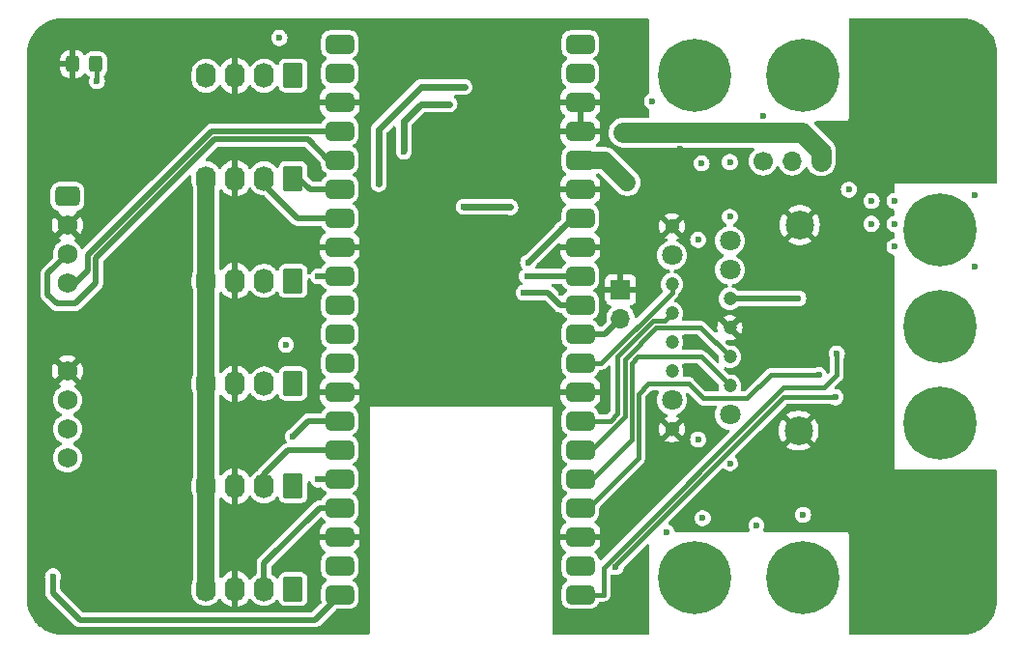
<source format=gbr>
%TF.GenerationSoftware,KiCad,Pcbnew,8.0.3*%
%TF.CreationDate,2024-06-26T22:05:55-03:00*%
%TF.ProjectId,PECDR,50454344-522e-46b6-9963-61645f706362,rev?*%
%TF.SameCoordinates,Original*%
%TF.FileFunction,Copper,L1,Top*%
%TF.FilePolarity,Positive*%
%FSLAX46Y46*%
G04 Gerber Fmt 4.6, Leading zero omitted, Abs format (unit mm)*
G04 Created by KiCad (PCBNEW 8.0.3) date 2024-06-26 22:05:55*
%MOMM*%
%LPD*%
G01*
G04 APERTURE LIST*
G04 Aperture macros list*
%AMRoundRect*
0 Rectangle with rounded corners*
0 $1 Rounding radius*
0 $2 $3 $4 $5 $6 $7 $8 $9 X,Y pos of 4 corners*
0 Add a 4 corners polygon primitive as box body*
4,1,4,$2,$3,$4,$5,$6,$7,$8,$9,$2,$3,0*
0 Add four circle primitives for the rounded corners*
1,1,$1+$1,$2,$3*
1,1,$1+$1,$4,$5*
1,1,$1+$1,$6,$7*
1,1,$1+$1,$8,$9*
0 Add four rect primitives between the rounded corners*
20,1,$1+$1,$2,$3,$4,$5,0*
20,1,$1+$1,$4,$5,$6,$7,0*
20,1,$1+$1,$6,$7,$8,$9,0*
20,1,$1+$1,$8,$9,$2,$3,0*%
G04 Aperture macros list end*
%TA.AperFunction,ComponentPad*%
%ADD10RoundRect,0.250000X0.620000X0.845000X-0.620000X0.845000X-0.620000X-0.845000X0.620000X-0.845000X0*%
%TD*%
%TA.AperFunction,ComponentPad*%
%ADD11O,1.740000X2.190000*%
%TD*%
%TA.AperFunction,ComponentPad*%
%ADD12C,0.800000*%
%TD*%
%TA.AperFunction,ComponentPad*%
%ADD13C,6.400000*%
%TD*%
%TA.AperFunction,ComponentPad*%
%ADD14C,1.700000*%
%TD*%
%TA.AperFunction,ComponentPad*%
%ADD15O,1.700000X1.700000*%
%TD*%
%TA.AperFunction,ComponentPad*%
%ADD16C,1.740000*%
%TD*%
%TA.AperFunction,ComponentPad*%
%ADD17RoundRect,0.435000X0.660000X-0.435000X0.660000X0.435000X-0.660000X0.435000X-0.660000X-0.435000X0*%
%TD*%
%TA.AperFunction,SMDPad,CuDef*%
%ADD18RoundRect,0.412500X-0.837500X-0.412500X0.837500X-0.412500X0.837500X0.412500X-0.837500X0.412500X0*%
%TD*%
%TA.AperFunction,ComponentPad*%
%ADD19C,1.300000*%
%TD*%
%TA.AperFunction,ComponentPad*%
%ADD20C,1.800000*%
%TD*%
%TA.AperFunction,ComponentPad*%
%ADD21C,1.200000*%
%TD*%
%TA.AperFunction,ComponentPad*%
%ADD22C,2.500000*%
%TD*%
%TA.AperFunction,SMDPad,CuDef*%
%ADD23RoundRect,0.250000X-0.325000X-0.450000X0.325000X-0.450000X0.325000X0.450000X-0.325000X0.450000X0*%
%TD*%
%TA.AperFunction,ComponentPad*%
%ADD24R,1.700000X1.700000*%
%TD*%
%TA.AperFunction,ViaPad*%
%ADD25C,0.600000*%
%TD*%
%TA.AperFunction,Conductor*%
%ADD26C,0.700000*%
%TD*%
%TA.AperFunction,Conductor*%
%ADD27C,1.500000*%
%TD*%
%TA.AperFunction,Conductor*%
%ADD28C,0.500000*%
%TD*%
%TA.AperFunction,Conductor*%
%ADD29C,1.800000*%
%TD*%
%TA.AperFunction,Conductor*%
%ADD30C,0.400000*%
%TD*%
%TA.AperFunction,Conductor*%
%ADD31C,0.600000*%
%TD*%
G04 APERTURE END LIST*
D10*
%TO.P,J5,1,Pin_1*%
%TO.N,/TXD1-SDA0-RX0-GP4*%
X56790000Y-58302944D03*
D11*
%TO.P,J5,2,Pin_2*%
%TO.N,/RXD1-SCL0-CS0-GP5*%
X54250000Y-58302944D03*
%TO.P,J5,3,Pin_3*%
%TO.N,GND*%
X51710000Y-58302944D03*
%TO.P,J5,4,Pin_4*%
%TO.N,+3V3*%
X49170000Y-58302944D03*
%TD*%
D12*
%TO.P,J14,1,Pin_1*%
%TO.N,/A*%
X111100000Y-80302944D03*
X111802944Y-78605888D03*
X111802944Y-82000000D03*
X113500000Y-77902944D03*
D13*
X113500000Y-80302944D03*
D12*
X113500000Y-82702944D03*
X115197056Y-78605888D03*
X115197056Y-82000000D03*
X115900000Y-80302944D03*
%TD*%
D14*
%TO.P,J16,1,Pin_1*%
%TO.N,+3V3*%
X98000000Y-65802944D03*
D15*
%TO.P,J16,2,Pin_2*%
%TO.N,VS*%
X100540000Y-65802944D03*
%TO.P,J16,3,Pin_3*%
%TO.N,VCC*%
X103080000Y-65802944D03*
%TD*%
D16*
%TO.P,J7,1,Pin_1*%
%TO.N,unconnected-(J7-Pin_1-Pad1)*%
X37020000Y-91822944D03*
%TO.P,J7,2,Pin_2*%
%TO.N,+3V3*%
X37020000Y-89282944D03*
%TO.P,J7,3,Pin_3*%
%TO.N,/IN1*%
X37020000Y-86742944D03*
%TO.P,J7,4,Pin_4*%
%TO.N,GND*%
X37020000Y-84202944D03*
%TD*%
D12*
%TO.P,J2,1,Pin_1*%
%TO.N,/OUT4*%
X99100000Y-102302944D03*
X99802944Y-100605888D03*
X99802944Y-104000000D03*
X101500000Y-99902944D03*
D13*
X101500000Y-102302944D03*
D12*
X101500000Y-104702944D03*
X103197056Y-100605888D03*
X103197056Y-104000000D03*
X103900000Y-102302944D03*
%TD*%
D10*
%TO.P,J11,1,Pin_1*%
%TO.N,/TXD0-SDA0-RX1-GP12*%
X56790000Y-103302944D03*
D11*
%TO.P,J11,2,Pin_2*%
%TO.N,/RXD0-SCL0-CS1-GP13*%
X54250000Y-103302944D03*
%TO.P,J11,3,Pin_3*%
%TO.N,GND*%
X51710000Y-103302944D03*
%TO.P,J11,4,Pin_4*%
%TO.N,+3V3*%
X49170000Y-103302944D03*
%TD*%
D10*
%TO.P,J10,1,Pin_1*%
%TO.N,/SDA1-SCK1-GP10*%
X56790000Y-94302944D03*
D11*
%TO.P,J10,2,Pin_2*%
%TO.N,/SCL1-TX1-GP11*%
X54250000Y-94302944D03*
%TO.P,J10,3,Pin_3*%
%TO.N,GND*%
X51710000Y-94302944D03*
%TO.P,J10,4,Pin_4*%
%TO.N,+3V3*%
X49170000Y-94302944D03*
%TD*%
D12*
%TO.P,J3,1,Pin_1*%
%TO.N,/OUT1*%
X99100000Y-58302944D03*
X99802944Y-56605888D03*
X99802944Y-60000000D03*
X101500000Y-55902944D03*
D13*
X101500000Y-58302944D03*
D12*
X101500000Y-60702944D03*
X103197056Y-56605888D03*
X103197056Y-60000000D03*
X103900000Y-58302944D03*
%TD*%
%TO.P,J15,1,Pin_1*%
%TO.N,/B*%
X111100000Y-88802944D03*
X111802944Y-87105888D03*
X111802944Y-90500000D03*
X113500000Y-86402944D03*
D13*
X113500000Y-88802944D03*
D12*
X113500000Y-91202944D03*
X115197056Y-87105888D03*
X115197056Y-90500000D03*
X115900000Y-88802944D03*
%TD*%
%TO.P,J13,1,Pin_1*%
%TO.N,GND*%
X45900000Y-97302944D03*
X45197056Y-99000000D03*
X45197056Y-95605888D03*
X43500000Y-99702944D03*
D13*
X43500000Y-97302944D03*
D12*
X43500000Y-94902944D03*
X41802944Y-99000000D03*
X41802944Y-95605888D03*
X41100000Y-97302944D03*
%TD*%
D10*
%TO.P,J6,1,Pin_1*%
%TO.N,/TXD1-SDA0-RX0-GP4*%
X56790000Y-67302944D03*
D11*
%TO.P,J6,2,Pin_2*%
%TO.N,/RXD1-SCL0-CS0-GP5*%
X54250000Y-67302944D03*
%TO.P,J6,3,Pin_3*%
%TO.N,GND*%
X51710000Y-67302944D03*
%TO.P,J6,4,Pin_4*%
%TO.N,+3V3*%
X49170000Y-67302944D03*
%TD*%
D12*
%TO.P,J13,1,Pin_1*%
%TO.N,GND*%
X110900000Y-97302944D03*
X110197056Y-99000000D03*
X110197056Y-95605888D03*
X108500000Y-99702944D03*
D13*
X108500000Y-97302944D03*
D12*
X108500000Y-94902944D03*
X106802944Y-99000000D03*
X106802944Y-95605888D03*
X106100000Y-97302944D03*
%TD*%
D10*
%TO.P,J9,1,Pin_1*%
%TO.N,/GP26-ADC0-SDA1*%
X56790000Y-85302944D03*
D11*
%TO.P,J9,2,Pin_2*%
%TO.N,/GP27-ADC1-SCL1*%
X54250000Y-85302944D03*
%TO.P,J9,3,Pin_3*%
%TO.N,GND*%
X51710000Y-85302944D03*
%TO.P,J9,4,Pin_4*%
%TO.N,+3V3*%
X49170000Y-85302944D03*
%TD*%
D12*
%TO.P,J13,1,Pin_1*%
%TO.N,GND*%
X45900000Y-63302944D03*
X45197056Y-65000000D03*
X45197056Y-61605888D03*
X43500000Y-65702944D03*
D13*
X43500000Y-63302944D03*
D12*
X43500000Y-60902944D03*
X41802944Y-65000000D03*
X41802944Y-61605888D03*
X41100000Y-63302944D03*
%TD*%
D16*
%TO.P,J17,1,Pin_1*%
%TO.N,/SDA1-SCK0-GP2*%
X37020000Y-76502944D03*
%TO.P,J17,2,Pin_2*%
%TO.N,/SCL1-TX0-GP3*%
X37020000Y-73962944D03*
%TO.P,J17,3,Pin_3*%
%TO.N,GND*%
X37020000Y-71422944D03*
D17*
%TO.P,J17,4,Pin_4*%
%TO.N,+3V3*%
X37020000Y-68882944D03*
%TD*%
D18*
%TO.P,U3,1,GP0_TX0*%
%TO.N,unconnected-(U3-GP0_TX0-Pad1)*%
X60900000Y-55562944D03*
%TO.P,U3,2,GP1_RX0*%
%TO.N,unconnected-(U3-GP1_RX0-Pad2)*%
X60900000Y-58102944D03*
%TO.P,U3,3,GND*%
%TO.N,GND*%
X60900000Y-60642944D03*
%TO.P,U3,4,GP2*%
%TO.N,/SDA1-SCK0-GP2*%
X60900000Y-63182944D03*
%TO.P,U3,5,GP3*%
%TO.N,/SCL1-TX0-GP3*%
X60900000Y-65722944D03*
%TO.P,U3,6,GP4_SDA0*%
%TO.N,/TXD1-SDA0-RX0-GP4*%
X60900000Y-68262944D03*
%TO.P,U3,7,GP5_SCL0*%
%TO.N,/RXD1-SCL0-CS0-GP5*%
X60900000Y-70802944D03*
%TO.P,U3,8,GND*%
%TO.N,GND*%
X60900000Y-73342944D03*
%TO.P,U3,9,GP6*%
%TO.N,/GP6*%
X60900000Y-75882944D03*
%TO.P,U3,10,GP7*%
%TO.N,unconnected-(U3-GP7-Pad10)*%
X60900000Y-78422944D03*
%TO.P,U3,11,GP8_TX1*%
%TO.N,unconnected-(U3-GP8_TX1-Pad11)*%
X60900000Y-80962944D03*
%TO.P,U3,12,GP9_RX1*%
%TO.N,unconnected-(U3-GP9_RX1-Pad12)*%
X60900000Y-83502944D03*
%TO.P,U3,13,GND*%
%TO.N,GND*%
X60900000Y-86042944D03*
%TO.P,U3,14,GP10*%
%TO.N,/SDA1-SCK1-GP10*%
X60900000Y-88582944D03*
%TO.P,U3,15,GP11*%
%TO.N,/SCL1-TX1-GP11*%
X60900000Y-91122944D03*
%TO.P,U3,16,GP12*%
%TO.N,/TXD0-SDA0-RX1-GP12*%
X60900000Y-93662944D03*
%TO.P,U3,17,GP13*%
%TO.N,/RXD0-SCL0-CS1-GP13*%
X60900000Y-96202944D03*
%TO.P,U3,18,GND*%
%TO.N,GND*%
X60900000Y-98742944D03*
%TO.P,U3,19,GP14*%
%TO.N,unconnected-(U3-GP14-Pad19)*%
X60900000Y-101282944D03*
%TO.P,U3,20,GP15*%
%TO.N,/G15*%
X60900000Y-103822944D03*
%TO.P,U3,21,GP16*%
%TO.N,/DriverInput*%
X81982000Y-103822944D03*
%TO.P,U3,22,GP17*%
%TO.N,/ReceiverOutput*%
X81982000Y-101282944D03*
%TO.P,U3,23,GND*%
%TO.N,GND*%
X81982000Y-98742944D03*
%TO.P,U3,24,GP18*%
%TO.N,/InputOutputEnable*%
X81982000Y-96202944D03*
%TO.P,U3,25,GP19*%
%TO.N,/GP19*%
X81982000Y-93662944D03*
%TO.P,U3,26,GP20*%
%TO.N,/GP20*%
X81982000Y-91122944D03*
%TO.P,U3,27,GP21*%
%TO.N,/GP21*%
X81982000Y-88582944D03*
%TO.P,U3,28,GND*%
%TO.N,GND*%
X81982000Y-86042944D03*
%TO.P,U3,29,GP22*%
%TO.N,/GP22*%
X81982000Y-83502944D03*
%TO.P,U3,30,RUN*%
%TO.N,/RUN*%
X81982000Y-80962944D03*
%TO.P,U3,31,GP26*%
%TO.N,/GP26-ADC0-SDA1*%
X81982000Y-78422944D03*
%TO.P,U3,32,GP27*%
%TO.N,/GP27-ADC1-SCL1*%
X81982000Y-75882944D03*
%TO.P,U3,33,GND*%
%TO.N,GND*%
X81982000Y-73342944D03*
%TO.P,U3,34,GP28*%
%TO.N,/GP28-ADC2*%
X81982000Y-70802944D03*
%TO.P,U3,35,ADC_VREF*%
%TO.N,GND*%
X81982000Y-68262944D03*
%TO.P,U3,36,3V3*%
%TO.N,+3V3*%
X81982000Y-65722944D03*
%TO.P,U3,37,3V3_EN*%
%TO.N,GND*%
X81982000Y-63182944D03*
%TO.P,U3,38,GND*%
X81982000Y-60642944D03*
%TO.P,U3,39,VSYS*%
%TO.N,unconnected-(U3-VSYS-Pad39)*%
X81982000Y-58102944D03*
%TO.P,U3,40,VBUS*%
%TO.N,unconnected-(U3-VBUS-Pad40)*%
X81982000Y-55562944D03*
%TD*%
D12*
%TO.P,J1,1,Pin_1*%
%TO.N,/OUT2*%
X89600000Y-58302944D03*
X90302944Y-56605888D03*
X90302944Y-60000000D03*
X92000000Y-55902944D03*
D13*
X92000000Y-58302944D03*
D12*
X92000000Y-60702944D03*
X93697056Y-56605888D03*
X93697056Y-60000000D03*
X94400000Y-58302944D03*
%TD*%
%TO.P,J12,1,Pin_1*%
%TO.N,/OUT3*%
X89600000Y-102302944D03*
X90302944Y-100605888D03*
X90302944Y-104000000D03*
X92000000Y-99902944D03*
D13*
X92000000Y-102302944D03*
D12*
X92000000Y-104702944D03*
X93697056Y-100605888D03*
X93697056Y-104000000D03*
X94400000Y-102302944D03*
%TD*%
D19*
%TO.P,U5,1,SENSE_A*%
%TO.N,GND*%
X90000000Y-71522944D03*
D20*
%TO.P,U5,2,OUT1*%
%TO.N,/OUT1*%
X95080000Y-72792944D03*
%TO.P,U5,3,OUT2*%
%TO.N,/OUT2*%
X90000000Y-74062944D03*
%TO.P,U5,4,Vs*%
%TO.N,VS*%
X95080000Y-75332944D03*
D21*
%TO.P,U5,5,IN1*%
%TO.N,/GP22*%
X90000000Y-76602944D03*
%TO.P,U5,6,EnA*%
%TO.N,+3V3*%
X95080000Y-77872944D03*
%TO.P,U5,7,IN2*%
%TO.N,/GP21*%
X90000000Y-79142944D03*
D22*
%TO.P,U5,8,GND*%
%TO.N,GND*%
X101210000Y-71422944D03*
D21*
X95080000Y-80412944D03*
D22*
X101110000Y-89422944D03*
D21*
%TO.P,U5,9,Vss*%
%TO.N,+3V3*%
X90000000Y-81682944D03*
%TO.P,U5,10,IN3*%
%TO.N,/GP20*%
X95080000Y-82952944D03*
%TO.P,U5,11,EnB*%
%TO.N,+3V3*%
X90000000Y-84222944D03*
%TO.P,U5,12,IN4*%
%TO.N,/GP19*%
X95080000Y-85492944D03*
D20*
%TO.P,U5,13,OUT3*%
%TO.N,/OUT3*%
X90000000Y-86762944D03*
%TO.P,U5,14,OUT4*%
%TO.N,/OUT4*%
X95080000Y-88032944D03*
D19*
%TO.P,U5,15,SENSE_B*%
%TO.N,GND*%
X90000000Y-89302944D03*
%TD*%
D23*
%TO.P,D10,1,K*%
%TO.N,GND*%
X37475000Y-57302944D03*
%TO.P,D10,2,A*%
%TO.N,Net-(D10-A)*%
X39525000Y-57302944D03*
%TD*%
D12*
%TO.P,J4,1,Pin_1*%
%TO.N,VCC*%
X111100000Y-71802944D03*
X111802944Y-70105888D03*
X111802944Y-73500000D03*
X113500000Y-69402944D03*
D13*
X113500000Y-71802944D03*
D12*
X113500000Y-74202944D03*
X115197056Y-70105888D03*
X115197056Y-73500000D03*
X115900000Y-71802944D03*
%TD*%
D10*
%TO.P,J8,1,Pin_1*%
%TO.N,/ADC2*%
X56790000Y-76302944D03*
D11*
%TO.P,J8,2,Pin_2*%
%TO.N,/IN2*%
X54250000Y-76302944D03*
%TO.P,J8,3,Pin_3*%
%TO.N,GND*%
X51710000Y-76302944D03*
%TO.P,J8,4,Pin_4*%
%TO.N,+3V3*%
X49170000Y-76302944D03*
%TD*%
D12*
%TO.P,J13,1,Pin_1*%
%TO.N,GND*%
X110900000Y-63302944D03*
X110197056Y-65000000D03*
X110197056Y-61605888D03*
X108500000Y-65702944D03*
D13*
X108500000Y-63302944D03*
D12*
X108500000Y-60902944D03*
X106802944Y-65000000D03*
X106802944Y-61605888D03*
X106100000Y-63302944D03*
%TD*%
D24*
%TO.P,JP1,1,A*%
%TO.N,GND*%
X85500000Y-77062944D03*
D15*
%TO.P,JP1,2,B*%
%TO.N,/RUN*%
X85500000Y-79602944D03*
%TD*%
D25*
%TO.N,GND*%
X104300000Y-89902944D03*
X47500000Y-80552944D03*
X51250000Y-89302944D03*
X72250000Y-64552944D03*
X40000000Y-70802944D03*
X93100000Y-75302944D03*
X51750000Y-61302944D03*
X75500000Y-86302944D03*
X89100000Y-70302944D03*
X100750000Y-93802944D03*
X79800000Y-79602944D03*
X88500000Y-93552944D03*
X74500000Y-75302944D03*
X106500000Y-82702944D03*
X117500000Y-55802944D03*
X115000000Y-63302944D03*
X115000000Y-105802944D03*
X90700000Y-67502944D03*
X43500000Y-79302944D03*
X90000000Y-91802944D03*
X108000000Y-76302944D03*
X63500000Y-86302944D03*
X47250000Y-59802944D03*
X109100000Y-81502944D03*
X58700000Y-60702944D03*
X87300000Y-78102944D03*
X115000000Y-65802944D03*
X84100000Y-98702944D03*
X42500000Y-55802944D03*
X72250000Y-66052944D03*
X110000000Y-58302944D03*
X84300000Y-68302944D03*
X108000000Y-92552944D03*
X50750000Y-78052944D03*
X58500000Y-72102944D03*
X112500000Y-60802944D03*
X117500000Y-95802944D03*
X90700000Y-64702944D03*
X69500000Y-82302944D03*
X50250000Y-104802944D03*
X70000000Y-66052944D03*
X68100000Y-65302944D03*
X77500000Y-86302944D03*
X78400000Y-75002944D03*
X86250000Y-105302944D03*
X71100000Y-66102944D03*
X79250000Y-58302944D03*
X35000000Y-55802944D03*
X69500000Y-86302944D03*
X112500000Y-95802944D03*
X67500000Y-82302944D03*
X84100000Y-86002944D03*
X40000000Y-83302944D03*
X41250000Y-104802944D03*
X43500000Y-90302944D03*
X74300000Y-62302944D03*
X83700000Y-74702944D03*
X112500000Y-100802944D03*
X83700000Y-69602944D03*
X92500000Y-82102944D03*
X112500000Y-103302944D03*
X117500000Y-58302944D03*
X107500000Y-103302944D03*
X88100000Y-89302944D03*
X58500000Y-98702944D03*
X112500000Y-93302944D03*
X79500000Y-86302944D03*
X79900000Y-98802944D03*
X112500000Y-65802944D03*
X71100000Y-64502944D03*
X50750000Y-83302944D03*
X63500000Y-82302944D03*
X67500000Y-74302944D03*
X84500000Y-73302944D03*
X80300000Y-77302944D03*
X92300000Y-84502944D03*
X35000000Y-60802944D03*
X105500000Y-93302944D03*
X65500000Y-69302944D03*
X110000000Y-105802944D03*
X74500000Y-71302944D03*
X117500000Y-60802944D03*
X110000000Y-55802944D03*
X74500000Y-77302944D03*
X115000000Y-93302944D03*
X57600000Y-80802944D03*
X84000000Y-78302944D03*
X37500000Y-63302944D03*
X117500000Y-100802944D03*
X62700000Y-71902944D03*
X35000000Y-58302944D03*
X102900000Y-91502944D03*
X107500000Y-55802944D03*
X103900000Y-77302944D03*
X73500000Y-86302944D03*
X70000000Y-64552944D03*
X67700000Y-57302944D03*
X74750000Y-59802944D03*
X112500000Y-98302944D03*
X53000000Y-73802944D03*
X117500000Y-65802944D03*
X117500000Y-93302944D03*
X51700000Y-69202944D03*
X78500000Y-83802944D03*
X86250000Y-95802944D03*
X37500000Y-60802944D03*
X117500000Y-103302944D03*
X47250000Y-100802944D03*
X76500000Y-73302944D03*
X71500000Y-86302944D03*
X117500000Y-63302944D03*
X65500000Y-86302944D03*
X63100000Y-98702944D03*
X97750000Y-92802944D03*
X63300000Y-60702944D03*
X112500000Y-58302944D03*
X102500000Y-75302944D03*
X74500000Y-79302944D03*
X83700000Y-77102944D03*
X83700000Y-72002944D03*
X67500000Y-86302944D03*
X67500000Y-78302944D03*
X58600000Y-86502944D03*
X86500000Y-65302944D03*
X35700000Y-98602944D03*
X107500000Y-105802944D03*
X79700000Y-68302944D03*
X35000000Y-70802944D03*
X112500000Y-63302944D03*
X63600000Y-78102944D03*
X51000000Y-97802944D03*
X112500000Y-55802944D03*
X47500000Y-83302944D03*
X110000000Y-103302944D03*
X115000000Y-55802944D03*
X110000000Y-93302944D03*
X112500000Y-105802944D03*
X105250000Y-75552944D03*
X83900000Y-61902944D03*
X35000000Y-63302944D03*
X35500000Y-105802944D03*
X79100000Y-63102944D03*
X46400000Y-72802944D03*
X78500000Y-71302944D03*
X65500000Y-82302944D03*
X47250000Y-89802944D03*
X40000000Y-101052944D03*
X117500000Y-98302944D03*
%TO.N,+3V3*%
X55600000Y-55002944D03*
X101075000Y-77827944D03*
X86100000Y-67702944D03*
X84100000Y-65702944D03*
%TO.N,VCC*%
X109500000Y-69302944D03*
X107500000Y-69302944D03*
X116500000Y-75052944D03*
X85750000Y-63302944D03*
X116500000Y-68802944D03*
X107500000Y-71302944D03*
X105500000Y-68302944D03*
X109500000Y-71302944D03*
X109500000Y-73302944D03*
%TO.N,/OUT1*%
X98000000Y-61802944D03*
X95080000Y-70682944D03*
X95080000Y-65882944D03*
%TO.N,/OUT2*%
X92600000Y-66002944D03*
X92300000Y-72702944D03*
%TO.N,/OUT3*%
X92700000Y-97102944D03*
X92300000Y-90202944D03*
%TO.N,/OUT4*%
X95080000Y-92282944D03*
X97400000Y-97702944D03*
%TO.N,/GP26-ADC0-SDA1*%
X76999500Y-77352944D03*
%TO.N,Net-(D10-A)*%
X39600000Y-58802944D03*
%TO.N,/GP27-ADC1-SCL1*%
X77300000Y-75882944D03*
%TO.N,VS*%
X101500000Y-96802944D03*
X88250000Y-60552944D03*
X89500000Y-98302944D03*
%TO.N,/ReceiverOutput*%
X104350000Y-86502944D03*
X85070711Y-101373655D03*
X82000000Y-101302944D03*
%TO.N,/InputOutputEnable*%
X102875000Y-84552944D03*
%TO.N,/DriverInput*%
X104450000Y-82652944D03*
%TO.N,/GP28-ADC2*%
X56175000Y-81902944D03*
X80350000Y-71752944D03*
X77400000Y-74702944D03*
%TO.N,/G15*%
X35750000Y-102202944D03*
%TO.N,/GP6*%
X59000000Y-75902944D03*
%TO.N,/TXD0-SDA0-RX1-GP12*%
X59000000Y-93702944D03*
%TO.N,/SDA1-SCK1-GP10*%
X56790000Y-89912944D03*
%TO.N,Net-(U2-VIN)*%
X66500000Y-64977944D03*
X70500000Y-60802944D03*
%TO.N,Net-(U2-LX)*%
X64300000Y-67802944D03*
X71800000Y-59302944D03*
%TO.N,Net-(U2-PG)*%
X75837500Y-69840444D03*
X71750000Y-69802944D03*
%TD*%
D26*
%TO.N,GND*%
X46500000Y-63182944D02*
X46120000Y-63182944D01*
D27*
%TO.N,+3V3*%
X84120000Y-65722944D02*
X81982000Y-65722944D01*
D28*
X95080000Y-77872944D02*
X95125000Y-77827944D01*
D27*
X49170000Y-67302944D02*
X49170000Y-103302944D01*
D28*
X100985000Y-77827944D02*
X101030000Y-77872944D01*
D27*
X86100000Y-67702944D02*
X84120000Y-65722944D01*
D28*
X95125000Y-77827944D02*
X100985000Y-77827944D01*
D29*
%TO.N,VCC*%
X101425344Y-63302944D02*
X85750000Y-63302944D01*
X103080000Y-64957600D02*
X101425344Y-63302944D01*
X103080000Y-65802944D02*
X103080000Y-64957600D01*
%TO.N,/OUT2*%
X92500000Y-58802944D02*
X92000000Y-58302944D01*
%TO.N,/OUT3*%
X92500000Y-101802944D02*
X92000000Y-102302944D01*
D28*
%TO.N,/GP26-ADC0-SDA1*%
X76999500Y-77352944D02*
X79150000Y-77352944D01*
X80220000Y-78422944D02*
X81982000Y-78422944D01*
X79150000Y-77352944D02*
X80220000Y-78422944D01*
D30*
%TO.N,Net-(D10-A)*%
X39600000Y-58802944D02*
X39600000Y-57377944D01*
X39600000Y-57377944D02*
X39525000Y-57302944D01*
D28*
%TO.N,/GP27-ADC1-SCL1*%
X77300000Y-75882944D02*
X81982000Y-75882944D01*
X54250000Y-84652944D02*
X54250000Y-85302944D01*
D30*
%TO.N,/ReceiverOutput*%
X82000000Y-101300944D02*
X81982000Y-101282944D01*
X82002000Y-101302944D02*
X82000000Y-101302944D01*
X82000000Y-101302944D02*
X82000000Y-101300944D01*
X85070711Y-101232233D02*
X99800000Y-86502944D01*
X85070711Y-101373655D02*
X85070711Y-101232233D01*
X81982000Y-101282944D02*
X82052000Y-101352944D01*
X82002000Y-101302944D02*
X82002000Y-101302944D01*
X99800000Y-86502944D02*
X104350000Y-86502944D01*
%TO.N,/InputOutputEnable*%
X87050000Y-91852944D02*
X82700000Y-96202944D01*
X87950000Y-85302944D02*
X87050000Y-86202944D01*
X102875000Y-84552944D02*
X98650000Y-84552944D01*
X98650000Y-84552944D02*
X96600000Y-86602944D01*
X92750000Y-86602944D02*
X91450000Y-85302944D01*
X96600000Y-86602944D02*
X92750000Y-86602944D01*
X87050000Y-86202944D02*
X87050000Y-91852944D01*
X82700000Y-96202944D02*
X81982000Y-96202944D01*
X91450000Y-85302944D02*
X87950000Y-85302944D01*
%TO.N,/DriverInput*%
X82980000Y-103822944D02*
X81982000Y-103822944D01*
X81982000Y-103822944D02*
X83980000Y-103822944D01*
X103350000Y-85652944D02*
X104450000Y-84552944D01*
X104450000Y-84552944D02*
X104450000Y-82652944D01*
X84000000Y-101454416D02*
X99801472Y-85652944D01*
X84000000Y-103802944D02*
X84000000Y-101454416D01*
X99801472Y-85652944D02*
X103350000Y-85652944D01*
X83980000Y-103822944D02*
X84000000Y-103802944D01*
D28*
%TO.N,/GP28-ADC2*%
X77400000Y-74702944D02*
X77400000Y-74702944D01*
X80350000Y-71752944D02*
X81300000Y-70802944D01*
X77400000Y-74702944D02*
X80350000Y-71752944D01*
D31*
X81300000Y-70802944D02*
X81982000Y-70802944D01*
D28*
%TO.N,/SDA1-SCK0-GP2*%
X38800000Y-74012995D02*
X38800000Y-75402944D01*
X37700000Y-76502944D02*
X37020000Y-76502944D01*
X38800000Y-75402944D02*
X37700000Y-76502944D01*
X60900000Y-63182944D02*
X49630050Y-63182944D01*
X49630050Y-63182944D02*
X38800000Y-74012995D01*
%TO.N,/SCL1-TX0-GP3*%
X36100000Y-78302944D02*
X35300000Y-77502944D01*
X49920000Y-63882944D02*
X39500000Y-74302944D01*
X35300000Y-77502944D02*
X35300000Y-75682944D01*
X35300000Y-75682944D02*
X37020000Y-73962944D01*
X60900000Y-65722944D02*
X59920000Y-65722944D01*
X39500000Y-76502944D02*
X37700000Y-78302944D01*
X58080000Y-63882944D02*
X49920000Y-63882944D01*
X59920000Y-65722944D02*
X58080000Y-63882944D01*
X37700000Y-78302944D02*
X36100000Y-78302944D01*
X39500000Y-74302944D02*
X39500000Y-76502944D01*
%TO.N,/RXD1-SCL0-CS0-GP5*%
X60900000Y-70802944D02*
X57200000Y-70802944D01*
X57200000Y-70802944D02*
X54250000Y-67852944D01*
X54250000Y-67852944D02*
X54250000Y-67302944D01*
%TO.N,/TXD1-SDA0-RX0-GP4*%
X57300000Y-67302944D02*
X56790000Y-67302944D01*
X60900000Y-68262944D02*
X58260000Y-68262944D01*
X58260000Y-68262944D02*
X57300000Y-67302944D01*
%TO.N,/G15*%
X38100000Y-106002944D02*
X35750000Y-103652944D01*
X35750000Y-103652944D02*
X35750000Y-102202944D01*
X58720000Y-106002944D02*
X38100000Y-106002944D01*
X60900000Y-103822944D02*
X58720000Y-106002944D01*
%TO.N,/GP6*%
X59000000Y-75902944D02*
X60880000Y-75902944D01*
X60880000Y-75902944D02*
X60900000Y-75882944D01*
D30*
%TO.N,/GP22*%
X90000000Y-77302944D02*
X90000000Y-76602944D01*
X83800000Y-83502944D02*
X90000000Y-77302944D01*
X81982000Y-83502944D02*
X83800000Y-83502944D01*
%TO.N,/GP19*%
X86995584Y-82952944D02*
X86450000Y-83498528D01*
X92540000Y-82952944D02*
X86995584Y-82952944D01*
X86450000Y-90202944D02*
X82990000Y-93662944D01*
X86450000Y-83498528D02*
X86450000Y-90202944D01*
X82990000Y-93662944D02*
X81982000Y-93662944D01*
X95080000Y-85492944D02*
X92540000Y-82952944D01*
%TO.N,/GP20*%
X95080000Y-82952944D02*
X95080000Y-82882944D01*
X95080000Y-82952944D02*
X92530000Y-80402944D01*
X82903528Y-91122944D02*
X81982000Y-91122944D01*
X92530000Y-80402944D02*
X88597056Y-80402944D01*
X85850000Y-88176472D02*
X82903528Y-91122944D01*
X85850000Y-83150000D02*
X85850000Y-88176472D01*
X88597056Y-80402944D02*
X85850000Y-83150000D01*
%TO.N,/GP21*%
X84595000Y-88582944D02*
X81982000Y-88582944D01*
X85250000Y-82901472D02*
X85250000Y-87927944D01*
X89340000Y-79802944D02*
X88348528Y-79802944D01*
X90000000Y-79142944D02*
X89340000Y-79802944D01*
X88348528Y-79802944D02*
X85250000Y-82901472D01*
X85250000Y-87927944D02*
X84595000Y-88582944D01*
D28*
%TO.N,/RXD0-SCL0-CS1-GP13*%
X59100000Y-96202944D02*
X54250000Y-101052944D01*
X54250000Y-101052944D02*
X54250000Y-103302944D01*
X60900000Y-96202944D02*
X59100000Y-96202944D01*
%TO.N,/TXD0-SDA0-RX1-GP12*%
X59040000Y-93662944D02*
X60900000Y-93662944D01*
X59000000Y-93702944D02*
X59040000Y-93662944D01*
%TO.N,/SDA1-SCK1-GP10*%
X56790000Y-89912944D02*
X58120000Y-88582944D01*
X58120000Y-88582944D02*
X60900000Y-88582944D01*
%TO.N,/SCL1-TX1-GP11*%
X56380000Y-91122944D02*
X60900000Y-91122944D01*
X54250000Y-94302944D02*
X54250000Y-93252944D01*
X54250000Y-93252944D02*
X56380000Y-91122944D01*
D31*
%TO.N,Net-(U2-VIN)*%
X68000000Y-60802944D02*
X66500000Y-62302944D01*
X66500000Y-62302944D02*
X66500000Y-64802944D01*
X70500000Y-60802944D02*
X68000000Y-60802944D01*
%TO.N,Net-(U2-LX)*%
X71800000Y-59302944D02*
X68000000Y-59302944D01*
X64300000Y-63002944D02*
X64300000Y-67802944D01*
X68000000Y-59302944D02*
X64300000Y-63002944D01*
%TO.N,Net-(U2-PG)*%
X75800000Y-69802944D02*
X71750000Y-69802944D01*
X75837500Y-69840444D02*
X75800000Y-69802944D01*
D28*
%TO.N,/RUN*%
X81982000Y-80962944D02*
X84140000Y-80962944D01*
X84140000Y-80962944D02*
X85500000Y-79602944D01*
%TD*%
%TA.AperFunction,Conductor*%
%TO.N,GND*%
G36*
X47600000Y-101202944D02*
G01*
X39600000Y-101202944D01*
X39600000Y-93202944D01*
X47600000Y-93202944D01*
X47600000Y-101202944D01*
G37*
%TD.AperFunction*%
%TD*%
%TA.AperFunction,Conductor*%
%TO.N,GND*%
G36*
X112500000Y-101302944D02*
G01*
X105500000Y-101302944D01*
X105500000Y-98302944D01*
X104500000Y-98302944D01*
X104500000Y-93302944D01*
X112500000Y-93302944D01*
X112500000Y-101302944D01*
G37*
%TD.AperFunction*%
%TD*%
%TA.AperFunction,Conductor*%
%TO.N,GND*%
G36*
X39514944Y-59503444D02*
G01*
X39685056Y-59503444D01*
X39687085Y-59502944D01*
X47500000Y-59502944D01*
X47500000Y-64393048D01*
X44390104Y-67502944D01*
X39500000Y-67502944D01*
X39500000Y-59502944D01*
X39512915Y-59502944D01*
X39514944Y-59503444D01*
G37*
%TD.AperFunction*%
%TA.AperFunction,Conductor*%
G36*
X47500000Y-67502944D02*
G01*
X47219946Y-67502944D01*
X47500000Y-67222890D01*
X47500000Y-67502944D01*
G37*
%TD.AperFunction*%
%TD*%
%TA.AperFunction,Conductor*%
%TO.N,GND*%
G36*
X58284000Y-93885154D02*
G01*
X58338538Y-93939692D01*
X58348818Y-93961357D01*
X58375182Y-94030874D01*
X58471817Y-94170873D01*
X58471819Y-94170874D01*
X58471820Y-94170876D01*
X58599146Y-94283676D01*
X58599148Y-94283678D01*
X58749775Y-94362734D01*
X58914944Y-94403444D01*
X59085055Y-94403444D01*
X59085056Y-94403444D01*
X59173936Y-94381537D01*
X59251044Y-94383089D01*
X59317049Y-94422990D01*
X59335753Y-94446935D01*
X59377917Y-94514040D01*
X59422849Y-94585548D01*
X59552396Y-94715095D01*
X59698316Y-94806782D01*
X59750776Y-94863321D01*
X59767939Y-94938515D01*
X59745205Y-95012217D01*
X59698316Y-95059106D01*
X59552395Y-95150793D01*
X59552395Y-95150794D01*
X59422850Y-95280339D01*
X59422849Y-95280339D01*
X59325378Y-95435464D01*
X59319363Y-95452655D01*
X59275915Y-95516382D01*
X59206425Y-95549846D01*
X59178724Y-95552444D01*
X59035927Y-95552444D01*
X58910256Y-95577442D01*
X58910255Y-95577443D01*
X58835544Y-95608390D01*
X58791878Y-95626476D01*
X58791870Y-95626481D01*
X58685332Y-95697666D01*
X58685330Y-95697667D01*
X53744725Y-100638273D01*
X53744722Y-100638276D01*
X53697794Y-100708510D01*
X53673539Y-100744809D01*
X53673532Y-100744822D01*
X53624498Y-100863201D01*
X53599500Y-100988871D01*
X53599500Y-101904217D01*
X53579538Y-101978717D01*
X53538080Y-102024760D01*
X53422334Y-102108854D01*
X53422323Y-102108863D01*
X53280919Y-102250267D01*
X53280910Y-102250278D01*
X53163373Y-102412054D01*
X53163112Y-102412480D01*
X53162956Y-102412627D01*
X53159930Y-102416793D01*
X53159157Y-102416231D01*
X53107162Y-102465569D01*
X53032164Y-102483571D01*
X52958214Y-102461662D01*
X52905125Y-102405712D01*
X52903312Y-102402267D01*
X52881727Y-102359906D01*
X52881726Y-102359903D01*
X52754979Y-102185452D01*
X52602491Y-102032964D01*
X52428040Y-101906217D01*
X52428037Y-101906216D01*
X52235897Y-101808315D01*
X52030814Y-101741679D01*
X52030809Y-101741678D01*
X51960000Y-101730461D01*
X51960000Y-102760234D01*
X51939661Y-102748492D01*
X51788333Y-102707944D01*
X51631667Y-102707944D01*
X51480339Y-102748492D01*
X51460000Y-102760234D01*
X51460000Y-101730461D01*
X51389190Y-101741678D01*
X51389185Y-101741679D01*
X51184102Y-101808315D01*
X50991962Y-101906216D01*
X50991959Y-101906217D01*
X50817508Y-102032964D01*
X50665020Y-102185452D01*
X50590043Y-102288650D01*
X50530103Y-102337188D01*
X50453924Y-102349253D01*
X50381919Y-102321612D01*
X50333381Y-102261672D01*
X50320500Y-102201069D01*
X50320500Y-95404818D01*
X50340462Y-95330318D01*
X50395000Y-95275780D01*
X50469500Y-95255818D01*
X50544000Y-95275780D01*
X50590043Y-95317238D01*
X50665016Y-95420429D01*
X50665025Y-95420440D01*
X50817508Y-95572923D01*
X50991959Y-95699670D01*
X50991962Y-95699671D01*
X51184102Y-95797572D01*
X51389189Y-95864209D01*
X51460000Y-95875424D01*
X51460000Y-94845653D01*
X51480339Y-94857396D01*
X51631667Y-94897944D01*
X51788333Y-94897944D01*
X51939661Y-94857396D01*
X51960000Y-94845653D01*
X51960000Y-95875424D01*
X52030809Y-95864209D01*
X52030811Y-95864209D01*
X52235897Y-95797572D01*
X52428037Y-95699671D01*
X52428040Y-95699670D01*
X52602491Y-95572923D01*
X52754979Y-95420435D01*
X52881726Y-95245984D01*
X52881730Y-95245977D01*
X52903310Y-95203623D01*
X52954917Y-95146305D01*
X53028270Y-95122469D01*
X53103713Y-95138504D01*
X53159914Y-95189106D01*
X53159930Y-95189095D01*
X53159981Y-95189166D01*
X53161031Y-95190111D01*
X53163107Y-95193400D01*
X53163372Y-95193833D01*
X53226226Y-95280343D01*
X53280917Y-95355619D01*
X53422325Y-95497027D01*
X53526787Y-95572923D01*
X53584110Y-95614571D01*
X53584111Y-95614572D01*
X53762294Y-95705362D01*
X53762296Y-95705362D01*
X53762297Y-95705363D01*
X53891988Y-95747502D01*
X53952484Y-95767158D01*
X53952484Y-95767159D01*
X53952489Y-95767159D01*
X53952490Y-95767160D01*
X54150009Y-95798444D01*
X54150013Y-95798444D01*
X54349987Y-95798444D01*
X54349991Y-95798444D01*
X54547510Y-95767160D01*
X54547511Y-95767159D01*
X54547515Y-95767159D01*
X54547515Y-95767158D01*
X54737703Y-95705363D01*
X54915887Y-95614573D01*
X55077675Y-95497027D01*
X55219083Y-95355619D01*
X55278800Y-95273424D01*
X55338738Y-95224888D01*
X55414916Y-95212822D01*
X55486921Y-95240462D01*
X55535460Y-95300402D01*
X55542425Y-95319435D01*
X55568255Y-95408341D01*
X55601334Y-95464274D01*
X55651919Y-95549809D01*
X55768135Y-95666025D01*
X55909602Y-95749688D01*
X56067428Y-95795541D01*
X56067427Y-95795541D01*
X56067431Y-95795542D01*
X56104306Y-95798444D01*
X56104313Y-95798444D01*
X57475687Y-95798444D01*
X57475694Y-95798444D01*
X57512569Y-95795542D01*
X57670398Y-95749688D01*
X57811865Y-95666025D01*
X57928081Y-95549809D01*
X58011744Y-95408342D01*
X58057598Y-95250513D01*
X58060500Y-95213638D01*
X58060500Y-94014192D01*
X58080462Y-93939692D01*
X58135000Y-93885154D01*
X58209500Y-93865192D01*
X58284000Y-93885154D01*
G37*
%TD.AperFunction*%
%TA.AperFunction,Conductor*%
G36*
X57823336Y-64553406D02*
G01*
X57854195Y-64577085D01*
X59205859Y-65928749D01*
X59244423Y-65995544D01*
X59249500Y-66034107D01*
X59249500Y-66181095D01*
X59264868Y-66317496D01*
X59325378Y-66490424D01*
X59422846Y-66645544D01*
X59422849Y-66645548D01*
X59552396Y-66775095D01*
X59693471Y-66863738D01*
X59698316Y-66866782D01*
X59750776Y-66923321D01*
X59767939Y-66998515D01*
X59745205Y-67072217D01*
X59698316Y-67119105D01*
X59671003Y-67136267D01*
X59552395Y-67210793D01*
X59552395Y-67210794D01*
X59422850Y-67340339D01*
X59422849Y-67340339D01*
X59325378Y-67495464D01*
X59319363Y-67512655D01*
X59275915Y-67576382D01*
X59206425Y-67609846D01*
X59178724Y-67612444D01*
X58591164Y-67612444D01*
X58516664Y-67592482D01*
X58485805Y-67568803D01*
X58104141Y-67187139D01*
X58065577Y-67120344D01*
X58060500Y-67081780D01*
X58060500Y-66392257D01*
X58060500Y-66392250D01*
X58057598Y-66355375D01*
X58011744Y-66197546D01*
X57928081Y-66056079D01*
X57811865Y-65939863D01*
X57670398Y-65856200D01*
X57594234Y-65834072D01*
X57512571Y-65810346D01*
X57512572Y-65810346D01*
X57501506Y-65809475D01*
X57475694Y-65807444D01*
X56104306Y-65807444D01*
X56079722Y-65809378D01*
X56067428Y-65810346D01*
X55909599Y-65856201D01*
X55768136Y-65939862D01*
X55768133Y-65939864D01*
X55651920Y-66056077D01*
X55651918Y-66056080D01*
X55568256Y-66197545D01*
X55542425Y-66286453D01*
X55502470Y-66352425D01*
X55434882Y-66389580D01*
X55357770Y-66387964D01*
X55291798Y-66348009D01*
X55278799Y-66332461D01*
X55256781Y-66302156D01*
X55219083Y-66250269D01*
X55077675Y-66108861D01*
X54973212Y-66032964D01*
X54915889Y-65991316D01*
X54915888Y-65991315D01*
X54737705Y-65900525D01*
X54547515Y-65838729D01*
X54547515Y-65838728D01*
X54437777Y-65821348D01*
X54349991Y-65807444D01*
X54150009Y-65807444D01*
X54071001Y-65819957D01*
X53952484Y-65838728D01*
X53952484Y-65838729D01*
X53762294Y-65900525D01*
X53584111Y-65991315D01*
X53584110Y-65991316D01*
X53422334Y-66108854D01*
X53422323Y-66108863D01*
X53280919Y-66250267D01*
X53280910Y-66250278D01*
X53163373Y-66412054D01*
X53163112Y-66412480D01*
X53162956Y-66412627D01*
X53159930Y-66416793D01*
X53159157Y-66416231D01*
X53107162Y-66465569D01*
X53032164Y-66483571D01*
X52958214Y-66461662D01*
X52905125Y-66405712D01*
X52903312Y-66402267D01*
X52881727Y-66359906D01*
X52881726Y-66359903D01*
X52754979Y-66185452D01*
X52602491Y-66032964D01*
X52428040Y-65906217D01*
X52428037Y-65906216D01*
X52235897Y-65808315D01*
X52030814Y-65741679D01*
X52030809Y-65741678D01*
X51960000Y-65730461D01*
X51960000Y-66760234D01*
X51939661Y-66748492D01*
X51788333Y-66707944D01*
X51631667Y-66707944D01*
X51480339Y-66748492D01*
X51460000Y-66760234D01*
X51460000Y-65730461D01*
X51389190Y-65741678D01*
X51389185Y-65741679D01*
X51184102Y-65808315D01*
X50991962Y-65906216D01*
X50991959Y-65906217D01*
X50817508Y-66032964D01*
X50665020Y-66185452D01*
X50538273Y-66359903D01*
X50538268Y-66359912D01*
X50516685Y-66402270D01*
X50465075Y-66459586D01*
X50391722Y-66483418D01*
X50316279Y-66467380D01*
X50260086Y-66416781D01*
X50260070Y-66416793D01*
X50260014Y-66416717D01*
X50258963Y-66415770D01*
X50256877Y-66412463D01*
X50256634Y-66412067D01*
X50256629Y-66412057D01*
X50139083Y-66250269D01*
X49997675Y-66108861D01*
X49893212Y-66032964D01*
X49835889Y-65991316D01*
X49835888Y-65991315D01*
X49657705Y-65900525D01*
X49467515Y-65838729D01*
X49467515Y-65838728D01*
X49269980Y-65807442D01*
X49264151Y-65806984D01*
X49264343Y-65804544D01*
X49200663Y-65787482D01*
X49146125Y-65732944D01*
X49126163Y-65658444D01*
X49146125Y-65583944D01*
X49169804Y-65553085D01*
X49540446Y-65182444D01*
X50145805Y-64577085D01*
X50212600Y-64538521D01*
X50251164Y-64533444D01*
X57748836Y-64533444D01*
X57823336Y-64553406D01*
G37*
%TD.AperFunction*%
%TA.AperFunction,Conductor*%
G36*
X87925500Y-53322906D02*
G01*
X87980038Y-53377444D01*
X88000000Y-53451944D01*
X88000000Y-59802962D01*
X87980038Y-59877462D01*
X87925500Y-59932000D01*
X87920245Y-59934894D01*
X87849148Y-59972209D01*
X87849146Y-59972211D01*
X87721820Y-60085011D01*
X87721817Y-60085015D01*
X87625181Y-60225014D01*
X87564860Y-60384069D01*
X87544355Y-60552944D01*
X87564860Y-60721818D01*
X87625181Y-60880873D01*
X87647805Y-60913649D01*
X87721817Y-61020873D01*
X87839526Y-61125154D01*
X87849146Y-61133676D01*
X87849148Y-61133678D01*
X87920245Y-61170993D01*
X87976933Y-61223290D01*
X87999879Y-61296926D01*
X88000000Y-61302925D01*
X88000000Y-61853444D01*
X87980038Y-61927944D01*
X87925500Y-61982482D01*
X87851000Y-62002444D01*
X85647648Y-62002444D01*
X85481631Y-62028739D01*
X85445465Y-62034467D01*
X85250787Y-62097722D01*
X85250775Y-62097726D01*
X85068387Y-62190658D01*
X84902787Y-62310972D01*
X84902779Y-62310979D01*
X84758035Y-62455723D01*
X84758028Y-62455731D01*
X84637714Y-62621331D01*
X84544782Y-62803719D01*
X84544778Y-62803731D01*
X84497451Y-62949390D01*
X84481523Y-62998410D01*
X84449500Y-63200592D01*
X84449500Y-63405296D01*
X84481523Y-63607478D01*
X84524248Y-63738973D01*
X84544778Y-63802156D01*
X84544782Y-63802168D01*
X84637714Y-63984556D01*
X84758028Y-64150156D01*
X84758035Y-64150164D01*
X84902779Y-64294908D01*
X84902787Y-64294915D01*
X85059047Y-64408443D01*
X85068390Y-64415231D01*
X85250781Y-64508164D01*
X85445466Y-64571421D01*
X85647648Y-64603444D01*
X97071307Y-64603444D01*
X97145807Y-64623406D01*
X97200345Y-64677944D01*
X97220307Y-64752444D01*
X97200345Y-64826944D01*
X97176666Y-64857803D01*
X97038404Y-64996064D01*
X97038402Y-64996067D01*
X96912898Y-65175306D01*
X96820425Y-65373614D01*
X96820424Y-65373617D01*
X96763793Y-65584965D01*
X96744723Y-65802943D01*
X96744723Y-65802944D01*
X96763793Y-66020922D01*
X96820424Y-66232272D01*
X96820425Y-66232274D01*
X96912894Y-66430577D01*
X96912897Y-66430582D01*
X96950001Y-66483571D01*
X97038402Y-66609821D01*
X97193123Y-66764542D01*
X97339137Y-66866782D01*
X97372361Y-66890046D01*
X97372366Y-66890049D01*
X97426370Y-66915231D01*
X97570670Y-66982519D01*
X97782023Y-67039151D01*
X98000000Y-67058221D01*
X98217977Y-67039151D01*
X98429330Y-66982519D01*
X98604067Y-66901038D01*
X98627633Y-66890049D01*
X98627634Y-66890048D01*
X98627639Y-66890046D01*
X98806877Y-66764542D01*
X98961598Y-66609821D01*
X99087102Y-66430583D01*
X99134960Y-66327950D01*
X99184537Y-66268868D01*
X99257013Y-66242488D01*
X99332970Y-66255881D01*
X99392053Y-66305458D01*
X99405039Y-66327950D01*
X99406403Y-66330874D01*
X99452895Y-66430577D01*
X99452897Y-66430582D01*
X99490001Y-66483571D01*
X99578402Y-66609821D01*
X99733123Y-66764542D01*
X99879137Y-66866782D01*
X99912361Y-66890046D01*
X99912366Y-66890049D01*
X99966370Y-66915231D01*
X100110670Y-66982519D01*
X100322023Y-67039151D01*
X100540000Y-67058221D01*
X100757977Y-67039151D01*
X100969330Y-66982519D01*
X101144067Y-66901038D01*
X101167633Y-66890049D01*
X101167634Y-66890048D01*
X101167639Y-66890046D01*
X101346877Y-66764542D01*
X101501598Y-66609821D01*
X101627102Y-66430583D01*
X101647616Y-66386588D01*
X101697192Y-66327507D01*
X101769668Y-66301127D01*
X101845625Y-66314519D01*
X101904709Y-66364096D01*
X101915414Y-66381912D01*
X101931064Y-66412627D01*
X101967714Y-66484556D01*
X102088028Y-66650156D01*
X102088035Y-66650164D01*
X102232779Y-66794908D01*
X102232787Y-66794915D01*
X102368350Y-66893406D01*
X102398390Y-66915231D01*
X102580781Y-67008164D01*
X102775466Y-67071421D01*
X102977648Y-67103444D01*
X102977653Y-67103444D01*
X103182347Y-67103444D01*
X103182352Y-67103444D01*
X103384534Y-67071421D01*
X103579219Y-67008164D01*
X103761610Y-66915231D01*
X103927219Y-66794910D01*
X104071966Y-66650163D01*
X104192287Y-66484554D01*
X104285220Y-66302163D01*
X104348477Y-66107478D01*
X104380500Y-65905296D01*
X104380500Y-64855248D01*
X104358420Y-64715842D01*
X104358420Y-64715840D01*
X104348479Y-64653075D01*
X104348477Y-64653066D01*
X104334003Y-64608521D01*
X104301395Y-64508164D01*
X104285220Y-64458381D01*
X104203305Y-64297614D01*
X104192287Y-64275989D01*
X104071966Y-64110381D01*
X102518888Y-62557303D01*
X102480324Y-62490508D01*
X102480324Y-62413380D01*
X102518888Y-62346585D01*
X102585683Y-62308021D01*
X102624247Y-62302944D01*
X104500000Y-62302944D01*
X104500000Y-67302944D01*
X112500000Y-67302944D01*
X112500000Y-59302944D01*
X105500000Y-59302944D01*
X105500000Y-53451944D01*
X105519962Y-53377444D01*
X105574500Y-53322906D01*
X105649000Y-53302944D01*
X115415256Y-53302944D01*
X115416261Y-53302947D01*
X115417856Y-53302957D01*
X115580032Y-53304053D01*
X115588347Y-53304342D01*
X115748352Y-53314412D01*
X115755643Y-53315052D01*
X115831491Y-53323598D01*
X115839741Y-53324763D01*
X116158805Y-53378974D01*
X116175069Y-53382686D01*
X116482039Y-53471123D01*
X116497810Y-53476642D01*
X116792924Y-53598883D01*
X116807979Y-53606133D01*
X117087549Y-53760647D01*
X117101696Y-53769537D01*
X117362217Y-53954388D01*
X117375268Y-53964795D01*
X117563533Y-54133041D01*
X117613466Y-54177665D01*
X117625280Y-54189480D01*
X117838119Y-54427650D01*
X117848537Y-54440714D01*
X118033382Y-54701233D01*
X118042272Y-54715381D01*
X118196784Y-54994957D01*
X118204034Y-55010012D01*
X118326271Y-55305127D01*
X118331789Y-55320898D01*
X118420215Y-55627842D01*
X118423933Y-55644132D01*
X118478139Y-55963188D01*
X118479307Y-55971463D01*
X118487850Y-56047288D01*
X118488492Y-56054595D01*
X118498580Y-56214611D01*
X118498871Y-56222961D01*
X118499996Y-56386508D01*
X118500000Y-56387533D01*
X118500000Y-67653944D01*
X118480038Y-67728444D01*
X118425500Y-67782982D01*
X118351000Y-67802944D01*
X109500000Y-67802944D01*
X109500000Y-68464745D01*
X109480038Y-68539245D01*
X109425500Y-68593783D01*
X109386658Y-68609415D01*
X109249775Y-68643153D01*
X109099145Y-68722211D01*
X108971820Y-68835011D01*
X108971817Y-68835015D01*
X108875181Y-68975014D01*
X108814860Y-69134069D01*
X108794355Y-69302944D01*
X108814860Y-69471818D01*
X108875181Y-69630873D01*
X108894669Y-69659106D01*
X108971817Y-69770873D01*
X108971819Y-69770874D01*
X108971820Y-69770876D01*
X109099146Y-69883676D01*
X109099148Y-69883678D01*
X109249775Y-69962734D01*
X109386658Y-69996472D01*
X109454216Y-70033682D01*
X109494117Y-70099687D01*
X109500000Y-70141142D01*
X109500000Y-70464745D01*
X109480038Y-70539245D01*
X109425500Y-70593783D01*
X109386658Y-70609415D01*
X109249775Y-70643153D01*
X109099145Y-70722211D01*
X108971820Y-70835011D01*
X108971817Y-70835015D01*
X108875181Y-70975014D01*
X108814860Y-71134069D01*
X108794355Y-71302944D01*
X108814860Y-71471818D01*
X108875181Y-71630873D01*
X108875182Y-71630874D01*
X108971817Y-71770873D01*
X108971819Y-71770874D01*
X108971820Y-71770876D01*
X109048215Y-71838556D01*
X109091042Y-71876497D01*
X109099146Y-71883676D01*
X109099148Y-71883678D01*
X109249775Y-71962734D01*
X109386658Y-71996472D01*
X109454216Y-72033682D01*
X109494117Y-72099687D01*
X109500000Y-72141142D01*
X109500000Y-72464745D01*
X109480038Y-72539245D01*
X109425500Y-72593783D01*
X109386658Y-72609415D01*
X109249775Y-72643153D01*
X109099145Y-72722211D01*
X108971820Y-72835011D01*
X108971817Y-72835015D01*
X108875181Y-72975014D01*
X108814860Y-73134069D01*
X108794355Y-73302944D01*
X108814860Y-73471818D01*
X108875181Y-73630873D01*
X108894821Y-73659326D01*
X108971817Y-73770873D01*
X108971819Y-73770874D01*
X108971820Y-73770876D01*
X109099146Y-73883676D01*
X109099148Y-73883678D01*
X109249775Y-73962734D01*
X109386658Y-73996472D01*
X109454216Y-74033682D01*
X109494117Y-74099687D01*
X109500000Y-74141142D01*
X109500000Y-92802944D01*
X118351000Y-92802944D01*
X118425500Y-92822906D01*
X118480038Y-92877444D01*
X118500000Y-92951944D01*
X118500000Y-104218203D01*
X118499997Y-104219208D01*
X118498893Y-104382941D01*
X118498602Y-104391292D01*
X118488536Y-104551282D01*
X118487893Y-104558608D01*
X118479351Y-104634425D01*
X118478183Y-104642699D01*
X118423977Y-104961759D01*
X118420259Y-104978050D01*
X118331833Y-105284993D01*
X118326314Y-105300765D01*
X118204079Y-105595872D01*
X118196829Y-105610927D01*
X118042306Y-105890516D01*
X118033416Y-105904665D01*
X117848569Y-106165180D01*
X117838151Y-106178243D01*
X117625310Y-106416410D01*
X117613495Y-106428226D01*
X117375298Y-106641088D01*
X117362233Y-106651506D01*
X117101717Y-106836347D01*
X117087577Y-106845231D01*
X116903453Y-106946989D01*
X116808005Y-106999740D01*
X116792951Y-107006989D01*
X116500376Y-107128172D01*
X116497983Y-107129164D01*
X116497828Y-107129228D01*
X116482056Y-107134746D01*
X116175085Y-107223174D01*
X116158798Y-107226891D01*
X115839775Y-107281086D01*
X115831498Y-107282255D01*
X115755641Y-107290799D01*
X115748338Y-107291440D01*
X115588361Y-107301525D01*
X115580011Y-107301816D01*
X115416401Y-107302940D01*
X115415377Y-107302944D01*
X105649000Y-107302944D01*
X105574500Y-107282982D01*
X105519962Y-107228444D01*
X105500000Y-107153944D01*
X105500000Y-101302944D01*
X112500000Y-101302944D01*
X112500000Y-93302944D01*
X104500000Y-93302944D01*
X104500000Y-98302944D01*
X98120917Y-98302944D01*
X98046417Y-98282982D01*
X97991879Y-98228444D01*
X97971917Y-98153944D01*
X97991879Y-98079444D01*
X97998292Y-98069303D01*
X98024818Y-98030874D01*
X98085140Y-97871816D01*
X98105645Y-97702944D01*
X98085140Y-97534072D01*
X98073524Y-97503444D01*
X98024818Y-97375014D01*
X98004594Y-97345715D01*
X97928183Y-97235015D01*
X97928180Y-97235012D01*
X97928179Y-97235011D01*
X97810632Y-97130874D01*
X97800853Y-97122211D01*
X97800854Y-97122211D01*
X97650224Y-97043153D01*
X97485056Y-97002444D01*
X97314944Y-97002444D01*
X97149775Y-97043153D01*
X96999145Y-97122211D01*
X96871820Y-97235011D01*
X96871817Y-97235015D01*
X96775181Y-97375014D01*
X96714860Y-97534069D01*
X96694355Y-97702944D01*
X96714860Y-97871818D01*
X96775181Y-98030872D01*
X96801708Y-98069303D01*
X96827600Y-98141955D01*
X96813697Y-98217820D01*
X96763724Y-98276569D01*
X96691072Y-98302461D01*
X96679083Y-98302944D01*
X90337647Y-98302944D01*
X90263147Y-98282982D01*
X90208609Y-98228444D01*
X90189734Y-98171907D01*
X90185140Y-98134072D01*
X90124818Y-97975014D01*
X90028183Y-97835015D01*
X90028180Y-97835012D01*
X90028179Y-97835011D01*
X89900853Y-97722211D01*
X89900851Y-97722209D01*
X89771345Y-97654238D01*
X89714656Y-97601941D01*
X89691711Y-97528305D01*
X89708658Y-97453061D01*
X89735228Y-97416950D01*
X90049234Y-97102944D01*
X91994355Y-97102944D01*
X92014860Y-97271818D01*
X92075181Y-97430873D01*
X92105113Y-97474237D01*
X92171817Y-97570873D01*
X92171819Y-97570874D01*
X92171820Y-97570876D01*
X92299146Y-97683676D01*
X92299148Y-97683678D01*
X92449775Y-97762734D01*
X92614944Y-97803444D01*
X92785056Y-97803444D01*
X92950225Y-97762734D01*
X93100852Y-97683678D01*
X93228183Y-97570873D01*
X93324818Y-97430874D01*
X93385140Y-97271816D01*
X93405645Y-97102944D01*
X93385140Y-96934072D01*
X93378158Y-96915663D01*
X93335410Y-96802944D01*
X100794355Y-96802944D01*
X100814860Y-96971818D01*
X100875181Y-97130873D01*
X100875182Y-97130874D01*
X100971817Y-97270873D01*
X100971819Y-97270874D01*
X100971820Y-97270876D01*
X101008018Y-97302944D01*
X101089368Y-97375014D01*
X101099146Y-97383676D01*
X101099148Y-97383678D01*
X101249775Y-97462734D01*
X101414944Y-97503444D01*
X101585056Y-97503444D01*
X101750225Y-97462734D01*
X101900852Y-97383678D01*
X102028183Y-97270873D01*
X102124818Y-97130874D01*
X102185140Y-96971816D01*
X102205645Y-96802944D01*
X102185140Y-96634072D01*
X102124818Y-96475014D01*
X102028183Y-96335015D01*
X102028180Y-96335012D01*
X102028179Y-96335011D01*
X101900853Y-96222211D01*
X101900854Y-96222211D01*
X101750224Y-96143153D01*
X101585056Y-96102444D01*
X101414944Y-96102444D01*
X101249775Y-96143153D01*
X101099145Y-96222211D01*
X100971820Y-96335011D01*
X100971817Y-96335015D01*
X100875181Y-96475014D01*
X100814860Y-96634069D01*
X100794355Y-96802944D01*
X93335410Y-96802944D01*
X93324818Y-96775014D01*
X93228183Y-96635015D01*
X93228180Y-96635012D01*
X93228179Y-96635011D01*
X93100853Y-96522211D01*
X93100854Y-96522211D01*
X92950224Y-96443153D01*
X92785056Y-96402444D01*
X92614944Y-96402444D01*
X92449775Y-96443153D01*
X92299145Y-96522211D01*
X92171820Y-96635011D01*
X92171817Y-96635015D01*
X92075181Y-96775014D01*
X92014860Y-96934069D01*
X91994355Y-97102944D01*
X90049234Y-97102944D01*
X94372832Y-92779345D01*
X94439625Y-92740783D01*
X94516753Y-92740783D01*
X94576994Y-92773178D01*
X94679146Y-92863676D01*
X94679148Y-92863678D01*
X94829775Y-92942734D01*
X94994944Y-92983444D01*
X95165056Y-92983444D01*
X95330225Y-92942734D01*
X95480852Y-92863678D01*
X95608183Y-92750873D01*
X95704818Y-92610874D01*
X95765140Y-92451816D01*
X95785645Y-92282944D01*
X95765140Y-92114072D01*
X95738719Y-92044406D01*
X95704818Y-91955014D01*
X95608183Y-91815015D01*
X95582952Y-91792662D01*
X95540427Y-91728320D01*
X95535770Y-91651333D01*
X95570230Y-91582331D01*
X95576383Y-91575794D01*
X97729239Y-89422939D01*
X99355093Y-89422939D01*
X99355093Y-89422948D01*
X99374692Y-89684487D01*
X99374695Y-89684506D01*
X99433057Y-89940207D01*
X99433058Y-89940211D01*
X99528883Y-90184370D01*
X99660029Y-90411519D01*
X99707873Y-90471515D01*
X99707874Y-90471515D01*
X100432421Y-89746967D01*
X100445359Y-89778202D01*
X100527437Y-89901041D01*
X100631903Y-90005507D01*
X100754742Y-90087585D01*
X100785974Y-90100522D01*
X100060831Y-90825664D01*
X100060831Y-90825665D01*
X100232548Y-90942738D01*
X100468850Y-91056536D01*
X100468871Y-91056544D01*
X100719490Y-91133850D01*
X100719494Y-91133851D01*
X100978852Y-91172943D01*
X100978859Y-91172944D01*
X101241141Y-91172944D01*
X101241147Y-91172943D01*
X101500505Y-91133851D01*
X101500509Y-91133850D01*
X101751128Y-91056544D01*
X101751149Y-91056536D01*
X101987453Y-90942738D01*
X101987454Y-90942737D01*
X102159167Y-90825665D01*
X102159167Y-90825664D01*
X101434025Y-90100522D01*
X101465258Y-90087585D01*
X101588097Y-90005507D01*
X101692563Y-89901041D01*
X101774641Y-89778202D01*
X101787578Y-89746969D01*
X102512124Y-90471515D01*
X102512125Y-90471515D01*
X102559972Y-90411516D01*
X102691116Y-90184370D01*
X102786941Y-89940211D01*
X102786942Y-89940207D01*
X102845304Y-89684506D01*
X102845307Y-89684487D01*
X102864907Y-89422948D01*
X102864907Y-89422939D01*
X102845307Y-89161400D01*
X102845304Y-89161381D01*
X102786942Y-88905680D01*
X102786941Y-88905676D01*
X102691116Y-88661517D01*
X102559972Y-88434372D01*
X102559968Y-88434365D01*
X102512124Y-88374371D01*
X101787577Y-89098917D01*
X101774641Y-89067686D01*
X101692563Y-88944847D01*
X101588097Y-88840381D01*
X101465258Y-88758303D01*
X101434023Y-88745365D01*
X102159167Y-88020222D01*
X102159167Y-88020221D01*
X101987452Y-87903149D01*
X101751149Y-87789351D01*
X101751128Y-87789343D01*
X101500509Y-87712037D01*
X101500505Y-87712036D01*
X101241147Y-87672944D01*
X100978852Y-87672944D01*
X100719494Y-87712036D01*
X100719490Y-87712037D01*
X100468871Y-87789343D01*
X100468850Y-87789351D01*
X100232544Y-87903151D01*
X100232541Y-87903152D01*
X100060831Y-88020221D01*
X100060831Y-88020222D01*
X100785974Y-88745365D01*
X100754742Y-88758303D01*
X100631903Y-88840381D01*
X100527437Y-88944847D01*
X100445359Y-89067686D01*
X100432421Y-89098918D01*
X99707874Y-88374371D01*
X99660030Y-88434367D01*
X99660028Y-88434370D01*
X99528883Y-88661517D01*
X99433058Y-88905676D01*
X99433057Y-88905680D01*
X99374695Y-89161381D01*
X99374692Y-89161400D01*
X99355093Y-89422939D01*
X97729239Y-89422939D01*
X100005094Y-87147085D01*
X100071889Y-87108521D01*
X100110453Y-87103444D01*
X103950082Y-87103444D01*
X104019326Y-87120511D01*
X104099367Y-87162520D01*
X104099775Y-87162734D01*
X104264944Y-87203444D01*
X104435056Y-87203444D01*
X104600225Y-87162734D01*
X104750852Y-87083678D01*
X104878183Y-86970873D01*
X104974818Y-86830874D01*
X105035140Y-86671816D01*
X105055645Y-86502944D01*
X105035140Y-86334072D01*
X105019542Y-86292944D01*
X104974818Y-86175014D01*
X104949617Y-86138504D01*
X104878183Y-86035015D01*
X104878180Y-86035012D01*
X104878179Y-86035011D01*
X104750853Y-85922211D01*
X104750854Y-85922211D01*
X104600224Y-85843153D01*
X104435056Y-85802444D01*
X104409453Y-85802444D01*
X104334953Y-85782482D01*
X104280415Y-85727944D01*
X104260453Y-85653444D01*
X104280415Y-85578944D01*
X104304094Y-85548085D01*
X104679754Y-85172424D01*
X104806448Y-85045729D01*
X104806453Y-85045726D01*
X104818714Y-85033464D01*
X104818716Y-85033464D01*
X104930520Y-84921660D01*
X104987813Y-84822425D01*
X105009577Y-84784729D01*
X105050501Y-84632001D01*
X105050501Y-84473887D01*
X105050501Y-84464759D01*
X105050500Y-84464741D01*
X105050500Y-83062535D01*
X105070462Y-82988035D01*
X105073974Y-82982479D01*
X105074811Y-82980883D01*
X105074818Y-82980874D01*
X105135140Y-82821816D01*
X105155645Y-82652944D01*
X105135140Y-82484072D01*
X105122519Y-82450794D01*
X105074818Y-82325014D01*
X105065985Y-82312217D01*
X104978183Y-82185015D01*
X104978180Y-82185012D01*
X104978179Y-82185011D01*
X104850853Y-82072211D01*
X104850854Y-82072211D01*
X104700224Y-81993153D01*
X104535056Y-81952444D01*
X104364944Y-81952444D01*
X104199775Y-81993153D01*
X104049145Y-82072211D01*
X103921820Y-82185011D01*
X103921817Y-82185015D01*
X103825181Y-82325014D01*
X103764860Y-82484069D01*
X103754643Y-82568212D01*
X103744355Y-82652944D01*
X103755067Y-82741168D01*
X103764861Y-82821822D01*
X103814589Y-82952943D01*
X103825182Y-82980874D01*
X103825184Y-82980877D01*
X103829373Y-82988859D01*
X103827401Y-82989893D01*
X103849017Y-83050544D01*
X103849500Y-83062535D01*
X103849500Y-84242490D01*
X103829538Y-84316990D01*
X103805859Y-84347849D01*
X103780701Y-84373007D01*
X103713906Y-84411571D01*
X103636778Y-84411571D01*
X103569983Y-84373007D01*
X103536024Y-84320483D01*
X103529852Y-84304209D01*
X103499818Y-84225014D01*
X103403183Y-84085015D01*
X103403180Y-84085012D01*
X103403179Y-84085011D01*
X103275853Y-83972211D01*
X103275854Y-83972211D01*
X103125224Y-83893153D01*
X102960056Y-83852444D01*
X102789944Y-83852444D01*
X102624775Y-83893153D01*
X102544326Y-83935377D01*
X102475082Y-83952444D01*
X98738203Y-83952444D01*
X98738187Y-83952443D01*
X98729058Y-83952443D01*
X98570943Y-83952443D01*
X98570942Y-83952443D01*
X98418215Y-83993367D01*
X98281285Y-84072422D01*
X98281283Y-84072424D01*
X96394906Y-85958803D01*
X96328111Y-85997367D01*
X96289547Y-86002444D01*
X96171868Y-86002444D01*
X96097368Y-85982482D01*
X96042830Y-85927944D01*
X96022868Y-85853444D01*
X96029284Y-85810191D01*
X96066023Y-85689078D01*
X96066024Y-85689076D01*
X96085341Y-85492944D01*
X96066024Y-85296812D01*
X96008814Y-85108217D01*
X96008812Y-85108214D01*
X96008812Y-85108212D01*
X95915916Y-84934417D01*
X95915915Y-84934415D01*
X95915910Y-84934406D01*
X95790883Y-84782061D01*
X95638538Y-84657034D01*
X95638532Y-84657031D01*
X95638526Y-84657027D01*
X95464731Y-84564131D01*
X95276134Y-84506920D01*
X95145377Y-84494042D01*
X95080000Y-84487603D01*
X95079999Y-84487603D01*
X95008021Y-84494692D01*
X94931923Y-84482127D01*
X94888059Y-84451768D01*
X94574409Y-84138118D01*
X94535845Y-84071323D01*
X94535845Y-83994195D01*
X94574409Y-83927400D01*
X94641204Y-83888836D01*
X94718332Y-83888836D01*
X94723003Y-83890169D01*
X94883868Y-83938968D01*
X95080000Y-83958285D01*
X95276132Y-83938968D01*
X95464727Y-83881758D01*
X95638538Y-83788854D01*
X95790883Y-83663827D01*
X95915910Y-83511482D01*
X96008814Y-83337671D01*
X96066024Y-83149076D01*
X96085341Y-82952944D01*
X96066024Y-82756812D01*
X96008814Y-82568217D01*
X96008812Y-82568214D01*
X96008812Y-82568212D01*
X95915916Y-82394417D01*
X95915915Y-82394415D01*
X95915910Y-82394406D01*
X95790883Y-82242061D01*
X95638538Y-82117034D01*
X95638532Y-82117031D01*
X95638526Y-82117027D01*
X95464731Y-82024131D01*
X95276134Y-81966920D01*
X95129152Y-81952444D01*
X95080000Y-81947603D01*
X95079999Y-81947603D01*
X95050888Y-81950470D01*
X95008022Y-81954691D01*
X94931925Y-81942127D01*
X94888060Y-81911768D01*
X94717084Y-81740792D01*
X94678520Y-81673997D01*
X94678520Y-81596869D01*
X94717084Y-81530074D01*
X94783879Y-81491510D01*
X94849822Y-81488970D01*
X94978065Y-81512943D01*
X94978073Y-81512944D01*
X95181927Y-81512944D01*
X95181934Y-81512943D01*
X95382317Y-81475485D01*
X95572413Y-81401841D01*
X95660686Y-81347184D01*
X95209409Y-80895906D01*
X95272993Y-80878869D01*
X95387007Y-80813043D01*
X95480099Y-80719951D01*
X95545925Y-80605937D01*
X95562962Y-80542352D01*
X96017465Y-80996855D01*
X96017466Y-80996855D01*
X96019241Y-80994505D01*
X96019249Y-80994494D01*
X96110113Y-80812013D01*
X96165903Y-80615929D01*
X96184713Y-80412948D01*
X96184713Y-80412939D01*
X96165903Y-80209958D01*
X96110113Y-80013874D01*
X96019245Y-79831387D01*
X96017466Y-79829031D01*
X95562962Y-80283533D01*
X95545925Y-80219951D01*
X95480099Y-80105937D01*
X95387007Y-80012845D01*
X95272993Y-79947019D01*
X95209406Y-79929980D01*
X95660686Y-79478701D01*
X95572419Y-79424048D01*
X95572417Y-79424047D01*
X95382317Y-79350402D01*
X95181934Y-79312944D01*
X94978065Y-79312944D01*
X94777682Y-79350402D01*
X94587585Y-79424046D01*
X94499312Y-79478702D01*
X94950591Y-79929981D01*
X94887007Y-79947019D01*
X94772993Y-80012845D01*
X94679901Y-80105937D01*
X94614075Y-80219951D01*
X94597037Y-80283534D01*
X94142533Y-79829030D01*
X94142532Y-79829031D01*
X94140758Y-79831381D01*
X94140750Y-79831395D01*
X94049886Y-80013874D01*
X93994096Y-80209958D01*
X93975287Y-80412939D01*
X93975287Y-80412948D01*
X93994096Y-80615929D01*
X93994095Y-80615929D01*
X93996907Y-80625809D01*
X93998095Y-80702928D01*
X93960564Y-80770309D01*
X93894371Y-80809897D01*
X93817252Y-80811085D01*
X93749871Y-80773554D01*
X93748236Y-80771944D01*
X93019015Y-80042724D01*
X93019013Y-80042721D01*
X92898715Y-79922423D01*
X92811906Y-79872305D01*
X92811905Y-79872304D01*
X92761786Y-79843367D01*
X92609057Y-79802443D01*
X92450943Y-79802443D01*
X92441814Y-79802443D01*
X92441798Y-79802444D01*
X91030537Y-79802444D01*
X90956037Y-79782482D01*
X90901499Y-79727944D01*
X90881537Y-79653444D01*
X90899130Y-79583206D01*
X90904817Y-79572566D01*
X90928814Y-79527671D01*
X90986024Y-79339076D01*
X91005341Y-79142944D01*
X90986024Y-78946812D01*
X90928814Y-78758217D01*
X90928812Y-78758214D01*
X90928812Y-78758212D01*
X90835916Y-78584417D01*
X90835915Y-78584415D01*
X90835910Y-78584406D01*
X90710883Y-78432061D01*
X90558538Y-78307034D01*
X90558532Y-78307031D01*
X90558526Y-78307027D01*
X90384731Y-78214131D01*
X90342856Y-78201428D01*
X90279894Y-78182329D01*
X90214399Y-78141601D01*
X90178041Y-78073580D01*
X90180565Y-77996493D01*
X90217788Y-77934389D01*
X90356448Y-77795730D01*
X90356453Y-77795726D01*
X90368714Y-77783464D01*
X90368716Y-77783464D01*
X90480520Y-77671660D01*
X90530639Y-77584848D01*
X90559577Y-77534729D01*
X90580409Y-77456977D01*
X90618972Y-77390184D01*
X90629808Y-77380363D01*
X90641468Y-77370794D01*
X90710883Y-77313827D01*
X90835910Y-77161482D01*
X90913861Y-77015647D01*
X90928812Y-76987675D01*
X90928812Y-76987674D01*
X90928814Y-76987671D01*
X90986024Y-76799076D01*
X91005341Y-76602944D01*
X90986024Y-76406812D01*
X90928814Y-76218217D01*
X90928812Y-76218214D01*
X90928812Y-76218212D01*
X90835916Y-76044417D01*
X90835915Y-76044415D01*
X90835910Y-76044406D01*
X90710883Y-75892061D01*
X90558538Y-75767034D01*
X90558532Y-75767031D01*
X90558526Y-75767027D01*
X90384732Y-75674132D01*
X90384729Y-75674131D01*
X90384727Y-75674130D01*
X90287153Y-75644531D01*
X90240063Y-75630246D01*
X90174566Y-75589516D01*
X90138209Y-75521495D01*
X90140733Y-75444408D01*
X90181463Y-75378911D01*
X90244750Y-75343740D01*
X90446496Y-75289683D01*
X90652734Y-75193512D01*
X90839139Y-75062991D01*
X91000047Y-74902083D01*
X91130568Y-74715678D01*
X91226739Y-74509440D01*
X91285635Y-74289636D01*
X91305468Y-74062944D01*
X91285635Y-73836252D01*
X91226739Y-73616448D01*
X91130568Y-73410210D01*
X91000047Y-73223805D01*
X90839139Y-73062897D01*
X90839137Y-73062895D01*
X90652741Y-72932381D01*
X90652738Y-72932379D01*
X90652734Y-72932376D01*
X90466969Y-72845752D01*
X90407889Y-72796176D01*
X90381510Y-72723700D01*
X90385170Y-72702944D01*
X91594355Y-72702944D01*
X91614860Y-72871818D01*
X91675181Y-73030873D01*
X91675182Y-73030874D01*
X91771817Y-73170873D01*
X91771819Y-73170874D01*
X91771820Y-73170876D01*
X91899146Y-73283676D01*
X91899148Y-73283678D01*
X92049775Y-73362734D01*
X92214944Y-73403444D01*
X92385056Y-73403444D01*
X92550225Y-73362734D01*
X92700852Y-73283678D01*
X92828183Y-73170873D01*
X92924818Y-73030874D01*
X92985140Y-72871816D01*
X92994717Y-72792944D01*
X93774532Y-72792944D01*
X93794365Y-73019637D01*
X93814008Y-73092944D01*
X93853261Y-73239440D01*
X93949432Y-73445678D01*
X93949435Y-73445682D01*
X93949437Y-73445685D01*
X94079951Y-73632081D01*
X94240862Y-73792992D01*
X94302642Y-73836250D01*
X94427266Y-73923512D01*
X94436685Y-73927904D01*
X94436689Y-73927906D01*
X94495771Y-73977484D01*
X94522148Y-74049962D01*
X94508753Y-74125918D01*
X94459175Y-74185000D01*
X94436689Y-74197982D01*
X94427268Y-74202375D01*
X94427258Y-74202381D01*
X94240862Y-74332895D01*
X94079951Y-74493806D01*
X93949437Y-74680202D01*
X93949435Y-74680205D01*
X93949434Y-74680207D01*
X93949432Y-74680210D01*
X93854141Y-74884561D01*
X93853260Y-74886451D01*
X93794365Y-75106250D01*
X93774532Y-75332944D01*
X93794365Y-75559637D01*
X93809714Y-75616920D01*
X93853261Y-75779440D01*
X93949432Y-75985678D01*
X93949435Y-75985682D01*
X93949437Y-75985685D01*
X94079951Y-76172081D01*
X94240862Y-76332992D01*
X94294967Y-76370876D01*
X94427266Y-76463512D01*
X94633504Y-76559683D01*
X94835247Y-76613739D01*
X94902041Y-76652303D01*
X94940605Y-76719098D01*
X94940605Y-76796226D01*
X94902041Y-76863021D01*
X94839936Y-76900246D01*
X94725061Y-76935094D01*
X94695273Y-76944130D01*
X94695272Y-76944130D01*
X94695267Y-76944132D01*
X94521473Y-77037027D01*
X94521465Y-77037032D01*
X94521463Y-77037033D01*
X94521462Y-77037034D01*
X94369117Y-77162061D01*
X94244566Y-77313827D01*
X94244088Y-77314409D01*
X94244083Y-77314417D01*
X94151187Y-77488212D01*
X94093976Y-77676809D01*
X94074659Y-77872944D01*
X94093976Y-78069078D01*
X94151187Y-78257675D01*
X94244083Y-78431470D01*
X94244087Y-78431476D01*
X94244090Y-78431482D01*
X94369117Y-78583827D01*
X94521462Y-78708854D01*
X94521471Y-78708859D01*
X94521473Y-78708860D01*
X94695268Y-78801756D01*
X94695270Y-78801756D01*
X94695273Y-78801758D01*
X94883868Y-78858968D01*
X95080000Y-78878285D01*
X95276132Y-78858968D01*
X95464727Y-78801758D01*
X95638538Y-78708854D01*
X95790883Y-78583827D01*
X95807677Y-78563363D01*
X95832663Y-78532919D01*
X95895356Y-78487994D01*
X95947841Y-78478444D01*
X100762331Y-78478444D01*
X100819348Y-78489784D01*
X100840257Y-78498445D01*
X100965931Y-78523444D01*
X100973110Y-78524872D01*
X100973085Y-78524997D01*
X100982536Y-78526618D01*
X100989944Y-78528444D01*
X100989945Y-78528444D01*
X101160056Y-78528444D01*
X101325225Y-78487734D01*
X101475852Y-78408678D01*
X101603183Y-78295873D01*
X101699818Y-78155874D01*
X101760140Y-77996816D01*
X101780645Y-77827944D01*
X101760140Y-77659072D01*
X101699818Y-77500014D01*
X101603183Y-77360015D01*
X101603180Y-77360012D01*
X101603179Y-77360011D01*
X101485568Y-77255818D01*
X101475853Y-77247211D01*
X101475854Y-77247211D01*
X101325224Y-77168153D01*
X101160056Y-77127444D01*
X100989944Y-77127444D01*
X100851894Y-77161470D01*
X100816024Y-77170311D01*
X100815845Y-77169588D01*
X100772974Y-77177444D01*
X95862941Y-77177444D01*
X95788441Y-77157482D01*
X95768417Y-77143623D01*
X95638539Y-77037035D01*
X95638538Y-77037034D01*
X95638533Y-77037031D01*
X95638526Y-77037027D01*
X95464732Y-76944132D01*
X95464729Y-76944131D01*
X95464727Y-76944130D01*
X95377316Y-76917614D01*
X95320063Y-76900246D01*
X95254566Y-76859516D01*
X95218209Y-76791495D01*
X95220733Y-76714408D01*
X95261463Y-76648911D01*
X95324750Y-76613740D01*
X95526496Y-76559683D01*
X95732734Y-76463512D01*
X95919139Y-76332991D01*
X96080047Y-76172083D01*
X96210568Y-75985678D01*
X96306739Y-75779440D01*
X96365635Y-75559636D01*
X96385468Y-75332944D01*
X96365635Y-75106252D01*
X96306739Y-74886448D01*
X96210568Y-74680210D01*
X96101853Y-74524947D01*
X96080048Y-74493806D01*
X95919137Y-74332895D01*
X95732741Y-74202381D01*
X95732734Y-74202376D01*
X95732732Y-74202375D01*
X95723312Y-74197982D01*
X95664230Y-74148407D01*
X95637851Y-74075930D01*
X95651244Y-73999974D01*
X95700821Y-73940890D01*
X95723311Y-73927906D01*
X95732734Y-73923512D01*
X95919139Y-73792991D01*
X96080047Y-73632083D01*
X96210568Y-73445678D01*
X96306739Y-73239440D01*
X96365635Y-73019636D01*
X96385468Y-72792944D01*
X96365635Y-72566252D01*
X96306739Y-72346448D01*
X96210568Y-72140210D01*
X96114104Y-72002444D01*
X96080048Y-71953806D01*
X95919137Y-71792895D01*
X95732741Y-71662381D01*
X95732738Y-71662379D01*
X95732734Y-71662376D01*
X95526496Y-71566205D01*
X95526493Y-71566204D01*
X95482946Y-71554536D01*
X95416152Y-71515971D01*
X95377588Y-71449176D01*
X95377588Y-71422939D01*
X99455093Y-71422939D01*
X99455093Y-71422948D01*
X99474692Y-71684487D01*
X99474695Y-71684506D01*
X99533057Y-71940207D01*
X99533058Y-71940211D01*
X99628883Y-72184370D01*
X99760029Y-72411519D01*
X99807873Y-72471515D01*
X99807874Y-72471515D01*
X100532421Y-71746967D01*
X100545359Y-71778202D01*
X100627437Y-71901041D01*
X100731903Y-72005507D01*
X100854742Y-72087585D01*
X100885974Y-72100522D01*
X100160831Y-72825664D01*
X100160831Y-72825665D01*
X100332548Y-72942738D01*
X100568850Y-73056536D01*
X100568871Y-73056544D01*
X100819490Y-73133850D01*
X100819494Y-73133851D01*
X101078852Y-73172943D01*
X101078859Y-73172944D01*
X101341141Y-73172944D01*
X101341147Y-73172943D01*
X101600505Y-73133851D01*
X101600509Y-73133850D01*
X101851128Y-73056544D01*
X101851149Y-73056536D01*
X102087453Y-72942738D01*
X102087454Y-72942737D01*
X102259167Y-72825665D01*
X102259167Y-72825664D01*
X101534025Y-72100522D01*
X101565258Y-72087585D01*
X101688097Y-72005507D01*
X101792563Y-71901041D01*
X101874641Y-71778202D01*
X101887578Y-71746969D01*
X102612124Y-72471515D01*
X102612125Y-72471515D01*
X102659972Y-72411516D01*
X102791116Y-72184370D01*
X102886941Y-71940211D01*
X102886942Y-71940207D01*
X102945304Y-71684506D01*
X102945307Y-71684487D01*
X102964907Y-71422948D01*
X102964907Y-71422939D01*
X102955914Y-71302944D01*
X106794355Y-71302944D01*
X106814860Y-71471818D01*
X106875181Y-71630873D01*
X106875182Y-71630874D01*
X106971817Y-71770873D01*
X106971819Y-71770874D01*
X106971820Y-71770876D01*
X107048215Y-71838556D01*
X107091042Y-71876497D01*
X107099146Y-71883676D01*
X107099148Y-71883678D01*
X107249775Y-71962734D01*
X107414944Y-72003444D01*
X107585056Y-72003444D01*
X107750225Y-71962734D01*
X107900852Y-71883678D01*
X108028183Y-71770873D01*
X108124818Y-71630874D01*
X108185140Y-71471816D01*
X108205645Y-71302944D01*
X108185140Y-71134072D01*
X108177778Y-71114661D01*
X108124818Y-70975014D01*
X108103995Y-70944847D01*
X108028183Y-70835015D01*
X108028180Y-70835012D01*
X108028179Y-70835011D01*
X107900853Y-70722211D01*
X107900854Y-70722211D01*
X107750224Y-70643153D01*
X107585056Y-70602444D01*
X107414944Y-70602444D01*
X107249775Y-70643153D01*
X107099145Y-70722211D01*
X106971820Y-70835011D01*
X106971817Y-70835015D01*
X106875181Y-70975014D01*
X106814860Y-71134069D01*
X106794355Y-71302944D01*
X102955914Y-71302944D01*
X102945307Y-71161400D01*
X102945304Y-71161381D01*
X102886942Y-70905680D01*
X102886941Y-70905676D01*
X102791116Y-70661517D01*
X102659972Y-70434372D01*
X102659968Y-70434365D01*
X102612124Y-70374371D01*
X101887577Y-71098917D01*
X101874641Y-71067686D01*
X101792563Y-70944847D01*
X101688097Y-70840381D01*
X101565258Y-70758303D01*
X101534023Y-70745365D01*
X102259167Y-70020222D01*
X102259167Y-70020221D01*
X102087452Y-69903149D01*
X101851149Y-69789351D01*
X101851128Y-69789343D01*
X101600509Y-69712037D01*
X101600505Y-69712036D01*
X101341147Y-69672944D01*
X101078852Y-69672944D01*
X100819494Y-69712036D01*
X100819490Y-69712037D01*
X100568871Y-69789343D01*
X100568850Y-69789351D01*
X100332544Y-69903151D01*
X100332541Y-69903152D01*
X100160831Y-70020221D01*
X100160831Y-70020222D01*
X100885974Y-70745365D01*
X100854742Y-70758303D01*
X100731903Y-70840381D01*
X100627437Y-70944847D01*
X100545359Y-71067686D01*
X100532421Y-71098918D01*
X99807874Y-70374371D01*
X99760030Y-70434367D01*
X99760028Y-70434370D01*
X99628883Y-70661517D01*
X99533058Y-70905676D01*
X99533057Y-70905680D01*
X99474695Y-71161381D01*
X99474692Y-71161400D01*
X99455093Y-71422939D01*
X95377588Y-71422939D01*
X95377588Y-71372048D01*
X95416153Y-71305254D01*
X95452268Y-71278680D01*
X95480852Y-71263678D01*
X95608183Y-71150873D01*
X95704818Y-71010874D01*
X95765140Y-70851816D01*
X95785645Y-70682944D01*
X95765140Y-70514072D01*
X95765121Y-70514023D01*
X95704818Y-70355014D01*
X95697762Y-70344792D01*
X95608183Y-70215015D01*
X95608180Y-70215012D01*
X95608179Y-70215011D01*
X95488294Y-70108803D01*
X95480853Y-70102211D01*
X95480854Y-70102211D01*
X95330224Y-70023153D01*
X95165056Y-69982444D01*
X94994944Y-69982444D01*
X94829775Y-70023153D01*
X94679145Y-70102211D01*
X94551820Y-70215011D01*
X94551817Y-70215015D01*
X94455181Y-70355014D01*
X94394860Y-70514069D01*
X94374355Y-70682944D01*
X94394860Y-70851818D01*
X94455181Y-71010873D01*
X94455182Y-71010874D01*
X94551817Y-71150873D01*
X94551819Y-71150874D01*
X94551820Y-71150876D01*
X94679146Y-71263676D01*
X94679148Y-71263678D01*
X94707732Y-71278680D01*
X94764422Y-71330978D01*
X94787367Y-71404614D01*
X94770421Y-71479857D01*
X94718123Y-71536547D01*
X94677054Y-71554535D01*
X94633504Y-71566205D01*
X94427266Y-71662376D01*
X94427263Y-71662378D01*
X94427261Y-71662379D01*
X94427258Y-71662381D01*
X94240862Y-71792895D01*
X94079951Y-71953806D01*
X93949437Y-72140202D01*
X93949435Y-72140205D01*
X93949434Y-72140207D01*
X93949432Y-72140210D01*
X93883474Y-72281657D01*
X93853260Y-72346451D01*
X93794365Y-72566250D01*
X93774532Y-72792944D01*
X92994717Y-72792944D01*
X93005645Y-72702944D01*
X92985140Y-72534072D01*
X92945943Y-72430718D01*
X92924818Y-72375014D01*
X92905100Y-72346448D01*
X92828183Y-72235015D01*
X92828180Y-72235012D01*
X92828179Y-72235011D01*
X92700853Y-72122211D01*
X92700854Y-72122211D01*
X92550224Y-72043153D01*
X92385056Y-72002444D01*
X92214944Y-72002444D01*
X92049775Y-72043153D01*
X91899145Y-72122211D01*
X91771820Y-72235011D01*
X91771817Y-72235015D01*
X91675181Y-72375014D01*
X91614860Y-72534069D01*
X91594355Y-72702944D01*
X90385170Y-72702944D01*
X90394903Y-72647743D01*
X90444481Y-72588660D01*
X90476119Y-72571775D01*
X90514792Y-72556792D01*
X90617006Y-72493503D01*
X90129409Y-72005906D01*
X90192993Y-71988869D01*
X90307007Y-71923043D01*
X90400099Y-71829951D01*
X90465925Y-71715937D01*
X90482962Y-71652353D01*
X90973162Y-72142553D01*
X90981936Y-72130938D01*
X90981940Y-72130931D01*
X91076936Y-71940153D01*
X91135262Y-71735156D01*
X91154927Y-71522948D01*
X91154927Y-71522939D01*
X91135262Y-71310731D01*
X91076937Y-71105739D01*
X90981935Y-70914946D01*
X90973164Y-70903333D01*
X90973162Y-70903333D01*
X90482962Y-71393533D01*
X90465925Y-71329951D01*
X90400099Y-71215937D01*
X90307007Y-71122845D01*
X90192993Y-71057019D01*
X90129407Y-71039981D01*
X90617006Y-70552382D01*
X90617007Y-70552382D01*
X90514796Y-70489096D01*
X90514791Y-70489093D01*
X90316065Y-70412107D01*
X90106567Y-70372944D01*
X89893432Y-70372944D01*
X89683934Y-70412107D01*
X89485209Y-70489093D01*
X89485206Y-70489095D01*
X89382992Y-70552383D01*
X89870590Y-71039981D01*
X89807007Y-71057019D01*
X89692993Y-71122845D01*
X89599901Y-71215937D01*
X89534075Y-71329951D01*
X89517037Y-71393534D01*
X89026835Y-70903332D01*
X89018062Y-70914950D01*
X88923062Y-71105739D01*
X88864737Y-71310731D01*
X88845073Y-71522939D01*
X88845073Y-71522948D01*
X88864737Y-71735156D01*
X88923062Y-71940148D01*
X89018062Y-72130936D01*
X89026836Y-72142553D01*
X89517037Y-71652351D01*
X89534075Y-71715937D01*
X89599901Y-71829951D01*
X89692993Y-71923043D01*
X89807007Y-71988869D01*
X89870590Y-72005906D01*
X89382992Y-72493504D01*
X89485203Y-72556791D01*
X89485209Y-72556794D01*
X89523881Y-72571776D01*
X89586139Y-72617303D01*
X89617293Y-72687859D01*
X89608994Y-72764539D01*
X89563467Y-72826797D01*
X89533027Y-72845753D01*
X89347270Y-72932373D01*
X89347258Y-72932381D01*
X89160862Y-73062895D01*
X88999951Y-73223806D01*
X88869437Y-73410202D01*
X88869435Y-73410205D01*
X88869434Y-73410207D01*
X88869432Y-73410210D01*
X88773261Y-73616448D01*
X88773260Y-73616451D01*
X88714365Y-73836250D01*
X88694532Y-74062944D01*
X88714365Y-74289637D01*
X88760814Y-74462989D01*
X88773261Y-74509440D01*
X88869432Y-74715678D01*
X88869435Y-74715682D01*
X88869437Y-74715685D01*
X88999951Y-74902081D01*
X89160862Y-75062992D01*
X89190071Y-75083444D01*
X89347266Y-75193512D01*
X89553504Y-75289683D01*
X89755247Y-75343739D01*
X89822041Y-75382303D01*
X89860605Y-75449098D01*
X89860605Y-75526226D01*
X89822041Y-75593021D01*
X89759936Y-75630246D01*
X89644716Y-75665198D01*
X89615273Y-75674130D01*
X89615272Y-75674130D01*
X89615267Y-75674132D01*
X89441473Y-75767027D01*
X89441465Y-75767032D01*
X89441463Y-75767033D01*
X89441462Y-75767034D01*
X89289117Y-75892061D01*
X89212282Y-75985685D01*
X89164088Y-76044409D01*
X89164083Y-76044417D01*
X89071187Y-76218212D01*
X89013976Y-76406809D01*
X88994659Y-76602944D01*
X89013976Y-76799078D01*
X89071187Y-76987675D01*
X89156630Y-77147527D01*
X89174144Y-77222640D01*
X89151755Y-77296447D01*
X89130583Y-77323124D01*
X86988445Y-79465262D01*
X86921650Y-79503826D01*
X86844522Y-79503826D01*
X86777727Y-79465262D01*
X86739163Y-79398467D01*
X86736348Y-79385769D01*
X86736207Y-79384975D01*
X86736207Y-79384967D01*
X86679575Y-79173614D01*
X86587102Y-78975306D01*
X86461598Y-78796067D01*
X86329691Y-78664160D01*
X86291127Y-78597365D01*
X86291127Y-78520237D01*
X86329691Y-78453442D01*
X86396486Y-78414878D01*
X86419123Y-78410655D01*
X86457377Y-78406542D01*
X86592084Y-78356298D01*
X86592094Y-78356293D01*
X86707187Y-78270134D01*
X86707190Y-78270131D01*
X86793349Y-78155038D01*
X86793354Y-78155028D01*
X86843598Y-78020321D01*
X86849998Y-77960786D01*
X86850000Y-77960766D01*
X86850000Y-77312944D01*
X85933012Y-77312944D01*
X85965925Y-77255937D01*
X86000000Y-77128770D01*
X86000000Y-76997118D01*
X85965925Y-76869951D01*
X85933012Y-76812944D01*
X86850000Y-76812944D01*
X86850000Y-76165121D01*
X86849998Y-76165101D01*
X86843598Y-76105566D01*
X86793354Y-75970859D01*
X86793349Y-75970849D01*
X86707190Y-75855756D01*
X86707187Y-75855753D01*
X86592094Y-75769594D01*
X86592084Y-75769589D01*
X86457376Y-75719345D01*
X86457378Y-75719345D01*
X86397842Y-75712945D01*
X86397823Y-75712944D01*
X85750000Y-75712944D01*
X85750000Y-76629932D01*
X85692993Y-76597019D01*
X85565826Y-76562944D01*
X85434174Y-76562944D01*
X85307007Y-76597019D01*
X85250000Y-76629932D01*
X85250000Y-75712944D01*
X84602177Y-75712944D01*
X84602157Y-75712945D01*
X84542622Y-75719345D01*
X84407915Y-75769589D01*
X84407905Y-75769594D01*
X84292812Y-75855753D01*
X84292809Y-75855756D01*
X84206650Y-75970849D01*
X84206645Y-75970859D01*
X84156401Y-76105566D01*
X84150001Y-76165101D01*
X84150000Y-76165121D01*
X84150000Y-76812944D01*
X85066988Y-76812944D01*
X85034075Y-76869951D01*
X85000000Y-76997118D01*
X85000000Y-77128770D01*
X85034075Y-77255937D01*
X85066988Y-77312944D01*
X84150000Y-77312944D01*
X84150000Y-77960766D01*
X84150001Y-77960786D01*
X84156401Y-78020321D01*
X84206645Y-78155028D01*
X84206650Y-78155038D01*
X84292809Y-78270131D01*
X84292812Y-78270134D01*
X84407905Y-78356293D01*
X84407915Y-78356298D01*
X84542622Y-78406542D01*
X84580877Y-78410655D01*
X84652816Y-78438466D01*
X84701211Y-78498522D01*
X84713095Y-78574729D01*
X84685284Y-78646668D01*
X84670308Y-78664160D01*
X84538404Y-78796064D01*
X84428207Y-78953443D01*
X84412898Y-78975306D01*
X84320603Y-79173233D01*
X84320424Y-79173617D01*
X84263793Y-79384965D01*
X84255592Y-79478702D01*
X84244723Y-79602944D01*
X84258688Y-79762568D01*
X84263793Y-79820921D01*
X84264923Y-79827330D01*
X84262318Y-79827789D01*
X84262264Y-79892589D01*
X84223733Y-79959263D01*
X83914195Y-80268803D01*
X83847401Y-80307367D01*
X83808836Y-80312444D01*
X83703276Y-80312444D01*
X83628776Y-80292482D01*
X83574238Y-80237944D01*
X83562637Y-80212655D01*
X83561693Y-80209958D01*
X83556622Y-80195465D01*
X83459151Y-80040340D01*
X83329604Y-79910793D01*
X83329602Y-79910792D01*
X83329600Y-79910790D01*
X83183684Y-79819106D01*
X83131223Y-79762568D01*
X83114060Y-79687373D01*
X83136794Y-79613672D01*
X83183684Y-79566782D01*
X83245929Y-79527671D01*
X83329604Y-79475095D01*
X83459151Y-79345548D01*
X83556622Y-79190423D01*
X83617131Y-79017498D01*
X83632500Y-78881097D01*
X83632499Y-77964792D01*
X83617131Y-77828390D01*
X83556622Y-77655465D01*
X83530927Y-77614572D01*
X83459153Y-77500343D01*
X83459150Y-77500339D01*
X83329605Y-77370794D01*
X83329600Y-77370790D01*
X83183684Y-77279106D01*
X83131223Y-77222568D01*
X83114060Y-77147373D01*
X83136794Y-77073672D01*
X83183684Y-77026782D01*
X83201404Y-77015648D01*
X83329604Y-76935095D01*
X83459151Y-76805548D01*
X83556622Y-76650423D01*
X83617131Y-76477498D01*
X83632500Y-76341097D01*
X83632499Y-75424792D01*
X83617131Y-75288390D01*
X83556622Y-75115465D01*
X83552472Y-75108861D01*
X83459153Y-74960343D01*
X83459150Y-74960339D01*
X83329604Y-74830793D01*
X83329596Y-74830788D01*
X83278506Y-74798686D01*
X83226047Y-74742148D01*
X83208884Y-74666954D01*
X83231618Y-74593252D01*
X83288157Y-74540792D01*
X83290136Y-74539765D01*
X83319213Y-74524949D01*
X83319225Y-74524941D01*
X83468286Y-74404235D01*
X83468291Y-74404230D01*
X83588997Y-74255169D01*
X83589003Y-74255161D01*
X83676083Y-74084255D01*
X83676085Y-74084252D01*
X83725729Y-73898979D01*
X83725730Y-73898975D01*
X83731999Y-73819302D01*
X83732000Y-73819299D01*
X83732000Y-73592944D01*
X80232001Y-73592944D01*
X80232001Y-73819305D01*
X80238269Y-73898973D01*
X80238270Y-73898978D01*
X80287914Y-74084252D01*
X80287916Y-74084255D01*
X80374996Y-74255161D01*
X80375002Y-74255169D01*
X80495708Y-74404230D01*
X80495713Y-74404235D01*
X80644774Y-74524941D01*
X80644783Y-74524947D01*
X80673864Y-74539765D01*
X80731181Y-74591374D01*
X80755015Y-74664728D01*
X80738979Y-74740170D01*
X80687370Y-74797487D01*
X80685492Y-74798686D01*
X80634402Y-74830788D01*
X80634395Y-74830794D01*
X80504850Y-74960339D01*
X80504849Y-74960339D01*
X80407378Y-75115464D01*
X80401363Y-75132655D01*
X80357915Y-75196382D01*
X80288425Y-75229846D01*
X80260724Y-75232444D01*
X78164236Y-75232444D01*
X78089736Y-75212482D01*
X78035198Y-75157944D01*
X78015236Y-75083444D01*
X78024917Y-75030613D01*
X78025162Y-75029964D01*
X78033515Y-75007939D01*
X78067472Y-74955416D01*
X79977643Y-73045245D01*
X80044436Y-73006683D01*
X80121564Y-73006683D01*
X80188359Y-73045247D01*
X80193899Y-73054843D01*
X80232000Y-73092944D01*
X83731999Y-73092944D01*
X83731999Y-72866590D01*
X83731998Y-72866582D01*
X83725730Y-72786914D01*
X83725729Y-72786909D01*
X83676085Y-72601635D01*
X83676083Y-72601632D01*
X83589003Y-72430726D01*
X83588997Y-72430718D01*
X83468291Y-72281657D01*
X83468286Y-72281652D01*
X83319225Y-72160946D01*
X83319216Y-72160940D01*
X83290133Y-72146121D01*
X83232817Y-72094511D01*
X83208984Y-72021158D01*
X83225021Y-71945715D01*
X83276631Y-71888399D01*
X83278419Y-71887256D01*
X83329604Y-71855095D01*
X83459151Y-71725548D01*
X83556622Y-71570423D01*
X83617131Y-71397498D01*
X83632500Y-71261097D01*
X83632499Y-70344792D01*
X83617131Y-70208390D01*
X83556622Y-70035465D01*
X83555896Y-70034310D01*
X83459153Y-69880343D01*
X83459150Y-69880339D01*
X83329604Y-69750793D01*
X83278507Y-69718687D01*
X83226047Y-69662148D01*
X83208884Y-69586954D01*
X83231618Y-69513252D01*
X83288157Y-69460792D01*
X83290136Y-69459765D01*
X83319213Y-69444949D01*
X83319225Y-69444941D01*
X83468286Y-69324235D01*
X83468291Y-69324230D01*
X83485528Y-69302944D01*
X106794355Y-69302944D01*
X106814860Y-69471818D01*
X106875181Y-69630873D01*
X106894669Y-69659106D01*
X106971817Y-69770873D01*
X106971819Y-69770874D01*
X106971820Y-69770876D01*
X107099146Y-69883676D01*
X107099148Y-69883678D01*
X107249775Y-69962734D01*
X107414944Y-70003444D01*
X107585056Y-70003444D01*
X107750225Y-69962734D01*
X107900852Y-69883678D01*
X108028183Y-69770873D01*
X108124818Y-69630874D01*
X108185140Y-69471816D01*
X108205645Y-69302944D01*
X108185140Y-69134072D01*
X108124818Y-68975014D01*
X108028183Y-68835015D01*
X108028180Y-68835012D01*
X108028179Y-68835011D01*
X107900853Y-68722211D01*
X107900854Y-68722211D01*
X107750224Y-68643153D01*
X107585056Y-68602444D01*
X107414944Y-68602444D01*
X107249775Y-68643153D01*
X107099145Y-68722211D01*
X106971820Y-68835011D01*
X106971817Y-68835015D01*
X106875181Y-68975014D01*
X106814860Y-69134069D01*
X106794355Y-69302944D01*
X83485528Y-69302944D01*
X83588997Y-69175169D01*
X83589003Y-69175161D01*
X83676083Y-69004255D01*
X83676085Y-69004252D01*
X83725729Y-68818979D01*
X83725730Y-68818975D01*
X83731999Y-68739302D01*
X83732000Y-68739299D01*
X83732000Y-68512944D01*
X80232001Y-68512944D01*
X80232001Y-68739305D01*
X80238269Y-68818973D01*
X80238270Y-68818978D01*
X80287914Y-69004252D01*
X80287916Y-69004255D01*
X80374996Y-69175161D01*
X80375002Y-69175169D01*
X80495708Y-69324230D01*
X80495713Y-69324235D01*
X80644774Y-69444941D01*
X80644783Y-69444947D01*
X80673864Y-69459765D01*
X80731181Y-69511374D01*
X80755015Y-69584728D01*
X80738979Y-69660170D01*
X80687370Y-69717487D01*
X80685492Y-69718686D01*
X80634402Y-69750788D01*
X80634395Y-69750794D01*
X80504846Y-69880343D01*
X80407378Y-70035464D01*
X80346869Y-70208390D01*
X80331500Y-70344791D01*
X80331500Y-70789779D01*
X80311538Y-70864279D01*
X80287859Y-70895138D01*
X80094908Y-71088088D01*
X80058795Y-71114661D01*
X79949145Y-71172211D01*
X79821820Y-71285011D01*
X79821817Y-71285015D01*
X79725182Y-71425013D01*
X79716481Y-71447954D01*
X79682524Y-71500472D01*
X77144908Y-74038088D01*
X77108795Y-74064661D01*
X76999145Y-74122211D01*
X76871820Y-74235011D01*
X76871817Y-74235015D01*
X76775181Y-74375014D01*
X76714860Y-74534069D01*
X76694355Y-74702944D01*
X76714860Y-74871818D01*
X76766485Y-75007942D01*
X76775182Y-75030874D01*
X76800420Y-75067437D01*
X76863457Y-75158762D01*
X76889349Y-75231414D01*
X76875446Y-75307278D01*
X76839638Y-75354931D01*
X76771817Y-75415015D01*
X76675181Y-75555014D01*
X76614860Y-75714069D01*
X76594355Y-75882944D01*
X76614860Y-76051818D01*
X76675181Y-76210873D01*
X76684664Y-76224611D01*
X76771817Y-76350873D01*
X76771819Y-76350874D01*
X76771820Y-76350876D01*
X76856673Y-76426049D01*
X76899200Y-76490393D01*
X76903857Y-76567381D01*
X76869396Y-76636382D01*
X76805052Y-76678909D01*
X76793526Y-76682247D01*
X76749275Y-76693153D01*
X76598645Y-76772211D01*
X76471320Y-76885011D01*
X76471317Y-76885015D01*
X76374681Y-77025014D01*
X76314360Y-77184069D01*
X76293855Y-77352944D01*
X76314360Y-77521818D01*
X76374681Y-77680873D01*
X76387656Y-77699670D01*
X76471317Y-77820873D01*
X76471319Y-77820874D01*
X76471320Y-77820876D01*
X76598646Y-77933676D01*
X76598648Y-77933678D01*
X76749275Y-78012734D01*
X76914444Y-78053444D01*
X77084556Y-78053444D01*
X77258476Y-78010577D01*
X77258654Y-78011299D01*
X77301526Y-78003444D01*
X78818836Y-78003444D01*
X78893336Y-78023406D01*
X78924195Y-78047085D01*
X79805331Y-78928221D01*
X79911874Y-78999410D01*
X79981217Y-79028131D01*
X79981221Y-79028134D01*
X79981221Y-79028133D01*
X80030256Y-79048445D01*
X80030255Y-79048445D01*
X80092247Y-79060776D01*
X80155931Y-79073444D01*
X80155932Y-79073444D01*
X80260724Y-79073444D01*
X80335224Y-79093406D01*
X80389762Y-79147944D01*
X80401362Y-79173232D01*
X80407378Y-79190423D01*
X80504849Y-79345548D01*
X80634396Y-79475095D01*
X80718071Y-79527671D01*
X80780316Y-79566782D01*
X80832776Y-79623321D01*
X80849939Y-79698515D01*
X80827205Y-79772217D01*
X80780316Y-79819106D01*
X80634395Y-79910793D01*
X80634395Y-79910794D01*
X80504846Y-80040343D01*
X80407378Y-80195464D01*
X80346869Y-80368390D01*
X80331500Y-80504791D01*
X80331500Y-81421095D01*
X80346868Y-81557496D01*
X80407378Y-81730424D01*
X80504846Y-81885544D01*
X80504849Y-81885548D01*
X80634396Y-82015095D01*
X80725296Y-82072211D01*
X80780316Y-82106782D01*
X80832776Y-82163321D01*
X80849939Y-82238515D01*
X80827205Y-82312217D01*
X80780316Y-82359106D01*
X80634395Y-82450793D01*
X80634395Y-82450794D01*
X80504846Y-82580343D01*
X80407378Y-82735464D01*
X80346869Y-82908390D01*
X80331500Y-83044791D01*
X80331500Y-83961095D01*
X80346868Y-84097496D01*
X80407378Y-84270424D01*
X80504846Y-84425544D01*
X80504850Y-84425549D01*
X80634395Y-84555094D01*
X80634399Y-84555097D01*
X80685491Y-84587200D01*
X80737952Y-84643738D01*
X80755115Y-84718932D01*
X80732381Y-84792634D01*
X80675843Y-84845095D01*
X80673867Y-84846120D01*
X80644788Y-84860937D01*
X80644774Y-84860946D01*
X80495713Y-84981652D01*
X80495708Y-84981657D01*
X80375002Y-85130718D01*
X80374996Y-85130726D01*
X80287916Y-85301632D01*
X80287914Y-85301635D01*
X80238270Y-85486908D01*
X80238269Y-85486912D01*
X80232000Y-85566585D01*
X80232000Y-85792944D01*
X83731999Y-85792944D01*
X83731999Y-85566590D01*
X83731998Y-85566582D01*
X83725730Y-85486914D01*
X83725729Y-85486909D01*
X83676085Y-85301635D01*
X83676083Y-85301632D01*
X83589003Y-85130726D01*
X83588997Y-85130718D01*
X83468291Y-84981657D01*
X83468286Y-84981652D01*
X83319225Y-84860946D01*
X83319216Y-84860940D01*
X83290133Y-84846121D01*
X83232817Y-84794511D01*
X83208984Y-84721158D01*
X83225021Y-84645715D01*
X83276631Y-84588399D01*
X83278419Y-84587256D01*
X83329604Y-84555095D01*
X83459151Y-84425548D01*
X83556622Y-84270423D01*
X83580132Y-84203233D01*
X83623580Y-84139507D01*
X83693070Y-84106043D01*
X83720771Y-84103445D01*
X83879052Y-84103445D01*
X83879057Y-84103445D01*
X84031785Y-84062521D01*
X84093634Y-84026812D01*
X84168716Y-83983464D01*
X84280520Y-83871660D01*
X84280520Y-83871659D01*
X84292787Y-83859393D01*
X84292791Y-83859387D01*
X84395142Y-83757037D01*
X84461937Y-83718473D01*
X84539065Y-83718473D01*
X84605859Y-83757038D01*
X84644423Y-83823833D01*
X84649500Y-83862396D01*
X84649500Y-87617491D01*
X84629538Y-87691991D01*
X84605859Y-87722850D01*
X84389906Y-87938803D01*
X84323111Y-87977367D01*
X84284547Y-87982444D01*
X83720771Y-87982444D01*
X83646271Y-87962482D01*
X83591733Y-87907944D01*
X83580134Y-87882660D01*
X83556622Y-87815465D01*
X83459151Y-87660340D01*
X83329604Y-87530793D01*
X83278506Y-87498686D01*
X83226047Y-87442148D01*
X83208884Y-87366954D01*
X83231618Y-87293252D01*
X83288157Y-87240792D01*
X83290136Y-87239765D01*
X83319213Y-87224949D01*
X83319225Y-87224941D01*
X83468286Y-87104235D01*
X83468291Y-87104230D01*
X83588997Y-86955169D01*
X83589003Y-86955161D01*
X83676083Y-86784255D01*
X83676085Y-86784252D01*
X83725729Y-86598979D01*
X83725730Y-86598975D01*
X83731999Y-86519302D01*
X83732000Y-86519299D01*
X83732000Y-86292944D01*
X80232001Y-86292944D01*
X80232001Y-86519305D01*
X80238269Y-86598973D01*
X80238270Y-86598978D01*
X80287914Y-86784252D01*
X80287916Y-86784255D01*
X80374996Y-86955161D01*
X80375002Y-86955169D01*
X80495708Y-87104230D01*
X80495713Y-87104235D01*
X80644774Y-87224941D01*
X80644783Y-87224947D01*
X80673864Y-87239765D01*
X80731181Y-87291374D01*
X80755015Y-87364728D01*
X80738979Y-87440170D01*
X80687370Y-87497487D01*
X80685492Y-87498686D01*
X80634402Y-87530788D01*
X80634395Y-87530794D01*
X80504846Y-87660343D01*
X80407378Y-87815464D01*
X80346869Y-87988390D01*
X80331500Y-88124791D01*
X80331500Y-89041095D01*
X80346868Y-89177496D01*
X80407378Y-89350424D01*
X80504131Y-89504406D01*
X80504849Y-89505548D01*
X80634396Y-89635095D01*
X80713034Y-89684506D01*
X80780316Y-89726782D01*
X80832776Y-89783321D01*
X80849939Y-89858515D01*
X80827205Y-89932217D01*
X80780316Y-89979106D01*
X80634395Y-90070793D01*
X80634395Y-90070794D01*
X80504846Y-90200343D01*
X80407378Y-90355464D01*
X80346869Y-90528390D01*
X80331500Y-90664791D01*
X80331500Y-91581095D01*
X80346868Y-91717496D01*
X80407378Y-91890424D01*
X80462064Y-91977456D01*
X80504849Y-92045548D01*
X80634396Y-92175095D01*
X80768154Y-92259140D01*
X80780316Y-92266782D01*
X80832776Y-92323321D01*
X80849939Y-92398515D01*
X80827205Y-92472217D01*
X80780316Y-92519106D01*
X80634395Y-92610793D01*
X80634395Y-92610794D01*
X80504846Y-92740343D01*
X80407378Y-92895464D01*
X80346869Y-93068390D01*
X80331500Y-93204791D01*
X80331500Y-94121095D01*
X80346868Y-94257496D01*
X80407378Y-94430424D01*
X80504846Y-94585544D01*
X80504849Y-94585548D01*
X80634396Y-94715095D01*
X80780316Y-94806782D01*
X80832776Y-94863321D01*
X80849939Y-94938515D01*
X80827205Y-95012217D01*
X80780316Y-95059106D01*
X80634395Y-95150793D01*
X80634395Y-95150794D01*
X80504846Y-95280343D01*
X80407378Y-95435464D01*
X80346869Y-95608390D01*
X80331500Y-95744791D01*
X80331500Y-96661095D01*
X80346868Y-96797496D01*
X80407378Y-96970424D01*
X80504846Y-97125544D01*
X80504850Y-97125549D01*
X80634395Y-97255094D01*
X80634399Y-97255097D01*
X80685491Y-97287200D01*
X80737952Y-97343738D01*
X80755115Y-97418932D01*
X80732381Y-97492634D01*
X80675843Y-97545095D01*
X80673867Y-97546120D01*
X80644788Y-97560937D01*
X80644774Y-97560946D01*
X80495713Y-97681652D01*
X80495708Y-97681657D01*
X80375002Y-97830718D01*
X80374996Y-97830726D01*
X80287916Y-98001632D01*
X80287914Y-98001635D01*
X80238270Y-98186908D01*
X80238269Y-98186912D01*
X80232000Y-98266585D01*
X80232000Y-98492944D01*
X83731999Y-98492944D01*
X83731999Y-98266590D01*
X83731998Y-98266582D01*
X83725730Y-98186914D01*
X83725729Y-98186909D01*
X83676085Y-98001635D01*
X83676083Y-98001632D01*
X83589003Y-97830726D01*
X83588997Y-97830718D01*
X83468291Y-97681657D01*
X83468286Y-97681652D01*
X83319225Y-97560946D01*
X83319216Y-97560940D01*
X83290133Y-97546121D01*
X83232817Y-97494511D01*
X83208984Y-97421158D01*
X83225021Y-97345715D01*
X83276631Y-97288399D01*
X83278419Y-97287256D01*
X83329604Y-97255095D01*
X83459151Y-97125548D01*
X83556622Y-96970423D01*
X83617131Y-96797498D01*
X83632500Y-96661097D01*
X83632499Y-96181395D01*
X83652461Y-96106896D01*
X83676136Y-96076041D01*
X87406448Y-92345730D01*
X87406453Y-92345726D01*
X87418714Y-92333464D01*
X87418716Y-92333464D01*
X87530520Y-92221660D01*
X87585644Y-92126182D01*
X87592638Y-92114069D01*
X87609576Y-92084731D01*
X87620075Y-92045549D01*
X87650501Y-91932001D01*
X87650501Y-91773887D01*
X87650501Y-91764759D01*
X87650500Y-91764741D01*
X87650500Y-86513397D01*
X87670462Y-86438897D01*
X87694141Y-86408038D01*
X88155094Y-85947085D01*
X88221889Y-85908521D01*
X88260453Y-85903444D01*
X88731966Y-85903444D01*
X88806466Y-85923406D01*
X88861004Y-85977944D01*
X88880966Y-86052444D01*
X88867007Y-86115410D01*
X88773261Y-86316448D01*
X88773260Y-86316451D01*
X88714365Y-86536250D01*
X88694532Y-86762944D01*
X88714365Y-86989637D01*
X88746220Y-87108521D01*
X88773261Y-87209440D01*
X88869432Y-87415678D01*
X88869435Y-87415682D01*
X88869437Y-87415685D01*
X88999951Y-87602081D01*
X88999953Y-87602083D01*
X89160861Y-87762991D01*
X89347266Y-87893512D01*
X89533030Y-87980135D01*
X89592111Y-88029712D01*
X89618490Y-88102188D01*
X89605097Y-88178145D01*
X89555519Y-88237228D01*
X89523882Y-88254112D01*
X89485210Y-88269093D01*
X89485206Y-88269095D01*
X89382992Y-88332383D01*
X89870590Y-88819981D01*
X89807007Y-88837019D01*
X89692993Y-88902845D01*
X89599901Y-88995937D01*
X89534075Y-89109951D01*
X89517037Y-89173534D01*
X89026835Y-88683332D01*
X89018062Y-88694950D01*
X88923062Y-88885739D01*
X88864737Y-89090731D01*
X88845073Y-89302939D01*
X88845073Y-89302948D01*
X88864737Y-89515156D01*
X88923062Y-89720148D01*
X89018062Y-89910936D01*
X89026836Y-89922553D01*
X89517037Y-89432351D01*
X89534075Y-89495937D01*
X89599901Y-89609951D01*
X89692993Y-89703043D01*
X89807007Y-89768869D01*
X89870590Y-89785906D01*
X89382992Y-90273504D01*
X89485203Y-90336791D01*
X89485208Y-90336794D01*
X89683934Y-90413780D01*
X89893432Y-90452943D01*
X89893440Y-90452944D01*
X90106560Y-90452944D01*
X90106567Y-90452943D01*
X90316065Y-90413780D01*
X90514789Y-90336794D01*
X90617006Y-90273503D01*
X90546447Y-90202944D01*
X91594355Y-90202944D01*
X91614860Y-90371818D01*
X91675181Y-90530873D01*
X91685949Y-90546473D01*
X91771817Y-90670873D01*
X91771819Y-90670874D01*
X91771820Y-90670876D01*
X91899146Y-90783676D01*
X91899148Y-90783678D01*
X92049775Y-90862734D01*
X92214944Y-90903444D01*
X92385056Y-90903444D01*
X92550225Y-90862734D01*
X92700852Y-90783678D01*
X92828183Y-90670873D01*
X92924818Y-90530874D01*
X92985140Y-90371816D01*
X93005645Y-90202944D01*
X92985140Y-90034072D01*
X92959699Y-89966990D01*
X92924818Y-89875014D01*
X92913429Y-89858515D01*
X92828183Y-89735015D01*
X92828180Y-89735012D01*
X92828179Y-89735011D01*
X92700853Y-89622211D01*
X92700854Y-89622211D01*
X92550224Y-89543153D01*
X92385056Y-89502444D01*
X92214944Y-89502444D01*
X92049775Y-89543153D01*
X91899145Y-89622211D01*
X91771820Y-89735011D01*
X91771817Y-89735015D01*
X91675181Y-89875014D01*
X91614860Y-90034069D01*
X91594355Y-90202944D01*
X90546447Y-90202944D01*
X90129409Y-89785906D01*
X90192993Y-89768869D01*
X90307007Y-89703043D01*
X90400099Y-89609951D01*
X90465925Y-89495937D01*
X90482962Y-89432353D01*
X90973162Y-89922553D01*
X90981936Y-89910938D01*
X90981940Y-89910931D01*
X91076936Y-89720153D01*
X91135262Y-89515156D01*
X91154927Y-89302948D01*
X91154927Y-89302939D01*
X91135262Y-89090731D01*
X91076937Y-88885739D01*
X90981935Y-88694946D01*
X90973164Y-88683333D01*
X90973162Y-88683333D01*
X90482962Y-89173533D01*
X90465925Y-89109951D01*
X90400099Y-88995937D01*
X90307007Y-88902845D01*
X90192993Y-88837019D01*
X90129407Y-88819981D01*
X90617006Y-88332382D01*
X90617007Y-88332382D01*
X90514796Y-88269096D01*
X90514797Y-88269096D01*
X90476116Y-88254111D01*
X90413859Y-88208583D01*
X90382706Y-88138026D01*
X90391005Y-88061346D01*
X90436533Y-87999089D01*
X90466964Y-87980138D01*
X90652734Y-87893512D01*
X90839139Y-87762991D01*
X91000047Y-87602083D01*
X91130568Y-87415678D01*
X91226739Y-87209440D01*
X91285635Y-86989636D01*
X91305468Y-86762944D01*
X91285635Y-86536252D01*
X91228816Y-86324199D01*
X91228816Y-86247072D01*
X91267380Y-86180277D01*
X91334175Y-86141713D01*
X91411303Y-86141713D01*
X91478097Y-86180276D01*
X92381284Y-87083464D01*
X92518216Y-87162521D01*
X92670943Y-87203445D01*
X92670948Y-87203445D01*
X92838187Y-87203445D01*
X92838203Y-87203444D01*
X93797977Y-87203444D01*
X93872477Y-87223406D01*
X93927015Y-87277944D01*
X93946977Y-87352444D01*
X93933018Y-87415408D01*
X93853261Y-87586448D01*
X93853260Y-87586451D01*
X93794365Y-87806250D01*
X93774532Y-88032944D01*
X93794365Y-88259637D01*
X93813857Y-88332382D01*
X93853261Y-88479440D01*
X93949432Y-88685678D01*
X93955924Y-88694950D01*
X94079951Y-88872081D01*
X94240862Y-89032992D01*
X94320899Y-89089034D01*
X94427266Y-89163512D01*
X94633504Y-89259683D01*
X94853307Y-89318578D01*
X94853307Y-89318579D01*
X94869847Y-89320026D01*
X94933426Y-89325588D01*
X95005902Y-89351967D01*
X95055480Y-89411050D01*
X95068873Y-89487006D01*
X95042494Y-89559483D01*
X95025799Y-89579380D01*
X83862483Y-100742696D01*
X83795688Y-100781260D01*
X83718560Y-100781260D01*
X83651765Y-100742696D01*
X83616488Y-100686553D01*
X83556622Y-100515465D01*
X83554220Y-100511643D01*
X83459153Y-100360343D01*
X83459150Y-100360339D01*
X83329604Y-100230793D01*
X83278507Y-100198687D01*
X83226047Y-100142148D01*
X83208884Y-100066954D01*
X83231618Y-99993252D01*
X83288157Y-99940792D01*
X83290136Y-99939765D01*
X83319213Y-99924949D01*
X83319225Y-99924941D01*
X83468286Y-99804235D01*
X83468291Y-99804230D01*
X83588997Y-99655169D01*
X83589003Y-99655161D01*
X83676083Y-99484255D01*
X83676085Y-99484252D01*
X83725729Y-99298979D01*
X83725730Y-99298975D01*
X83731999Y-99219302D01*
X83732000Y-99219299D01*
X83732000Y-98992944D01*
X80232001Y-98992944D01*
X80232001Y-99219305D01*
X80238269Y-99298973D01*
X80238270Y-99298978D01*
X80287914Y-99484252D01*
X80287916Y-99484255D01*
X80374996Y-99655161D01*
X80375002Y-99655169D01*
X80495708Y-99804230D01*
X80495713Y-99804235D01*
X80644774Y-99924941D01*
X80644783Y-99924947D01*
X80673864Y-99939765D01*
X80731181Y-99991374D01*
X80755015Y-100064728D01*
X80738979Y-100140170D01*
X80687370Y-100197487D01*
X80685492Y-100198686D01*
X80634402Y-100230788D01*
X80634395Y-100230794D01*
X80504846Y-100360343D01*
X80407378Y-100515464D01*
X80346869Y-100688390D01*
X80331500Y-100824791D01*
X80331500Y-101741095D01*
X80346868Y-101877496D01*
X80407378Y-102050424D01*
X80504846Y-102205544D01*
X80504849Y-102205548D01*
X80634396Y-102335095D01*
X80780316Y-102426782D01*
X80832776Y-102483321D01*
X80849939Y-102558515D01*
X80827205Y-102632217D01*
X80780316Y-102679106D01*
X80634395Y-102770793D01*
X80634395Y-102770794D01*
X80504846Y-102900343D01*
X80407378Y-103055464D01*
X80346869Y-103228390D01*
X80331500Y-103364791D01*
X80331500Y-104281095D01*
X80346868Y-104417496D01*
X80407378Y-104590424D01*
X80504846Y-104745544D01*
X80504850Y-104745549D01*
X80634395Y-104875094D01*
X80634399Y-104875097D01*
X80671050Y-104898126D01*
X80789521Y-104972566D01*
X80962446Y-105033075D01*
X81098847Y-105048444D01*
X82865152Y-105048443D01*
X83001554Y-105033075D01*
X83174479Y-104972566D01*
X83329604Y-104875095D01*
X83459151Y-104745548D01*
X83556622Y-104590423D01*
X83580133Y-104523231D01*
X83623580Y-104459507D01*
X83693069Y-104426042D01*
X83720771Y-104423444D01*
X83891798Y-104423444D01*
X83891814Y-104423445D01*
X83900943Y-104423445D01*
X84059052Y-104423445D01*
X84059057Y-104423445D01*
X84211785Y-104382521D01*
X84268940Y-104349522D01*
X84348716Y-104303464D01*
X84460520Y-104191660D01*
X84480520Y-104171660D01*
X84548030Y-104054728D01*
X84559577Y-104034729D01*
X84600500Y-103882002D01*
X84600500Y-103723887D01*
X84600500Y-102164463D01*
X84620462Y-102089963D01*
X84675000Y-102035425D01*
X84749500Y-102015463D01*
X84811835Y-102030828D01*
X84812056Y-102030248D01*
X84816841Y-102032062D01*
X84818747Y-102032532D01*
X84820486Y-102033445D01*
X84985655Y-102074155D01*
X85155767Y-102074155D01*
X85320936Y-102033445D01*
X85471563Y-101954389D01*
X85598894Y-101841584D01*
X85695529Y-101701585D01*
X85755851Y-101542527D01*
X85769858Y-101427160D01*
X85798655Y-101355612D01*
X85812406Y-101339771D01*
X87745643Y-99406535D01*
X87812436Y-99367973D01*
X87889564Y-99367973D01*
X87956359Y-99406537D01*
X87994923Y-99473332D01*
X88000000Y-99511896D01*
X88000000Y-107153944D01*
X87980038Y-107228444D01*
X87925500Y-107282982D01*
X87851000Y-107302944D01*
X79649000Y-107302944D01*
X79574500Y-107282982D01*
X79519962Y-107228444D01*
X79500000Y-107153944D01*
X79500000Y-87302944D01*
X63500000Y-87302944D01*
X63500000Y-107153944D01*
X63480038Y-107228444D01*
X63425500Y-107282982D01*
X63351000Y-107302944D01*
X46500000Y-107302944D01*
X45500000Y-107302944D01*
X36584654Y-107302944D01*
X36583611Y-107302940D01*
X36579394Y-107302910D01*
X36420014Y-107301793D01*
X36411662Y-107301500D01*
X36251657Y-107291389D01*
X36244372Y-107290749D01*
X36168529Y-107282204D01*
X36160253Y-107281036D01*
X35841208Y-107226829D01*
X35824918Y-107223111D01*
X35517973Y-107134683D01*
X35502206Y-107129165D01*
X35207104Y-107006931D01*
X35192052Y-106999683D01*
X34912470Y-106845166D01*
X34898322Y-106836276D01*
X34637818Y-106651441D01*
X34624754Y-106641023D01*
X34476145Y-106508220D01*
X34386557Y-106428160D01*
X34374751Y-106416354D01*
X34227980Y-106252119D01*
X34161907Y-106178184D01*
X34151489Y-106165121D01*
X33966645Y-105904612D01*
X33957755Y-105890464D01*
X33803241Y-105610898D01*
X33795991Y-105595844D01*
X33673744Y-105300721D01*
X33668226Y-105284950D01*
X33595659Y-105033075D01*
X33579798Y-104978022D01*
X33576081Y-104961735D01*
X33521871Y-104642706D01*
X33520702Y-104634431D01*
X33515743Y-104590424D01*
X33512153Y-104558576D01*
X33511514Y-104551284D01*
X33501422Y-104391286D01*
X33501130Y-104382932D01*
X33500004Y-104219344D01*
X33500000Y-104218318D01*
X33500000Y-102202944D01*
X35044355Y-102202944D01*
X35064860Y-102371816D01*
X35080337Y-102412627D01*
X35089818Y-102437625D01*
X35099500Y-102490460D01*
X35099500Y-103717016D01*
X35117643Y-103808221D01*
X35124498Y-103842686D01*
X35124499Y-103842688D01*
X35140785Y-103882005D01*
X35173532Y-103961065D01*
X35173533Y-103961067D01*
X35173535Y-103961071D01*
X35244723Y-104067613D01*
X37685331Y-106508221D01*
X37791873Y-106579409D01*
X37910256Y-106628445D01*
X38035931Y-106653444D01*
X38035935Y-106653444D01*
X58784065Y-106653444D01*
X58784069Y-106653444D01*
X58909744Y-106628445D01*
X59028127Y-106579409D01*
X59134669Y-106508221D01*
X60550805Y-105092083D01*
X60617600Y-105053520D01*
X60656164Y-105048443D01*
X61783152Y-105048443D01*
X61919554Y-105033075D01*
X62092479Y-104972566D01*
X62247604Y-104875095D01*
X62377151Y-104745548D01*
X62474622Y-104590423D01*
X62535131Y-104417498D01*
X62550500Y-104281097D01*
X62550499Y-103364792D01*
X62535131Y-103228390D01*
X62474622Y-103055465D01*
X62377151Y-102900340D01*
X62247604Y-102770793D01*
X62247602Y-102770792D01*
X62247600Y-102770790D01*
X62101684Y-102679106D01*
X62049223Y-102622568D01*
X62032060Y-102547373D01*
X62054794Y-102473672D01*
X62101684Y-102426782D01*
X62247604Y-102335095D01*
X62377151Y-102205548D01*
X62474622Y-102050423D01*
X62535131Y-101877498D01*
X62550500Y-101741097D01*
X62550499Y-100824792D01*
X62535131Y-100688390D01*
X62474622Y-100515465D01*
X62472220Y-100511643D01*
X62377153Y-100360343D01*
X62377150Y-100360339D01*
X62247604Y-100230793D01*
X62196507Y-100198687D01*
X62144047Y-100142148D01*
X62126884Y-100066954D01*
X62149618Y-99993252D01*
X62206157Y-99940792D01*
X62208136Y-99939765D01*
X62237213Y-99924949D01*
X62237225Y-99924941D01*
X62386286Y-99804235D01*
X62386291Y-99804230D01*
X62506997Y-99655169D01*
X62507003Y-99655161D01*
X62594083Y-99484255D01*
X62594085Y-99484252D01*
X62643729Y-99298979D01*
X62643730Y-99298975D01*
X62649999Y-99219302D01*
X62650000Y-99219299D01*
X62650000Y-98992944D01*
X59150001Y-98992944D01*
X59150001Y-99219305D01*
X59156269Y-99298973D01*
X59156270Y-99298978D01*
X59205914Y-99484252D01*
X59205916Y-99484255D01*
X59292996Y-99655161D01*
X59293002Y-99655169D01*
X59413708Y-99804230D01*
X59413713Y-99804235D01*
X59562774Y-99924941D01*
X59562783Y-99924947D01*
X59591864Y-99939765D01*
X59649181Y-99991374D01*
X59673015Y-100064728D01*
X59656979Y-100140170D01*
X59605370Y-100197487D01*
X59603492Y-100198686D01*
X59552402Y-100230788D01*
X59552395Y-100230794D01*
X59422846Y-100360343D01*
X59325378Y-100515464D01*
X59264869Y-100688390D01*
X59249500Y-100824791D01*
X59249500Y-101741095D01*
X59264868Y-101877496D01*
X59325378Y-102050424D01*
X59422846Y-102205544D01*
X59422849Y-102205548D01*
X59552396Y-102335095D01*
X59698316Y-102426782D01*
X59750776Y-102483321D01*
X59767939Y-102558515D01*
X59745205Y-102632217D01*
X59698316Y-102679106D01*
X59552395Y-102770793D01*
X59552395Y-102770794D01*
X59422846Y-102900343D01*
X59325378Y-103055464D01*
X59264869Y-103228390D01*
X59249500Y-103364791D01*
X59249500Y-104281095D01*
X59264868Y-104417493D01*
X59264870Y-104417501D01*
X59265218Y-104418495D01*
X59265276Y-104419282D01*
X59266732Y-104425658D01*
X59265770Y-104425877D01*
X59270978Y-104495408D01*
X59237511Y-104564896D01*
X59229936Y-104573060D01*
X58494195Y-105308803D01*
X58427400Y-105347367D01*
X58388836Y-105352444D01*
X38431164Y-105352444D01*
X38356664Y-105332482D01*
X38325805Y-105308803D01*
X36444141Y-103427139D01*
X36405577Y-103360344D01*
X36400500Y-103321780D01*
X36400500Y-102490460D01*
X36410182Y-102437625D01*
X36414294Y-102426782D01*
X36435140Y-102371816D01*
X36455645Y-102202944D01*
X36435140Y-102034072D01*
X36431608Y-102024760D01*
X36374818Y-101875014D01*
X36361832Y-101856201D01*
X36278183Y-101735015D01*
X36278180Y-101735012D01*
X36278179Y-101735011D01*
X36150853Y-101622211D01*
X36150854Y-101622211D01*
X36000224Y-101543153D01*
X35835056Y-101502444D01*
X35664944Y-101502444D01*
X35499775Y-101543153D01*
X35349145Y-101622211D01*
X35221820Y-101735011D01*
X35221817Y-101735015D01*
X35125181Y-101875014D01*
X35064860Y-102034069D01*
X35049027Y-102164463D01*
X35044355Y-102202944D01*
X33500000Y-102202944D01*
X33500000Y-101202944D01*
X39600000Y-101202944D01*
X47600000Y-101202944D01*
X47600000Y-93202944D01*
X39600000Y-93202944D01*
X39600000Y-101202944D01*
X33500000Y-101202944D01*
X33500000Y-84202942D01*
X35645305Y-84202942D01*
X35645305Y-84202945D01*
X35664053Y-84429206D01*
X35719790Y-84649309D01*
X35810992Y-84857228D01*
X35890486Y-84978902D01*
X36459469Y-84409918D01*
X36465548Y-84432605D01*
X36543882Y-84568282D01*
X36654662Y-84679062D01*
X36790339Y-84757396D01*
X36813022Y-84763474D01*
X36242578Y-85333919D01*
X36268112Y-85353792D01*
X36268115Y-85353794D01*
X36349757Y-85397976D01*
X36405778Y-85450990D01*
X36427785Y-85524912D01*
X36409884Y-85599933D01*
X36364306Y-85651071D01*
X36200218Y-85765967D01*
X36043024Y-85923161D01*
X35915513Y-86105266D01*
X35915512Y-86105267D01*
X35821560Y-86306747D01*
X35764021Y-86521481D01*
X35744647Y-86742943D01*
X35744647Y-86742944D01*
X35764021Y-86964406D01*
X35821560Y-87179140D01*
X35915509Y-87380615D01*
X35915516Y-87380628D01*
X36043021Y-87562723D01*
X36200220Y-87719922D01*
X36382315Y-87847427D01*
X36382320Y-87847430D01*
X36382323Y-87847432D01*
X36382325Y-87847433D01*
X36382332Y-87847437D01*
X36447670Y-87877904D01*
X36506754Y-87927480D01*
X36533134Y-87999957D01*
X36519741Y-88075913D01*
X36470165Y-88134997D01*
X36447672Y-88147983D01*
X36382329Y-88178453D01*
X36382322Y-88178457D01*
X36200217Y-88305968D01*
X36043024Y-88463161D01*
X35915513Y-88645266D01*
X35915512Y-88645267D01*
X35821560Y-88846747D01*
X35764021Y-89061481D01*
X35744647Y-89282943D01*
X35744647Y-89282944D01*
X35764021Y-89504406D01*
X35821560Y-89719140D01*
X35915509Y-89920615D01*
X35915516Y-89920628D01*
X36043021Y-90102723D01*
X36200220Y-90259922D01*
X36382315Y-90387427D01*
X36382320Y-90387430D01*
X36382323Y-90387432D01*
X36382325Y-90387433D01*
X36382332Y-90387437D01*
X36447670Y-90417904D01*
X36506754Y-90467480D01*
X36533134Y-90539957D01*
X36519741Y-90615913D01*
X36470165Y-90674997D01*
X36447672Y-90687983D01*
X36382329Y-90718453D01*
X36382322Y-90718457D01*
X36200217Y-90845968D01*
X36043024Y-91003161D01*
X35915513Y-91185266D01*
X35915512Y-91185267D01*
X35821560Y-91386747D01*
X35764021Y-91601481D01*
X35744647Y-91822943D01*
X35744647Y-91822944D01*
X35764021Y-92044406D01*
X35821560Y-92259140D01*
X35915509Y-92460615D01*
X35915516Y-92460628D01*
X36043021Y-92642723D01*
X36200220Y-92799922D01*
X36382315Y-92927427D01*
X36382318Y-92927429D01*
X36382323Y-92927432D01*
X36583804Y-93021384D01*
X36798537Y-93078922D01*
X37020000Y-93098297D01*
X37241463Y-93078922D01*
X37456196Y-93021384D01*
X37657677Y-92927432D01*
X37839781Y-92799921D01*
X37996977Y-92642725D01*
X38124488Y-92460621D01*
X38218440Y-92259140D01*
X38275978Y-92044407D01*
X38295353Y-91822944D01*
X38294840Y-91817085D01*
X38275978Y-91601481D01*
X38270516Y-91581096D01*
X38218440Y-91386748D01*
X38124488Y-91185268D01*
X37996977Y-91003163D01*
X37839781Y-90845967D01*
X37839779Y-90845965D01*
X37657684Y-90718460D01*
X37657667Y-90718450D01*
X37592330Y-90687984D01*
X37533246Y-90638408D01*
X37506866Y-90565931D01*
X37520259Y-90489975D01*
X37569835Y-90430891D01*
X37592330Y-90417904D01*
X37657667Y-90387437D01*
X37657669Y-90387435D01*
X37657677Y-90387432D01*
X37839781Y-90259921D01*
X37996977Y-90102725D01*
X38124488Y-89920621D01*
X38218440Y-89719140D01*
X38275978Y-89504407D01*
X38295353Y-89282944D01*
X38294840Y-89277085D01*
X38275978Y-89061481D01*
X38270516Y-89041096D01*
X38218440Y-88846748D01*
X38124488Y-88645268D01*
X37996977Y-88463163D01*
X37839781Y-88305967D01*
X37839779Y-88305965D01*
X37657684Y-88178460D01*
X37657667Y-88178450D01*
X37592330Y-88147984D01*
X37533246Y-88098408D01*
X37506866Y-88025931D01*
X37520259Y-87949975D01*
X37569835Y-87890891D01*
X37592330Y-87877904D01*
X37657667Y-87847437D01*
X37657669Y-87847435D01*
X37657677Y-87847432D01*
X37839781Y-87719921D01*
X37996977Y-87562725D01*
X38124488Y-87380621D01*
X38218440Y-87179140D01*
X38275978Y-86964407D01*
X38295353Y-86742944D01*
X38289130Y-86671818D01*
X38275978Y-86521481D01*
X38269427Y-86497033D01*
X38218440Y-86306748D01*
X38124488Y-86105268D01*
X37996977Y-85923163D01*
X37839781Y-85765967D01*
X37785479Y-85727944D01*
X37675694Y-85651071D01*
X37626118Y-85591987D01*
X37612725Y-85516031D01*
X37639105Y-85443554D01*
X37690243Y-85397976D01*
X37771884Y-85353795D01*
X37797421Y-85333918D01*
X37226977Y-84763474D01*
X37249661Y-84757396D01*
X37385338Y-84679062D01*
X37496118Y-84568282D01*
X37574452Y-84432605D01*
X37580530Y-84409920D01*
X38149513Y-84978902D01*
X38229008Y-84857224D01*
X38229010Y-84857221D01*
X38320209Y-84649309D01*
X38375946Y-84429206D01*
X38394695Y-84202945D01*
X38394695Y-84202942D01*
X38375946Y-83976681D01*
X38320209Y-83756578D01*
X38229007Y-83548659D01*
X38149513Y-83426983D01*
X37580529Y-83995966D01*
X37574452Y-83973283D01*
X37496118Y-83837606D01*
X37385338Y-83726826D01*
X37249661Y-83648492D01*
X37226974Y-83642413D01*
X37797420Y-83071968D01*
X37797420Y-83071967D01*
X37771889Y-83052096D01*
X37572207Y-82944034D01*
X37357473Y-82870315D01*
X37133518Y-82832944D01*
X36906481Y-82832944D01*
X36682526Y-82870315D01*
X36467792Y-82944034D01*
X36268110Y-83052096D01*
X36242578Y-83071967D01*
X36242578Y-83071968D01*
X36813023Y-83642413D01*
X36790339Y-83648492D01*
X36654662Y-83726826D01*
X36543882Y-83837606D01*
X36465548Y-83973283D01*
X36459469Y-83995967D01*
X35890486Y-83426984D01*
X35890485Y-83426984D01*
X35810992Y-83548659D01*
X35719790Y-83756578D01*
X35664053Y-83976681D01*
X35645305Y-84202942D01*
X33500000Y-84202942D01*
X33500000Y-75618871D01*
X34649500Y-75618871D01*
X34649500Y-77567016D01*
X34672149Y-77680874D01*
X34674498Y-77692686D01*
X34723532Y-77811065D01*
X34723533Y-77811067D01*
X34723535Y-77811071D01*
X34794723Y-77917613D01*
X35685331Y-78808221D01*
X35790191Y-78878285D01*
X35791873Y-78879409D01*
X35910256Y-78928445D01*
X36035931Y-78953444D01*
X36035935Y-78953444D01*
X37764065Y-78953444D01*
X37764069Y-78953444D01*
X37889744Y-78928445D01*
X38008127Y-78879409D01*
X38009809Y-78878285D01*
X38114669Y-78808221D01*
X40005276Y-76917614D01*
X40076465Y-76811071D01*
X40125501Y-76692688D01*
X40136297Y-76638412D01*
X40150500Y-76567013D01*
X40150500Y-74634107D01*
X40170462Y-74559607D01*
X40194137Y-74528752D01*
X47219944Y-67502944D01*
X47500000Y-67502944D01*
X47500000Y-67222888D01*
X47645141Y-67077747D01*
X47711936Y-67039184D01*
X47789064Y-67039184D01*
X47855859Y-67077748D01*
X47894423Y-67144543D01*
X47899500Y-67183107D01*
X47899500Y-67627935D01*
X47905908Y-67668391D01*
X47930784Y-67825459D01*
X47992581Y-68015648D01*
X48003259Y-68036603D01*
X48019500Y-68104250D01*
X48019500Y-75501637D01*
X48003261Y-75569280D01*
X47992584Y-75590234D01*
X47992579Y-75590247D01*
X47930785Y-75780428D01*
X47930784Y-75780428D01*
X47918854Y-75855756D01*
X47899500Y-75977953D01*
X47899500Y-76627935D01*
X47906590Y-76672700D01*
X47930784Y-76825459D01*
X47992581Y-77015648D01*
X48003259Y-77036603D01*
X48019500Y-77104250D01*
X48019500Y-84501637D01*
X48003261Y-84569280D01*
X47992584Y-84590234D01*
X47992579Y-84590247D01*
X47930785Y-84780428D01*
X47930784Y-84780428D01*
X47918033Y-84860940D01*
X47899500Y-84977953D01*
X47899500Y-85627935D01*
X47909184Y-85689076D01*
X47930784Y-85825459D01*
X47992581Y-86015648D01*
X48003259Y-86036603D01*
X48019500Y-86104250D01*
X48019500Y-93501637D01*
X48003261Y-93569280D01*
X47992584Y-93590234D01*
X47992579Y-93590247D01*
X47930785Y-93780428D01*
X47930784Y-93780428D01*
X47916649Y-93869679D01*
X47899500Y-93977953D01*
X47899500Y-94627935D01*
X47909489Y-94691004D01*
X47930784Y-94825459D01*
X47992581Y-95015648D01*
X48003259Y-95036603D01*
X48019500Y-95104250D01*
X48019500Y-102501637D01*
X48003261Y-102569280D01*
X47992584Y-102590234D01*
X47992579Y-102590247D01*
X47930785Y-102780428D01*
X47930784Y-102780428D01*
X47911793Y-102900339D01*
X47899500Y-102977953D01*
X47899500Y-103627935D01*
X47913404Y-103715721D01*
X47930784Y-103825459D01*
X47992581Y-104015649D01*
X48083371Y-104193832D01*
X48083372Y-104193833D01*
X48157489Y-104295846D01*
X48200917Y-104355619D01*
X48342325Y-104497027D01*
X48427040Y-104558576D01*
X48504110Y-104614571D01*
X48504111Y-104614572D01*
X48682294Y-104705362D01*
X48872484Y-104767158D01*
X48872484Y-104767159D01*
X48872489Y-104767159D01*
X48872490Y-104767160D01*
X49070009Y-104798444D01*
X49070013Y-104798444D01*
X49269987Y-104798444D01*
X49269991Y-104798444D01*
X49467510Y-104767160D01*
X49467511Y-104767159D01*
X49467515Y-104767159D01*
X49467515Y-104767158D01*
X49657703Y-104705363D01*
X49835887Y-104614573D01*
X49997675Y-104497027D01*
X50139083Y-104355619D01*
X50256629Y-104193831D01*
X50256639Y-104193809D01*
X50256871Y-104193434D01*
X50257020Y-104193291D01*
X50260070Y-104189095D01*
X50260847Y-104189659D01*
X50312808Y-104140333D01*
X50387802Y-104122315D01*
X50461758Y-104144209D01*
X50514859Y-104200146D01*
X50516686Y-104203619D01*
X50538268Y-104245976D01*
X50538273Y-104245984D01*
X50665020Y-104420435D01*
X50817508Y-104572923D01*
X50991959Y-104699670D01*
X50991962Y-104699671D01*
X51184102Y-104797572D01*
X51389189Y-104864209D01*
X51460000Y-104875424D01*
X51460000Y-103845653D01*
X51480339Y-103857396D01*
X51631667Y-103897944D01*
X51788333Y-103897944D01*
X51939661Y-103857396D01*
X51960000Y-103845653D01*
X51960000Y-104875424D01*
X52030809Y-104864209D01*
X52030811Y-104864209D01*
X52235897Y-104797572D01*
X52428037Y-104699671D01*
X52428040Y-104699670D01*
X52602491Y-104572923D01*
X52754979Y-104420435D01*
X52881726Y-104245984D01*
X52881730Y-104245977D01*
X52903310Y-104203623D01*
X52954917Y-104146305D01*
X53028270Y-104122469D01*
X53103713Y-104138504D01*
X53159914Y-104189106D01*
X53159930Y-104189095D01*
X53159981Y-104189166D01*
X53161031Y-104190111D01*
X53163107Y-104193400D01*
X53163372Y-104193833D01*
X53237489Y-104295846D01*
X53280917Y-104355619D01*
X53422325Y-104497027D01*
X53507040Y-104558576D01*
X53584110Y-104614571D01*
X53584111Y-104614572D01*
X53762294Y-104705362D01*
X53952484Y-104767158D01*
X53952484Y-104767159D01*
X53952489Y-104767159D01*
X53952490Y-104767160D01*
X54150009Y-104798444D01*
X54150013Y-104798444D01*
X54349987Y-104798444D01*
X54349991Y-104798444D01*
X54547510Y-104767160D01*
X54547511Y-104767159D01*
X54547515Y-104767159D01*
X54547515Y-104767158D01*
X54737703Y-104705363D01*
X54915887Y-104614573D01*
X55077675Y-104497027D01*
X55219083Y-104355619D01*
X55278800Y-104273424D01*
X55338738Y-104224888D01*
X55414916Y-104212822D01*
X55486921Y-104240462D01*
X55535460Y-104300402D01*
X55542425Y-104319435D01*
X55568255Y-104408341D01*
X55598515Y-104459507D01*
X55651919Y-104549809D01*
X55768135Y-104666025D01*
X55909602Y-104749688D01*
X56067428Y-104795541D01*
X56067427Y-104795541D01*
X56067431Y-104795542D01*
X56104306Y-104798444D01*
X56104313Y-104798444D01*
X57475687Y-104798444D01*
X57475694Y-104798444D01*
X57512569Y-104795542D01*
X57670398Y-104749688D01*
X57811865Y-104666025D01*
X57928081Y-104549809D01*
X58011744Y-104408342D01*
X58057598Y-104250513D01*
X58060500Y-104213638D01*
X58060500Y-102392250D01*
X58057598Y-102355375D01*
X58011744Y-102197546D01*
X57928081Y-102056079D01*
X57811865Y-101939863D01*
X57706411Y-101877498D01*
X57670400Y-101856201D01*
X57670399Y-101856200D01*
X57670398Y-101856200D01*
X57604279Y-101836990D01*
X57512571Y-101810346D01*
X57512572Y-101810346D01*
X57501506Y-101809475D01*
X57475694Y-101807444D01*
X56104306Y-101807444D01*
X56079722Y-101809378D01*
X56067428Y-101810346D01*
X55909599Y-101856201D01*
X55768136Y-101939862D01*
X55768133Y-101939864D01*
X55651920Y-102056077D01*
X55651918Y-102056080D01*
X55568256Y-102197545D01*
X55542425Y-102286453D01*
X55502470Y-102352425D01*
X55434882Y-102389580D01*
X55357770Y-102387964D01*
X55291798Y-102348009D01*
X55278799Y-102332461D01*
X55229930Y-102265199D01*
X55219083Y-102250269D01*
X55077675Y-102108861D01*
X54961919Y-102024759D01*
X54913382Y-101964821D01*
X54900500Y-101904217D01*
X54900500Y-101384107D01*
X54920462Y-101309607D01*
X54944137Y-101278752D01*
X59165128Y-97057760D01*
X59231921Y-97019198D01*
X59309049Y-97019198D01*
X59375844Y-97057762D01*
X59396646Y-97083848D01*
X59422844Y-97125541D01*
X59422850Y-97125549D01*
X59552395Y-97255094D01*
X59552399Y-97255097D01*
X59603491Y-97287200D01*
X59655952Y-97343738D01*
X59673115Y-97418932D01*
X59650381Y-97492634D01*
X59593843Y-97545095D01*
X59591867Y-97546120D01*
X59562788Y-97560937D01*
X59562774Y-97560946D01*
X59413713Y-97681652D01*
X59413708Y-97681657D01*
X59293002Y-97830718D01*
X59292996Y-97830726D01*
X59205916Y-98001632D01*
X59205914Y-98001635D01*
X59156270Y-98186908D01*
X59156269Y-98186912D01*
X59150000Y-98266585D01*
X59150000Y-98492944D01*
X62649999Y-98492944D01*
X62649999Y-98266590D01*
X62649998Y-98266582D01*
X62643730Y-98186914D01*
X62643729Y-98186909D01*
X62594085Y-98001635D01*
X62594083Y-98001632D01*
X62507003Y-97830726D01*
X62506997Y-97830718D01*
X62386291Y-97681657D01*
X62386286Y-97681652D01*
X62237225Y-97560946D01*
X62237216Y-97560940D01*
X62208133Y-97546121D01*
X62150817Y-97494511D01*
X62126984Y-97421158D01*
X62143021Y-97345715D01*
X62194631Y-97288399D01*
X62196419Y-97287256D01*
X62247604Y-97255095D01*
X62377151Y-97125548D01*
X62474622Y-96970423D01*
X62535131Y-96797498D01*
X62550500Y-96661097D01*
X62550499Y-95744792D01*
X62535131Y-95608390D01*
X62474622Y-95435465D01*
X62465174Y-95420429D01*
X62377153Y-95280343D01*
X62377150Y-95280339D01*
X62247605Y-95150794D01*
X62247600Y-95150790D01*
X62101684Y-95059106D01*
X62049223Y-95002568D01*
X62032060Y-94927373D01*
X62054794Y-94853672D01*
X62101684Y-94806782D01*
X62247604Y-94715095D01*
X62377151Y-94585548D01*
X62474622Y-94430423D01*
X62535131Y-94257498D01*
X62550500Y-94121097D01*
X62550499Y-93204792D01*
X62535131Y-93068390D01*
X62474622Y-92895465D01*
X62449950Y-92856200D01*
X62377153Y-92740343D01*
X62377150Y-92740339D01*
X62247605Y-92610794D01*
X62247600Y-92610790D01*
X62101684Y-92519106D01*
X62049223Y-92462568D01*
X62032060Y-92387373D01*
X62054794Y-92313672D01*
X62101684Y-92266782D01*
X62113846Y-92259140D01*
X62247604Y-92175095D01*
X62377151Y-92045548D01*
X62474622Y-91890423D01*
X62535131Y-91717498D01*
X62550500Y-91581097D01*
X62550499Y-90664792D01*
X62535131Y-90528390D01*
X62474622Y-90355465D01*
X62462890Y-90336794D01*
X62377153Y-90200343D01*
X62377150Y-90200339D01*
X62247605Y-90070794D01*
X62247600Y-90070790D01*
X62101684Y-89979106D01*
X62049223Y-89922568D01*
X62032060Y-89847373D01*
X62054794Y-89773672D01*
X62101684Y-89726782D01*
X62113846Y-89719140D01*
X62247604Y-89635095D01*
X62377151Y-89505548D01*
X62474622Y-89350423D01*
X62535131Y-89177498D01*
X62550500Y-89041097D01*
X62550499Y-88124792D01*
X62535131Y-87988390D01*
X62474622Y-87815465D01*
X62468832Y-87806251D01*
X62377153Y-87660343D01*
X62377150Y-87660339D01*
X62247604Y-87530793D01*
X62196507Y-87498687D01*
X62144047Y-87442148D01*
X62126884Y-87366954D01*
X62149618Y-87293252D01*
X62206157Y-87240792D01*
X62208136Y-87239765D01*
X62237213Y-87224949D01*
X62237225Y-87224941D01*
X62386286Y-87104235D01*
X62386291Y-87104230D01*
X62506997Y-86955169D01*
X62507003Y-86955161D01*
X62594083Y-86784255D01*
X62594085Y-86784252D01*
X62643729Y-86598979D01*
X62643730Y-86598975D01*
X62649999Y-86519302D01*
X62650000Y-86519299D01*
X62650000Y-86292944D01*
X59150001Y-86292944D01*
X59150001Y-86519305D01*
X59156269Y-86598973D01*
X59156270Y-86598978D01*
X59205914Y-86784252D01*
X59205916Y-86784255D01*
X59292996Y-86955161D01*
X59293002Y-86955169D01*
X59413708Y-87104230D01*
X59413713Y-87104235D01*
X59562774Y-87224941D01*
X59562783Y-87224947D01*
X59591864Y-87239765D01*
X59649181Y-87291374D01*
X59673015Y-87364728D01*
X59656979Y-87440170D01*
X59605370Y-87497487D01*
X59603492Y-87498686D01*
X59552402Y-87530788D01*
X59552395Y-87530794D01*
X59422850Y-87660339D01*
X59422849Y-87660339D01*
X59325378Y-87815464D01*
X59319363Y-87832655D01*
X59275915Y-87896382D01*
X59206425Y-87929846D01*
X59178724Y-87932444D01*
X58055927Y-87932444D01*
X57930257Y-87957442D01*
X57811878Y-88006476D01*
X57811870Y-88006481D01*
X57705332Y-88077666D01*
X57705330Y-88077667D01*
X56534908Y-89248088D01*
X56498795Y-89274661D01*
X56389145Y-89332211D01*
X56261820Y-89445011D01*
X56261817Y-89445015D01*
X56165181Y-89585014D01*
X56104860Y-89744069D01*
X56084355Y-89912944D01*
X56104860Y-90081818D01*
X56150797Y-90202944D01*
X56165182Y-90240874D01*
X56187705Y-90273504D01*
X56203739Y-90296733D01*
X56229631Y-90369385D01*
X56215728Y-90445250D01*
X56165755Y-90503999D01*
X56138135Y-90519031D01*
X56071884Y-90546473D01*
X56071874Y-90546478D01*
X56071873Y-90546479D01*
X56071870Y-90546480D01*
X56071870Y-90546481D01*
X55965332Y-90617666D01*
X55965330Y-90617667D01*
X53744725Y-92838273D01*
X53744724Y-92838273D01*
X53727751Y-92863676D01*
X53706513Y-92895463D01*
X53703131Y-92900524D01*
X53703127Y-92900530D01*
X53694186Y-92913910D01*
X53637946Y-92963884D01*
X53584125Y-92991307D01*
X53584107Y-92991318D01*
X53422334Y-93108854D01*
X53422323Y-93108863D01*
X53280919Y-93250267D01*
X53280910Y-93250278D01*
X53163373Y-93412054D01*
X53163112Y-93412480D01*
X53162956Y-93412627D01*
X53159930Y-93416793D01*
X53159157Y-93416231D01*
X53107162Y-93465569D01*
X53032164Y-93483571D01*
X52958214Y-93461662D01*
X52905125Y-93405712D01*
X52903312Y-93402267D01*
X52881727Y-93359906D01*
X52881726Y-93359903D01*
X52754979Y-93185452D01*
X52602491Y-93032964D01*
X52428040Y-92906217D01*
X52428037Y-92906216D01*
X52235897Y-92808315D01*
X52030814Y-92741679D01*
X52030809Y-92741678D01*
X51960000Y-92730461D01*
X51960000Y-93760234D01*
X51939661Y-93748492D01*
X51788333Y-93707944D01*
X51631667Y-93707944D01*
X51480339Y-93748492D01*
X51460000Y-93760234D01*
X51460000Y-92730461D01*
X51389190Y-92741678D01*
X51389185Y-92741679D01*
X51184102Y-92808315D01*
X50991962Y-92906216D01*
X50991959Y-92906217D01*
X50817508Y-93032964D01*
X50665020Y-93185452D01*
X50590043Y-93288650D01*
X50530103Y-93337188D01*
X50453924Y-93349253D01*
X50381919Y-93321612D01*
X50333381Y-93261672D01*
X50320500Y-93201069D01*
X50320500Y-86404818D01*
X50340462Y-86330318D01*
X50395000Y-86275780D01*
X50469500Y-86255818D01*
X50544000Y-86275780D01*
X50590043Y-86317238D01*
X50665016Y-86420429D01*
X50665025Y-86420440D01*
X50817508Y-86572923D01*
X50991959Y-86699670D01*
X50991962Y-86699671D01*
X51184102Y-86797572D01*
X51389189Y-86864209D01*
X51460000Y-86875424D01*
X51460000Y-85845653D01*
X51480339Y-85857396D01*
X51631667Y-85897944D01*
X51788333Y-85897944D01*
X51939661Y-85857396D01*
X51960000Y-85845653D01*
X51960000Y-86875424D01*
X52030809Y-86864209D01*
X52030811Y-86864209D01*
X52235897Y-86797572D01*
X52428037Y-86699671D01*
X52428040Y-86699670D01*
X52602491Y-86572923D01*
X52754979Y-86420435D01*
X52881726Y-86245984D01*
X52881730Y-86245977D01*
X52903310Y-86203623D01*
X52954917Y-86146305D01*
X53028270Y-86122469D01*
X53103713Y-86138504D01*
X53159914Y-86189106D01*
X53159930Y-86189095D01*
X53159981Y-86189166D01*
X53161031Y-86190111D01*
X53163107Y-86193400D01*
X53163372Y-86193833D01*
X53235381Y-86292944D01*
X53280917Y-86355619D01*
X53422325Y-86497027D01*
X53526787Y-86572923D01*
X53584110Y-86614571D01*
X53584111Y-86614572D01*
X53762294Y-86705362D01*
X53762296Y-86705362D01*
X53762297Y-86705363D01*
X53939514Y-86762944D01*
X53952484Y-86767158D01*
X53952484Y-86767159D01*
X53952489Y-86767159D01*
X53952490Y-86767160D01*
X54150009Y-86798444D01*
X54150013Y-86798444D01*
X54349987Y-86798444D01*
X54349991Y-86798444D01*
X54547510Y-86767160D01*
X54547511Y-86767159D01*
X54547515Y-86767159D01*
X54547515Y-86767158D01*
X54737703Y-86705363D01*
X54915887Y-86614573D01*
X55077675Y-86497027D01*
X55219083Y-86355619D01*
X55278800Y-86273424D01*
X55338738Y-86224888D01*
X55414916Y-86212822D01*
X55486921Y-86240462D01*
X55535460Y-86300402D01*
X55542425Y-86319435D01*
X55568255Y-86408341D01*
X55586326Y-86438897D01*
X55651919Y-86549809D01*
X55768135Y-86666025D01*
X55909602Y-86749688D01*
X56067428Y-86795541D01*
X56067427Y-86795541D01*
X56067431Y-86795542D01*
X56104306Y-86798444D01*
X56104313Y-86798444D01*
X57475687Y-86798444D01*
X57475694Y-86798444D01*
X57512569Y-86795542D01*
X57670398Y-86749688D01*
X57811865Y-86666025D01*
X57928081Y-86549809D01*
X58011744Y-86408342D01*
X58057598Y-86250513D01*
X58060500Y-86213638D01*
X58060500Y-84392250D01*
X58057598Y-84355375D01*
X58011744Y-84197546D01*
X57928081Y-84056079D01*
X57811865Y-83939863D01*
X57725583Y-83888836D01*
X57670400Y-83856201D01*
X57670399Y-83856200D01*
X57670398Y-83856200D01*
X57604279Y-83836990D01*
X57512571Y-83810346D01*
X57512572Y-83810346D01*
X57501506Y-83809475D01*
X57475694Y-83807444D01*
X56104306Y-83807444D01*
X56079722Y-83809378D01*
X56067428Y-83810346D01*
X55909599Y-83856201D01*
X55768136Y-83939862D01*
X55768133Y-83939864D01*
X55651920Y-84056077D01*
X55651918Y-84056080D01*
X55568256Y-84197545D01*
X55542425Y-84286453D01*
X55502470Y-84352425D01*
X55434882Y-84389580D01*
X55357770Y-84387964D01*
X55291798Y-84348009D01*
X55278799Y-84332461D01*
X55270917Y-84321612D01*
X55219083Y-84250269D01*
X55077675Y-84108861D01*
X54973212Y-84032964D01*
X54915889Y-83991316D01*
X54915888Y-83991315D01*
X54737705Y-83900525D01*
X54547515Y-83838729D01*
X54547515Y-83838728D01*
X54437777Y-83821348D01*
X54349991Y-83807444D01*
X54150009Y-83807444D01*
X54071001Y-83819957D01*
X53952484Y-83838728D01*
X53952484Y-83838729D01*
X53762294Y-83900525D01*
X53584111Y-83991315D01*
X53584110Y-83991316D01*
X53422334Y-84108854D01*
X53422323Y-84108863D01*
X53280919Y-84250267D01*
X53280910Y-84250278D01*
X53163373Y-84412054D01*
X53163112Y-84412480D01*
X53162956Y-84412627D01*
X53159930Y-84416793D01*
X53159157Y-84416231D01*
X53107162Y-84465569D01*
X53032164Y-84483571D01*
X52958214Y-84461662D01*
X52905125Y-84405712D01*
X52903312Y-84402267D01*
X52881727Y-84359906D01*
X52881726Y-84359903D01*
X52754979Y-84185452D01*
X52602491Y-84032964D01*
X52428040Y-83906217D01*
X52428037Y-83906216D01*
X52235897Y-83808315D01*
X52030814Y-83741679D01*
X52030809Y-83741678D01*
X51960000Y-83730461D01*
X51960000Y-84760234D01*
X51939661Y-84748492D01*
X51788333Y-84707944D01*
X51631667Y-84707944D01*
X51480339Y-84748492D01*
X51460000Y-84760234D01*
X51460000Y-83730461D01*
X51389190Y-83741678D01*
X51389185Y-83741679D01*
X51184102Y-83808315D01*
X50991962Y-83906216D01*
X50991959Y-83906217D01*
X50817508Y-84032964D01*
X50665020Y-84185452D01*
X50590043Y-84288650D01*
X50530103Y-84337188D01*
X50453924Y-84349253D01*
X50381919Y-84321612D01*
X50333381Y-84261672D01*
X50320500Y-84201069D01*
X50320500Y-81902944D01*
X55469355Y-81902944D01*
X55489860Y-82071818D01*
X55550181Y-82230873D01*
X55550182Y-82230874D01*
X55646817Y-82370873D01*
X55646819Y-82370874D01*
X55646820Y-82370876D01*
X55673393Y-82394417D01*
X55737029Y-82450794D01*
X55774146Y-82483676D01*
X55774148Y-82483678D01*
X55924775Y-82562734D01*
X56089944Y-82603444D01*
X56260056Y-82603444D01*
X56425225Y-82562734D01*
X56575852Y-82483678D01*
X56703183Y-82370873D01*
X56799818Y-82230874D01*
X56860140Y-82071816D01*
X56880645Y-81902944D01*
X56860140Y-81734072D01*
X56799818Y-81575014D01*
X56703183Y-81435015D01*
X56703180Y-81435012D01*
X56703179Y-81435011D01*
X56575853Y-81322211D01*
X56575854Y-81322211D01*
X56425224Y-81243153D01*
X56260056Y-81202444D01*
X56089944Y-81202444D01*
X55924775Y-81243153D01*
X55774145Y-81322211D01*
X55646820Y-81435011D01*
X55646817Y-81435015D01*
X55550181Y-81575014D01*
X55489860Y-81734069D01*
X55469355Y-81902944D01*
X50320500Y-81902944D01*
X50320500Y-77404818D01*
X50340462Y-77330318D01*
X50395000Y-77275780D01*
X50469500Y-77255818D01*
X50544000Y-77275780D01*
X50590043Y-77317238D01*
X50665016Y-77420429D01*
X50665025Y-77420440D01*
X50817508Y-77572923D01*
X50991959Y-77699670D01*
X50991962Y-77699671D01*
X51184102Y-77797572D01*
X51389189Y-77864209D01*
X51460000Y-77875424D01*
X51460000Y-76845653D01*
X51480339Y-76857396D01*
X51631667Y-76897944D01*
X51788333Y-76897944D01*
X51939661Y-76857396D01*
X51960000Y-76845653D01*
X51960000Y-77875424D01*
X52030809Y-77864209D01*
X52030811Y-77864209D01*
X52235897Y-77797572D01*
X52428037Y-77699671D01*
X52428040Y-77699670D01*
X52602491Y-77572923D01*
X52754979Y-77420435D01*
X52881726Y-77245984D01*
X52881730Y-77245977D01*
X52903310Y-77203623D01*
X52954917Y-77146305D01*
X53028270Y-77122469D01*
X53103713Y-77138504D01*
X53159914Y-77189106D01*
X53159930Y-77189095D01*
X53159981Y-77189166D01*
X53161031Y-77190111D01*
X53163107Y-77193400D01*
X53163372Y-77193833D01*
X53225327Y-77279106D01*
X53280917Y-77355619D01*
X53422325Y-77497027D01*
X53524364Y-77571163D01*
X53584110Y-77614571D01*
X53584111Y-77614572D01*
X53762294Y-77705362D01*
X53952484Y-77767158D01*
X53952484Y-77767159D01*
X53952489Y-77767159D01*
X53952490Y-77767160D01*
X54150009Y-77798444D01*
X54150013Y-77798444D01*
X54349987Y-77798444D01*
X54349991Y-77798444D01*
X54547510Y-77767160D01*
X54547511Y-77767159D01*
X54547515Y-77767159D01*
X54547515Y-77767158D01*
X54737703Y-77705363D01*
X54915887Y-77614573D01*
X55077675Y-77497027D01*
X55219083Y-77355619D01*
X55278800Y-77273424D01*
X55338738Y-77224888D01*
X55414916Y-77212822D01*
X55486921Y-77240462D01*
X55535460Y-77300402D01*
X55542425Y-77319435D01*
X55568255Y-77408341D01*
X55615491Y-77488212D01*
X55651919Y-77549809D01*
X55768135Y-77666025D01*
X55909602Y-77749688D01*
X56067428Y-77795541D01*
X56067427Y-77795541D01*
X56067431Y-77795542D01*
X56104306Y-77798444D01*
X56104313Y-77798444D01*
X57475687Y-77798444D01*
X57475694Y-77798444D01*
X57512569Y-77795542D01*
X57670398Y-77749688D01*
X57811865Y-77666025D01*
X57928081Y-77549809D01*
X58011744Y-77408342D01*
X58057598Y-77250513D01*
X58060500Y-77213638D01*
X58060500Y-76214192D01*
X58080462Y-76139692D01*
X58135000Y-76085154D01*
X58209500Y-76065192D01*
X58284000Y-76085154D01*
X58338538Y-76139692D01*
X58348818Y-76161357D01*
X58375182Y-76230874D01*
X58471817Y-76370873D01*
X58471819Y-76370874D01*
X58471820Y-76370876D01*
X58512384Y-76406812D01*
X58576378Y-76463506D01*
X58599146Y-76483676D01*
X58599148Y-76483678D01*
X58749775Y-76562734D01*
X58914944Y-76603444D01*
X59085054Y-76603444D01*
X59085056Y-76603444D01*
X59163055Y-76584219D01*
X59240162Y-76585771D01*
X59306167Y-76625672D01*
X59324871Y-76649616D01*
X59325377Y-76650422D01*
X59325378Y-76650423D01*
X59422849Y-76805548D01*
X59552396Y-76935095D01*
X59680596Y-77015648D01*
X59698316Y-77026782D01*
X59750776Y-77083321D01*
X59767939Y-77158515D01*
X59745205Y-77232217D01*
X59698316Y-77279106D01*
X59552395Y-77370793D01*
X59552395Y-77370794D01*
X59422846Y-77500343D01*
X59325378Y-77655464D01*
X59264869Y-77828390D01*
X59249500Y-77964791D01*
X59249500Y-78881095D01*
X59264868Y-79017496D01*
X59325378Y-79190424D01*
X59422846Y-79345544D01*
X59422849Y-79345548D01*
X59552396Y-79475095D01*
X59636071Y-79527671D01*
X59698316Y-79566782D01*
X59750776Y-79623321D01*
X59767939Y-79698515D01*
X59745205Y-79772217D01*
X59698316Y-79819106D01*
X59552395Y-79910793D01*
X59552395Y-79910794D01*
X59422846Y-80040343D01*
X59325378Y-80195464D01*
X59264869Y-80368390D01*
X59249500Y-80504791D01*
X59249500Y-81421095D01*
X59264868Y-81557496D01*
X59325378Y-81730424D01*
X59422846Y-81885544D01*
X59422849Y-81885548D01*
X59552396Y-82015095D01*
X59643296Y-82072211D01*
X59698316Y-82106782D01*
X59750776Y-82163321D01*
X59767939Y-82238515D01*
X59745205Y-82312217D01*
X59698316Y-82359106D01*
X59552395Y-82450793D01*
X59552395Y-82450794D01*
X59422846Y-82580343D01*
X59325378Y-82735464D01*
X59264869Y-82908390D01*
X59249500Y-83044791D01*
X59249500Y-83961095D01*
X59264868Y-84097496D01*
X59325378Y-84270424D01*
X59422846Y-84425544D01*
X59422850Y-84425549D01*
X59552395Y-84555094D01*
X59552399Y-84555097D01*
X59603491Y-84587200D01*
X59655952Y-84643738D01*
X59673115Y-84718932D01*
X59650381Y-84792634D01*
X59593843Y-84845095D01*
X59591867Y-84846120D01*
X59562788Y-84860937D01*
X59562774Y-84860946D01*
X59413713Y-84981652D01*
X59413708Y-84981657D01*
X59293002Y-85130718D01*
X59292996Y-85130726D01*
X59205916Y-85301632D01*
X59205914Y-85301635D01*
X59156270Y-85486908D01*
X59156269Y-85486912D01*
X59150000Y-85566585D01*
X59150000Y-85792944D01*
X62649999Y-85792944D01*
X62649999Y-85566590D01*
X62649998Y-85566582D01*
X62643730Y-85486914D01*
X62643729Y-85486909D01*
X62594085Y-85301635D01*
X62594083Y-85301632D01*
X62507003Y-85130726D01*
X62506997Y-85130718D01*
X62386291Y-84981657D01*
X62386286Y-84981652D01*
X62237225Y-84860946D01*
X62237216Y-84860940D01*
X62208133Y-84846121D01*
X62150817Y-84794511D01*
X62126984Y-84721158D01*
X62143021Y-84645715D01*
X62194631Y-84588399D01*
X62196419Y-84587256D01*
X62247604Y-84555095D01*
X62377151Y-84425548D01*
X62474622Y-84270423D01*
X62535131Y-84097498D01*
X62550500Y-83961097D01*
X62550499Y-83044792D01*
X62535131Y-82908390D01*
X62474622Y-82735465D01*
X62384930Y-82592721D01*
X62377153Y-82580343D01*
X62377150Y-82580339D01*
X62247605Y-82450794D01*
X62247600Y-82450790D01*
X62101684Y-82359106D01*
X62049223Y-82302568D01*
X62032060Y-82227373D01*
X62054794Y-82153672D01*
X62101684Y-82106782D01*
X62115525Y-82098085D01*
X62247604Y-82015095D01*
X62377151Y-81885548D01*
X62474622Y-81730423D01*
X62535131Y-81557498D01*
X62550500Y-81421097D01*
X62550499Y-80504792D01*
X62535131Y-80368390D01*
X62474622Y-80195465D01*
X62377151Y-80040340D01*
X62247604Y-79910793D01*
X62247602Y-79910792D01*
X62247600Y-79910790D01*
X62101684Y-79819106D01*
X62049223Y-79762568D01*
X62032060Y-79687373D01*
X62054794Y-79613672D01*
X62101684Y-79566782D01*
X62163929Y-79527671D01*
X62247604Y-79475095D01*
X62377151Y-79345548D01*
X62474622Y-79190423D01*
X62535131Y-79017498D01*
X62550500Y-78881097D01*
X62550499Y-77964792D01*
X62535131Y-77828390D01*
X62474622Y-77655465D01*
X62448927Y-77614572D01*
X62377153Y-77500343D01*
X62377150Y-77500339D01*
X62247605Y-77370794D01*
X62247600Y-77370790D01*
X62101684Y-77279106D01*
X62049223Y-77222568D01*
X62032060Y-77147373D01*
X62054794Y-77073672D01*
X62101684Y-77026782D01*
X62119404Y-77015648D01*
X62247604Y-76935095D01*
X62377151Y-76805548D01*
X62474622Y-76650423D01*
X62535131Y-76477498D01*
X62550500Y-76341097D01*
X62550499Y-75424792D01*
X62535131Y-75288390D01*
X62474622Y-75115465D01*
X62470472Y-75108861D01*
X62377153Y-74960343D01*
X62377150Y-74960339D01*
X62247604Y-74830793D01*
X62247596Y-74830788D01*
X62196506Y-74798686D01*
X62144047Y-74742148D01*
X62126884Y-74666954D01*
X62149618Y-74593252D01*
X62206157Y-74540792D01*
X62208136Y-74539765D01*
X62237213Y-74524949D01*
X62237225Y-74524941D01*
X62386286Y-74404235D01*
X62386291Y-74404230D01*
X62506997Y-74255169D01*
X62507003Y-74255161D01*
X62594083Y-74084255D01*
X62594085Y-74084252D01*
X62643729Y-73898979D01*
X62643730Y-73898975D01*
X62649999Y-73819302D01*
X62650000Y-73819299D01*
X62650000Y-73592944D01*
X59150001Y-73592944D01*
X59150001Y-73819305D01*
X59156269Y-73898973D01*
X59156270Y-73898978D01*
X59205914Y-74084252D01*
X59205916Y-74084255D01*
X59292996Y-74255161D01*
X59293002Y-74255169D01*
X59413708Y-74404230D01*
X59413713Y-74404235D01*
X59562774Y-74524941D01*
X59562783Y-74524947D01*
X59591864Y-74539765D01*
X59649181Y-74591374D01*
X59673015Y-74664728D01*
X59656979Y-74740170D01*
X59605370Y-74797487D01*
X59603492Y-74798686D01*
X59552402Y-74830788D01*
X59552395Y-74830794D01*
X59422846Y-74960343D01*
X59325377Y-75115464D01*
X59323024Y-75122191D01*
X59279574Y-75185915D01*
X59210083Y-75219377D01*
X59146731Y-75217645D01*
X59111211Y-75208890D01*
X59085056Y-75202444D01*
X58914944Y-75202444D01*
X58749775Y-75243153D01*
X58599145Y-75322211D01*
X58471820Y-75435011D01*
X58471817Y-75435015D01*
X58375181Y-75575014D01*
X58348818Y-75644531D01*
X58303735Y-75707111D01*
X58233402Y-75738765D01*
X58156664Y-75731013D01*
X58094084Y-75685930D01*
X58062430Y-75615597D01*
X58060500Y-75591695D01*
X58060500Y-75392257D01*
X58060500Y-75392250D01*
X58057598Y-75355375D01*
X58011744Y-75197546D01*
X57928081Y-75056079D01*
X57811865Y-74939863D01*
X57696807Y-74871818D01*
X57670400Y-74856201D01*
X57670399Y-74856200D01*
X57670398Y-74856200D01*
X57582951Y-74830794D01*
X57512571Y-74810346D01*
X57512572Y-74810346D01*
X57501506Y-74809475D01*
X57475694Y-74807444D01*
X56104306Y-74807444D01*
X56079722Y-74809378D01*
X56067428Y-74810346D01*
X55909599Y-74856201D01*
X55768136Y-74939862D01*
X55768133Y-74939864D01*
X55651920Y-75056077D01*
X55651918Y-75056080D01*
X55568256Y-75197545D01*
X55542425Y-75286453D01*
X55502470Y-75352425D01*
X55434882Y-75389580D01*
X55357770Y-75387964D01*
X55291798Y-75348009D01*
X55278799Y-75332461D01*
X55268589Y-75318408D01*
X55219083Y-75250269D01*
X55077675Y-75108861D01*
X54973212Y-75032964D01*
X54915889Y-74991316D01*
X54915888Y-74991315D01*
X54737705Y-74900525D01*
X54547515Y-74838729D01*
X54547515Y-74838728D01*
X54437777Y-74821348D01*
X54349991Y-74807444D01*
X54150009Y-74807444D01*
X54071001Y-74819957D01*
X53952484Y-74838728D01*
X53952484Y-74838729D01*
X53762294Y-74900525D01*
X53584111Y-74991315D01*
X53584110Y-74991316D01*
X53422334Y-75108854D01*
X53422323Y-75108863D01*
X53280919Y-75250267D01*
X53280910Y-75250278D01*
X53163373Y-75412054D01*
X53163112Y-75412480D01*
X53162956Y-75412627D01*
X53159930Y-75416793D01*
X53159157Y-75416231D01*
X53107162Y-75465569D01*
X53032164Y-75483571D01*
X52958214Y-75461662D01*
X52905125Y-75405712D01*
X52903312Y-75402267D01*
X52881727Y-75359906D01*
X52881726Y-75359903D01*
X52754979Y-75185452D01*
X52602491Y-75032964D01*
X52428040Y-74906217D01*
X52428037Y-74906216D01*
X52235897Y-74808315D01*
X52030814Y-74741679D01*
X52030809Y-74741678D01*
X51960000Y-74730461D01*
X51960000Y-75760234D01*
X51939661Y-75748492D01*
X51788333Y-75707944D01*
X51631667Y-75707944D01*
X51480339Y-75748492D01*
X51460000Y-75760234D01*
X51460000Y-74730461D01*
X51389190Y-74741678D01*
X51389185Y-74741679D01*
X51184102Y-74808315D01*
X50991962Y-74906216D01*
X50991959Y-74906217D01*
X50817508Y-75032964D01*
X50665020Y-75185452D01*
X50590043Y-75288650D01*
X50530103Y-75337188D01*
X50453924Y-75349253D01*
X50381919Y-75321612D01*
X50333381Y-75261672D01*
X50320500Y-75201069D01*
X50320500Y-68404818D01*
X50340462Y-68330318D01*
X50395000Y-68275780D01*
X50469500Y-68255818D01*
X50544000Y-68275780D01*
X50590043Y-68317238D01*
X50665016Y-68420429D01*
X50665025Y-68420440D01*
X50817508Y-68572923D01*
X50991959Y-68699670D01*
X50991962Y-68699671D01*
X51184102Y-68797572D01*
X51389189Y-68864209D01*
X51460000Y-68875424D01*
X51460000Y-67845653D01*
X51480339Y-67857396D01*
X51631667Y-67897944D01*
X51788333Y-67897944D01*
X51939661Y-67857396D01*
X51960000Y-67845653D01*
X51960000Y-68875424D01*
X52030809Y-68864209D01*
X52030811Y-68864209D01*
X52235897Y-68797572D01*
X52428037Y-68699671D01*
X52428040Y-68699670D01*
X52602491Y-68572923D01*
X52754979Y-68420435D01*
X52881726Y-68245984D01*
X52881730Y-68245977D01*
X52903310Y-68203623D01*
X52954917Y-68146305D01*
X53028270Y-68122469D01*
X53103713Y-68138504D01*
X53159914Y-68189106D01*
X53159930Y-68189095D01*
X53159981Y-68189166D01*
X53161031Y-68190111D01*
X53163107Y-68193400D01*
X53163372Y-68193833D01*
X53237489Y-68295846D01*
X53280917Y-68355619D01*
X53422325Y-68497027D01*
X53444233Y-68512944D01*
X53584110Y-68614571D01*
X53584111Y-68614572D01*
X53762294Y-68705362D01*
X53762296Y-68705362D01*
X53762297Y-68705363D01*
X53866760Y-68739305D01*
X53952484Y-68767158D01*
X53952484Y-68767159D01*
X53952489Y-68767159D01*
X53952490Y-68767160D01*
X54150009Y-68798444D01*
X54213836Y-68798444D01*
X54288336Y-68818406D01*
X54319195Y-68842085D01*
X56785329Y-71308219D01*
X56785336Y-71308225D01*
X56843455Y-71347058D01*
X56843456Y-71347058D01*
X56891873Y-71379409D01*
X56891875Y-71379410D01*
X56891877Y-71379411D01*
X56952723Y-71404614D01*
X57010256Y-71428445D01*
X57135931Y-71453444D01*
X59178724Y-71453444D01*
X59253224Y-71473406D01*
X59307762Y-71527944D01*
X59319363Y-71553233D01*
X59325378Y-71570423D01*
X59422849Y-71725548D01*
X59552395Y-71855094D01*
X59552399Y-71855097D01*
X59603491Y-71887200D01*
X59655952Y-71943738D01*
X59673115Y-72018932D01*
X59650381Y-72092634D01*
X59593843Y-72145095D01*
X59591867Y-72146120D01*
X59562788Y-72160937D01*
X59562774Y-72160946D01*
X59413713Y-72281652D01*
X59413708Y-72281657D01*
X59293002Y-72430718D01*
X59292996Y-72430726D01*
X59205916Y-72601632D01*
X59205914Y-72601635D01*
X59156270Y-72786908D01*
X59156269Y-72786912D01*
X59150000Y-72866585D01*
X59150000Y-73092944D01*
X62649999Y-73092944D01*
X62649999Y-72866590D01*
X62649998Y-72866582D01*
X62643730Y-72786914D01*
X62643729Y-72786909D01*
X62594085Y-72601635D01*
X62594083Y-72601632D01*
X62507003Y-72430726D01*
X62506997Y-72430718D01*
X62386291Y-72281657D01*
X62386286Y-72281652D01*
X62237225Y-72160946D01*
X62237216Y-72160940D01*
X62208133Y-72146121D01*
X62150817Y-72094511D01*
X62126984Y-72021158D01*
X62143021Y-71945715D01*
X62194631Y-71888399D01*
X62196419Y-71887256D01*
X62247604Y-71855095D01*
X62377151Y-71725548D01*
X62474622Y-71570423D01*
X62535131Y-71397498D01*
X62550500Y-71261097D01*
X62550499Y-70344792D01*
X62535131Y-70208390D01*
X62474622Y-70035465D01*
X62473896Y-70034310D01*
X62377153Y-69880343D01*
X62377150Y-69880339D01*
X62299754Y-69802943D01*
X71044355Y-69802943D01*
X71048414Y-69836371D01*
X71049500Y-69854331D01*
X71049500Y-69871938D01*
X71056697Y-69908122D01*
X71058473Y-69919226D01*
X71064858Y-69971808D01*
X71064859Y-69971812D01*
X71064860Y-69971816D01*
X71068891Y-69982444D01*
X71069939Y-69985207D01*
X71074262Y-70000275D01*
X71074295Y-70000266D01*
X71076421Y-70007275D01*
X71097895Y-70059118D01*
X71099554Y-70063299D01*
X71125182Y-70130874D01*
X71138851Y-70150677D01*
X71169863Y-70195606D01*
X71171126Y-70197466D01*
X71205886Y-70249487D01*
X71209306Y-70253654D01*
X71216755Y-70263540D01*
X71221813Y-70270868D01*
X71221820Y-70270876D01*
X71266266Y-70310251D01*
X71272821Y-70316421D01*
X71303458Y-70347058D01*
X71304494Y-70347750D01*
X71312740Y-70353260D01*
X71328765Y-70365621D01*
X71349146Y-70383677D01*
X71349149Y-70383679D01*
X71384657Y-70402315D01*
X71398191Y-70410357D01*
X71405467Y-70415218D01*
X71418189Y-70423719D01*
X71446341Y-70435380D01*
X71458564Y-70441105D01*
X71496888Y-70461219D01*
X71499775Y-70462734D01*
X71519959Y-70467708D01*
X71541314Y-70474718D01*
X71545670Y-70476523D01*
X71545672Y-70476524D01*
X71594488Y-70486233D01*
X71601028Y-70487689D01*
X71664944Y-70503444D01*
X71681007Y-70503444D01*
X75577991Y-70503444D01*
X75625845Y-70512963D01*
X75626168Y-70511899D01*
X75633170Y-70514023D01*
X75633172Y-70514024D01*
X75633174Y-70514024D01*
X75633176Y-70514025D01*
X75681962Y-70523729D01*
X75688545Y-70525194D01*
X75752444Y-70540944D01*
X75922555Y-70540944D01*
X75922556Y-70540944D01*
X75986477Y-70525188D01*
X75992999Y-70523736D01*
X76041828Y-70514024D01*
X76044389Y-70512963D01*
X76046171Y-70512225D01*
X76067550Y-70505206D01*
X76070042Y-70504591D01*
X76087725Y-70500234D01*
X76128952Y-70478595D01*
X76141149Y-70472883D01*
X76169311Y-70461219D01*
X76189308Y-70447856D01*
X76202844Y-70439814D01*
X76213226Y-70434365D01*
X76238352Y-70421178D01*
X76258736Y-70403118D01*
X76274755Y-70390763D01*
X76284043Y-70384558D01*
X76314690Y-70353909D01*
X76321209Y-70347771D01*
X76365683Y-70308373D01*
X76370747Y-70301035D01*
X76378196Y-70291149D01*
X76381597Y-70287003D01*
X76381614Y-70286987D01*
X76416444Y-70234858D01*
X76417559Y-70233216D01*
X76462318Y-70168374D01*
X76487966Y-70100742D01*
X76489566Y-70096708D01*
X76511080Y-70044772D01*
X76511081Y-70044768D01*
X76513208Y-70037758D01*
X76513240Y-70037767D01*
X76517561Y-70022706D01*
X76522640Y-70009316D01*
X76529025Y-69956721D01*
X76530798Y-69945639D01*
X76538000Y-69909438D01*
X76538000Y-69891831D01*
X76539086Y-69873871D01*
X76539321Y-69871937D01*
X76543145Y-69840444D01*
X76539086Y-69807014D01*
X76538000Y-69789055D01*
X76538000Y-69771452D01*
X76538000Y-69771450D01*
X76530799Y-69735254D01*
X76529023Y-69724146D01*
X76528360Y-69718686D01*
X76522640Y-69671572D01*
X76517560Y-69658178D01*
X76513239Y-69643114D01*
X76513206Y-69643125D01*
X76511081Y-69636121D01*
X76511080Y-69636120D01*
X76511080Y-69636116D01*
X76489574Y-69584198D01*
X76487930Y-69580050D01*
X76474510Y-69544664D01*
X76462318Y-69512514D01*
X76417549Y-69447655D01*
X76416436Y-69446017D01*
X76381614Y-69393901D01*
X76381613Y-69393899D01*
X76378185Y-69389722D01*
X76370743Y-69379844D01*
X76365686Y-69372518D01*
X76365683Y-69372515D01*
X76321222Y-69333126D01*
X76314685Y-69326972D01*
X76246546Y-69258833D01*
X76246544Y-69258831D01*
X76246543Y-69258830D01*
X76131811Y-69182169D01*
X76131808Y-69182167D01*
X76131802Y-69182164D01*
X76004329Y-69129364D01*
X76004327Y-69129363D01*
X75868997Y-69102444D01*
X75868994Y-69102444D01*
X75868993Y-69102444D01*
X71835056Y-69102444D01*
X71664944Y-69102444D01*
X71601035Y-69118194D01*
X71594453Y-69119659D01*
X71545677Y-69129362D01*
X71545672Y-69129363D01*
X71541306Y-69131172D01*
X71519960Y-69138178D01*
X71499779Y-69143152D01*
X71499774Y-69143154D01*
X71458561Y-69164784D01*
X71446346Y-69170505D01*
X71418187Y-69182170D01*
X71398190Y-69195530D01*
X71384667Y-69203566D01*
X71349150Y-69222208D01*
X71349144Y-69222212D01*
X71328756Y-69240273D01*
X71312749Y-69252621D01*
X71303460Y-69258829D01*
X71303457Y-69258831D01*
X71272826Y-69289461D01*
X71266277Y-69295626D01*
X71221819Y-69335012D01*
X71221812Y-69335021D01*
X71216748Y-69342357D01*
X71209314Y-69352225D01*
X71205883Y-69356406D01*
X71171124Y-69408423D01*
X71169864Y-69410279D01*
X71125183Y-69475011D01*
X71099567Y-69542554D01*
X71097909Y-69546732D01*
X71076420Y-69598612D01*
X71074293Y-69605626D01*
X71074261Y-69605616D01*
X71069940Y-69620676D01*
X71064861Y-69634068D01*
X71064859Y-69634076D01*
X71058473Y-69686661D01*
X71056698Y-69697763D01*
X71050339Y-69729736D01*
X71049500Y-69733953D01*
X71049500Y-69751555D01*
X71048414Y-69769514D01*
X71044355Y-69802943D01*
X62299754Y-69802943D01*
X62247605Y-69750794D01*
X62247600Y-69750790D01*
X62121522Y-69671571D01*
X62101683Y-69659105D01*
X62049223Y-69602568D01*
X62032060Y-69527373D01*
X62054794Y-69453672D01*
X62101684Y-69406782D01*
X62122184Y-69393901D01*
X62247604Y-69315095D01*
X62377151Y-69185548D01*
X62474622Y-69030423D01*
X62535131Y-68857498D01*
X62550500Y-68721097D01*
X62550499Y-67804792D01*
X62550291Y-67802944D01*
X63594355Y-67802944D01*
X63594579Y-67804792D01*
X63598414Y-67836371D01*
X63599500Y-67854331D01*
X63599500Y-67871938D01*
X63606697Y-67908122D01*
X63608473Y-67919226D01*
X63614858Y-67971808D01*
X63614859Y-67971812D01*
X63614860Y-67971816D01*
X63616073Y-67975014D01*
X63619939Y-67985207D01*
X63624262Y-68000275D01*
X63624295Y-68000266D01*
X63626421Y-68007275D01*
X63647895Y-68059118D01*
X63649554Y-68063299D01*
X63651518Y-68068478D01*
X63675182Y-68130874D01*
X63680449Y-68138504D01*
X63719863Y-68195606D01*
X63721126Y-68197466D01*
X63755886Y-68249487D01*
X63759306Y-68253654D01*
X63766755Y-68263540D01*
X63771813Y-68270868D01*
X63771815Y-68270870D01*
X63771817Y-68270873D01*
X63811397Y-68305938D01*
X63816266Y-68310251D01*
X63822821Y-68316421D01*
X63853458Y-68347058D01*
X63862731Y-68353254D01*
X63862740Y-68353260D01*
X63878765Y-68365621D01*
X63899146Y-68383677D01*
X63899149Y-68383679D01*
X63934657Y-68402315D01*
X63948191Y-68410357D01*
X63955467Y-68415218D01*
X63968189Y-68423719D01*
X63996341Y-68435380D01*
X64008564Y-68441105D01*
X64030152Y-68452435D01*
X64049775Y-68462734D01*
X64069959Y-68467708D01*
X64091314Y-68474718D01*
X64095670Y-68476523D01*
X64095672Y-68476524D01*
X64144488Y-68486233D01*
X64151028Y-68487689D01*
X64214944Y-68503444D01*
X64385055Y-68503444D01*
X64385056Y-68503444D01*
X64448994Y-68487684D01*
X64455514Y-68486232D01*
X64504328Y-68476524D01*
X64508671Y-68474724D01*
X64530051Y-68467706D01*
X64550218Y-68462736D01*
X64550218Y-68462735D01*
X64550225Y-68462734D01*
X64591452Y-68441095D01*
X64603649Y-68435383D01*
X64631811Y-68423719D01*
X64651808Y-68410357D01*
X64665333Y-68402319D01*
X64700852Y-68383678D01*
X64721244Y-68365612D01*
X64737246Y-68353268D01*
X64746542Y-68347058D01*
X64777182Y-68316416D01*
X64783701Y-68310278D01*
X64828183Y-68270873D01*
X64833247Y-68263535D01*
X64840701Y-68253643D01*
X64844108Y-68249491D01*
X64844114Y-68249486D01*
X64878875Y-68197460D01*
X64880087Y-68195675D01*
X64924818Y-68130874D01*
X64950466Y-68063242D01*
X64952066Y-68059208D01*
X64973580Y-68007272D01*
X64973581Y-68007268D01*
X64975708Y-68000258D01*
X64975741Y-68000268D01*
X64980061Y-67985207D01*
X64985140Y-67971816D01*
X64991525Y-67919218D01*
X64993299Y-67908130D01*
X65000500Y-67871937D01*
X65000500Y-67854331D01*
X65001586Y-67836371D01*
X65002911Y-67825459D01*
X65005645Y-67802944D01*
X65003659Y-67786585D01*
X80232000Y-67786585D01*
X80232000Y-68012944D01*
X83731999Y-68012944D01*
X83731999Y-67786590D01*
X83731998Y-67786582D01*
X83725730Y-67706914D01*
X83725729Y-67706909D01*
X83676085Y-67521635D01*
X83676083Y-67521632D01*
X83589003Y-67350726D01*
X83588997Y-67350718D01*
X83468291Y-67201657D01*
X83468286Y-67201652D01*
X83389977Y-67138239D01*
X83344642Y-67075841D01*
X83336579Y-66999136D01*
X83367950Y-66928676D01*
X83430348Y-66883341D01*
X83483745Y-66873444D01*
X83581729Y-66873444D01*
X83656229Y-66893406D01*
X83687088Y-66917085D01*
X85350499Y-68580496D01*
X85497004Y-68686938D01*
X85497004Y-68686939D01*
X85497006Y-68686940D01*
X85658361Y-68769155D01*
X85830591Y-68825115D01*
X86009454Y-68853445D01*
X86009459Y-68853445D01*
X86190542Y-68853445D01*
X86190547Y-68853445D01*
X86369409Y-68825115D01*
X86541639Y-68769155D01*
X86702994Y-68686940D01*
X86849501Y-68580496D01*
X86977552Y-68452445D01*
X87083996Y-68305938D01*
X87085522Y-68302944D01*
X104794355Y-68302944D01*
X104814860Y-68471818D01*
X104875181Y-68630873D01*
X104883658Y-68643154D01*
X104971817Y-68770873D01*
X104971819Y-68770874D01*
X104971820Y-68770876D01*
X105099146Y-68883676D01*
X105099148Y-68883678D01*
X105249775Y-68962734D01*
X105414944Y-69003444D01*
X105585056Y-69003444D01*
X105750225Y-68962734D01*
X105900852Y-68883678D01*
X106028183Y-68770873D01*
X106124818Y-68630874D01*
X106185140Y-68471816D01*
X106205645Y-68302944D01*
X106185140Y-68134072D01*
X106124818Y-67975014D01*
X106028183Y-67835015D01*
X106028180Y-67835012D01*
X106028179Y-67835011D01*
X105900853Y-67722211D01*
X105900854Y-67722211D01*
X105750224Y-67643153D01*
X105585056Y-67602444D01*
X105414944Y-67602444D01*
X105249775Y-67643153D01*
X105099145Y-67722211D01*
X104971820Y-67835011D01*
X104971817Y-67835015D01*
X104875181Y-67975014D01*
X104814860Y-68134069D01*
X104794355Y-68302944D01*
X87085522Y-68302944D01*
X87166211Y-68144583D01*
X87222171Y-67972353D01*
X87250501Y-67793491D01*
X87250501Y-67612398D01*
X87222171Y-67433535D01*
X87166211Y-67261305D01*
X87083996Y-67099950D01*
X86977552Y-66953443D01*
X86027053Y-66002944D01*
X91894355Y-66002944D01*
X91914860Y-66171818D01*
X91975181Y-66330873D01*
X91988986Y-66350872D01*
X92071817Y-66470873D01*
X92071819Y-66470874D01*
X92071820Y-66470876D01*
X92199146Y-66583676D01*
X92199148Y-66583678D01*
X92349775Y-66662734D01*
X92514944Y-66703444D01*
X92685056Y-66703444D01*
X92850225Y-66662734D01*
X93000852Y-66583678D01*
X93128183Y-66470873D01*
X93224818Y-66330874D01*
X93285140Y-66171816D01*
X93305645Y-66002944D01*
X93291074Y-65882944D01*
X94374355Y-65882944D01*
X94394860Y-66051818D01*
X94455181Y-66210873D01*
X94455182Y-66210874D01*
X94551817Y-66350873D01*
X94551819Y-66350874D01*
X94551820Y-66350876D01*
X94586856Y-66381915D01*
X94676872Y-66461662D01*
X94679146Y-66463676D01*
X94679148Y-66463678D01*
X94829775Y-66542734D01*
X94994944Y-66583444D01*
X95165056Y-66583444D01*
X95330225Y-66542734D01*
X95480852Y-66463678D01*
X95608183Y-66350873D01*
X95704818Y-66210874D01*
X95765140Y-66051816D01*
X95785645Y-65882944D01*
X95765140Y-65714072D01*
X95750327Y-65675014D01*
X95704818Y-65555014D01*
X95703486Y-65553085D01*
X95608183Y-65415015D01*
X95608180Y-65415012D01*
X95608179Y-65415011D01*
X95480853Y-65302211D01*
X95480854Y-65302211D01*
X95330224Y-65223153D01*
X95165056Y-65182444D01*
X94994944Y-65182444D01*
X94829775Y-65223153D01*
X94679145Y-65302211D01*
X94551820Y-65415011D01*
X94551817Y-65415015D01*
X94455181Y-65555014D01*
X94394860Y-65714069D01*
X94374355Y-65882944D01*
X93291074Y-65882944D01*
X93285140Y-65834072D01*
X93275041Y-65807444D01*
X93224818Y-65675014D01*
X93199085Y-65637734D01*
X93128183Y-65535015D01*
X93128180Y-65535012D01*
X93128179Y-65535011D01*
X93000853Y-65422211D01*
X93000854Y-65422211D01*
X92850224Y-65343153D01*
X92685056Y-65302444D01*
X92514944Y-65302444D01*
X92349775Y-65343153D01*
X92199145Y-65422211D01*
X92071820Y-65535011D01*
X92071817Y-65535015D01*
X91975181Y-65675014D01*
X91914860Y-65834069D01*
X91894355Y-66002944D01*
X86027053Y-66002944D01*
X84997555Y-64973446D01*
X84997553Y-64973443D01*
X84869501Y-64845391D01*
X84722994Y-64738948D01*
X84561639Y-64656733D01*
X84389409Y-64600773D01*
X84210546Y-64572443D01*
X84029454Y-64572443D01*
X84023311Y-64572443D01*
X84023287Y-64572444D01*
X83483745Y-64572444D01*
X83409245Y-64552482D01*
X83354707Y-64497944D01*
X83334745Y-64423444D01*
X83354707Y-64348944D01*
X83389977Y-64307649D01*
X83468286Y-64244235D01*
X83468291Y-64244230D01*
X83588997Y-64095169D01*
X83589003Y-64095161D01*
X83676083Y-63924255D01*
X83676085Y-63924252D01*
X83725729Y-63738979D01*
X83725730Y-63738975D01*
X83731999Y-63659302D01*
X83732000Y-63659299D01*
X83732000Y-63432944D01*
X80232001Y-63432944D01*
X80232001Y-63659305D01*
X80238269Y-63738973D01*
X80238270Y-63738978D01*
X80287914Y-63924252D01*
X80287916Y-63924255D01*
X80374996Y-64095161D01*
X80375002Y-64095169D01*
X80495708Y-64244230D01*
X80495713Y-64244235D01*
X80644774Y-64364941D01*
X80644783Y-64364947D01*
X80673864Y-64379765D01*
X80731181Y-64431374D01*
X80755015Y-64504728D01*
X80738979Y-64580170D01*
X80687370Y-64637487D01*
X80685492Y-64638686D01*
X80634402Y-64670788D01*
X80634395Y-64670794D01*
X80504846Y-64800343D01*
X80407378Y-64955464D01*
X80346869Y-65128390D01*
X80331500Y-65264791D01*
X80331500Y-66181095D01*
X80346868Y-66317496D01*
X80407378Y-66490424D01*
X80504846Y-66645544D01*
X80504850Y-66645549D01*
X80634395Y-66775094D01*
X80634399Y-66775097D01*
X80685491Y-66807200D01*
X80737952Y-66863738D01*
X80755115Y-66938932D01*
X80732381Y-67012634D01*
X80675843Y-67065095D01*
X80673867Y-67066120D01*
X80644788Y-67080937D01*
X80644774Y-67080946D01*
X80495713Y-67201652D01*
X80495708Y-67201657D01*
X80375002Y-67350718D01*
X80374996Y-67350726D01*
X80287916Y-67521632D01*
X80287914Y-67521635D01*
X80238270Y-67706908D01*
X80238269Y-67706912D01*
X80232000Y-67786585D01*
X65003659Y-67786585D01*
X65001586Y-67769514D01*
X65000500Y-67751555D01*
X65000500Y-63354819D01*
X65020462Y-63280319D01*
X65044141Y-63249460D01*
X65545141Y-62748460D01*
X65611936Y-62709896D01*
X65689064Y-62709896D01*
X65755859Y-62748460D01*
X65794423Y-62815255D01*
X65799500Y-62853819D01*
X65799500Y-64871935D01*
X65799651Y-64872695D01*
X65799698Y-64873951D01*
X65800217Y-64879216D01*
X65799898Y-64879247D01*
X65801425Y-64919707D01*
X65794355Y-64977942D01*
X65814860Y-65146818D01*
X65875181Y-65305873D01*
X65875182Y-65305874D01*
X65971817Y-65445873D01*
X65971819Y-65445874D01*
X65971820Y-65445876D01*
X66048215Y-65513556D01*
X66072433Y-65535011D01*
X66099146Y-65558676D01*
X66099148Y-65558678D01*
X66249775Y-65637734D01*
X66414944Y-65678444D01*
X66585056Y-65678444D01*
X66750225Y-65637734D01*
X66900852Y-65558678D01*
X67028183Y-65445873D01*
X67124818Y-65305874D01*
X67185140Y-65146816D01*
X67205645Y-64977944D01*
X67198574Y-64919707D01*
X67200103Y-64879254D01*
X67199782Y-64879223D01*
X67200305Y-64873908D01*
X67200351Y-64872681D01*
X67200500Y-64871937D01*
X67200500Y-62706585D01*
X80232000Y-62706585D01*
X80232000Y-62932944D01*
X81732000Y-62932944D01*
X82232000Y-62932944D01*
X83731999Y-62932944D01*
X83731999Y-62706590D01*
X83731998Y-62706582D01*
X83725730Y-62626914D01*
X83725729Y-62626909D01*
X83676085Y-62441635D01*
X83676083Y-62441632D01*
X83589003Y-62270726D01*
X83588997Y-62270718D01*
X83468291Y-62121657D01*
X83468286Y-62121652D01*
X83353547Y-62028739D01*
X83308212Y-61966341D01*
X83300149Y-61889636D01*
X83331520Y-61819176D01*
X83353547Y-61797149D01*
X83468286Y-61704235D01*
X83468291Y-61704230D01*
X83588997Y-61555169D01*
X83589003Y-61555161D01*
X83676083Y-61384255D01*
X83676085Y-61384252D01*
X83725729Y-61198979D01*
X83725730Y-61198975D01*
X83731999Y-61119302D01*
X83732000Y-61119299D01*
X83732000Y-60892944D01*
X82232000Y-60892944D01*
X82232000Y-62932944D01*
X81732000Y-62932944D01*
X81732000Y-60892944D01*
X80232001Y-60892944D01*
X80232001Y-61119305D01*
X80238269Y-61198973D01*
X80238270Y-61198978D01*
X80287914Y-61384252D01*
X80287916Y-61384255D01*
X80374996Y-61555161D01*
X80375002Y-61555169D01*
X80495708Y-61704230D01*
X80495709Y-61704231D01*
X80610453Y-61797149D01*
X80655787Y-61859547D01*
X80663850Y-61936253D01*
X80632479Y-62006713D01*
X80610453Y-62028739D01*
X80495709Y-62121656D01*
X80495708Y-62121657D01*
X80375002Y-62270718D01*
X80374996Y-62270726D01*
X80287916Y-62441632D01*
X80287914Y-62441635D01*
X80238270Y-62626908D01*
X80238269Y-62626912D01*
X80232000Y-62706585D01*
X67200500Y-62706585D01*
X67200500Y-62654818D01*
X67220462Y-62580318D01*
X67244141Y-62549459D01*
X68246515Y-61547085D01*
X68313310Y-61508521D01*
X68351874Y-61503444D01*
X70585055Y-61503444D01*
X70585056Y-61503444D01*
X70648994Y-61487684D01*
X70655514Y-61486232D01*
X70704328Y-61476524D01*
X70708671Y-61474724D01*
X70730051Y-61467706D01*
X70750218Y-61462736D01*
X70750218Y-61462735D01*
X70750225Y-61462734D01*
X70791452Y-61441095D01*
X70803649Y-61435383D01*
X70831811Y-61423719D01*
X70851804Y-61410359D01*
X70865333Y-61402319D01*
X70900852Y-61383678D01*
X70921244Y-61365612D01*
X70937246Y-61353268D01*
X70946542Y-61347058D01*
X70977182Y-61316416D01*
X70983701Y-61310278D01*
X71028183Y-61270873D01*
X71033247Y-61263535D01*
X71040701Y-61253643D01*
X71044108Y-61249491D01*
X71044114Y-61249486D01*
X71078875Y-61197460D01*
X71080087Y-61195675D01*
X71124818Y-61130874D01*
X71150466Y-61063242D01*
X71152066Y-61059208D01*
X71173580Y-61007272D01*
X71173581Y-61007268D01*
X71175708Y-61000258D01*
X71175741Y-61000268D01*
X71180060Y-60985209D01*
X71185140Y-60971816D01*
X71191525Y-60919218D01*
X71193299Y-60908130D01*
X71200500Y-60871937D01*
X71200500Y-60854331D01*
X71201586Y-60836371D01*
X71205645Y-60802944D01*
X71201586Y-60769514D01*
X71200500Y-60751555D01*
X71200500Y-60733954D01*
X71200499Y-60733946D01*
X71193302Y-60697769D01*
X71191524Y-60686655D01*
X71187431Y-60652944D01*
X71185140Y-60634072D01*
X71180060Y-60620678D01*
X71175739Y-60605614D01*
X71175706Y-60605625D01*
X71173581Y-60598621D01*
X71173580Y-60598620D01*
X71173580Y-60598616D01*
X71152074Y-60546698D01*
X71150430Y-60542550D01*
X71124819Y-60475017D01*
X71124818Y-60475014D01*
X71080056Y-60410167D01*
X71078908Y-60408475D01*
X71044114Y-60356402D01*
X71044110Y-60356398D01*
X71040684Y-60352222D01*
X71033242Y-60342344D01*
X71028184Y-60335017D01*
X71028183Y-60335015D01*
X70983714Y-60295619D01*
X70977177Y-60289465D01*
X70945515Y-60257803D01*
X70906951Y-60191008D01*
X70906951Y-60166585D01*
X80232000Y-60166585D01*
X80232000Y-60392944D01*
X83731999Y-60392944D01*
X83731999Y-60166590D01*
X83731998Y-60166582D01*
X83725730Y-60086914D01*
X83725729Y-60086909D01*
X83676085Y-59901635D01*
X83676083Y-59901632D01*
X83589003Y-59730726D01*
X83588997Y-59730718D01*
X83468291Y-59581657D01*
X83468286Y-59581652D01*
X83319225Y-59460946D01*
X83319216Y-59460940D01*
X83290133Y-59446121D01*
X83232817Y-59394511D01*
X83208984Y-59321158D01*
X83225021Y-59245715D01*
X83276631Y-59188399D01*
X83278419Y-59187256D01*
X83329604Y-59155095D01*
X83459151Y-59025548D01*
X83556622Y-58870423D01*
X83617131Y-58697498D01*
X83632500Y-58561097D01*
X83632499Y-57644792D01*
X83617131Y-57508390D01*
X83556622Y-57335465D01*
X83554734Y-57332461D01*
X83459153Y-57180343D01*
X83459150Y-57180339D01*
X83329605Y-57050794D01*
X83329600Y-57050790D01*
X83183684Y-56959106D01*
X83131223Y-56902568D01*
X83114060Y-56827373D01*
X83136794Y-56753672D01*
X83183684Y-56706782D01*
X83194086Y-56700246D01*
X83329604Y-56615095D01*
X83459151Y-56485548D01*
X83556622Y-56330423D01*
X83617131Y-56157498D01*
X83632500Y-56021097D01*
X83632499Y-55104792D01*
X83617131Y-54968390D01*
X83556622Y-54795465D01*
X83497412Y-54701233D01*
X83459153Y-54640343D01*
X83459150Y-54640339D01*
X83329605Y-54510794D01*
X83329600Y-54510790D01*
X83174479Y-54413322D01*
X83001554Y-54352813D01*
X82865153Y-54337444D01*
X82865152Y-54337444D01*
X81098848Y-54337444D01*
X80962447Y-54352812D01*
X80789519Y-54413322D01*
X80634399Y-54510790D01*
X80504846Y-54640343D01*
X80407378Y-54795464D01*
X80346869Y-54968390D01*
X80331500Y-55104791D01*
X80331500Y-56021095D01*
X80346868Y-56157496D01*
X80407378Y-56330424D01*
X80504846Y-56485544D01*
X80504849Y-56485548D01*
X80634396Y-56615095D01*
X80769914Y-56700246D01*
X80780316Y-56706782D01*
X80832776Y-56763321D01*
X80849939Y-56838515D01*
X80827205Y-56912217D01*
X80780316Y-56959106D01*
X80634395Y-57050793D01*
X80634395Y-57050794D01*
X80504846Y-57180343D01*
X80407378Y-57335464D01*
X80346869Y-57508390D01*
X80331500Y-57644791D01*
X80331500Y-58561095D01*
X80346868Y-58697496D01*
X80407378Y-58870424D01*
X80504846Y-59025544D01*
X80504850Y-59025549D01*
X80634395Y-59155094D01*
X80634399Y-59155097D01*
X80685491Y-59187200D01*
X80737952Y-59243738D01*
X80755115Y-59318932D01*
X80732381Y-59392634D01*
X80675843Y-59445095D01*
X80673867Y-59446120D01*
X80644788Y-59460937D01*
X80644774Y-59460946D01*
X80495713Y-59581652D01*
X80495708Y-59581657D01*
X80375002Y-59730718D01*
X80374996Y-59730726D01*
X80287916Y-59901632D01*
X80287914Y-59901635D01*
X80238270Y-60086908D01*
X80238269Y-60086912D01*
X80232000Y-60166585D01*
X70906951Y-60166585D01*
X70906951Y-60113880D01*
X70945515Y-60047085D01*
X71012310Y-60008521D01*
X71050874Y-60003444D01*
X71885055Y-60003444D01*
X71885056Y-60003444D01*
X71948994Y-59987684D01*
X71955514Y-59986232D01*
X72004328Y-59976524D01*
X72008671Y-59974724D01*
X72030051Y-59967706D01*
X72050218Y-59962736D01*
X72050218Y-59962735D01*
X72050225Y-59962734D01*
X72091452Y-59941095D01*
X72103649Y-59935383D01*
X72131811Y-59923719D01*
X72151804Y-59910359D01*
X72165333Y-59902319D01*
X72200852Y-59883678D01*
X72221244Y-59865612D01*
X72237246Y-59853268D01*
X72246542Y-59847058D01*
X72277182Y-59816416D01*
X72283701Y-59810278D01*
X72328183Y-59770873D01*
X72333247Y-59763535D01*
X72340701Y-59753643D01*
X72344108Y-59749491D01*
X72344114Y-59749486D01*
X72378875Y-59697460D01*
X72380087Y-59695675D01*
X72424818Y-59630874D01*
X72450466Y-59563242D01*
X72452066Y-59559208D01*
X72473580Y-59507272D01*
X72473581Y-59507268D01*
X72475708Y-59500258D01*
X72475741Y-59500268D01*
X72480060Y-59485209D01*
X72485140Y-59471816D01*
X72491525Y-59419218D01*
X72493299Y-59408130D01*
X72500500Y-59371937D01*
X72500500Y-59354331D01*
X72501586Y-59336371D01*
X72505645Y-59302944D01*
X72501586Y-59269514D01*
X72500500Y-59251555D01*
X72500500Y-59233954D01*
X72500499Y-59233946D01*
X72496458Y-59213631D01*
X72493300Y-59197761D01*
X72491524Y-59186655D01*
X72485140Y-59134072D01*
X72480060Y-59120678D01*
X72475739Y-59105614D01*
X72475706Y-59105625D01*
X72473581Y-59098621D01*
X72473580Y-59098620D01*
X72473580Y-59098616D01*
X72452074Y-59046698D01*
X72450430Y-59042550D01*
X72440227Y-59015647D01*
X72424818Y-58975014D01*
X72380056Y-58910167D01*
X72378908Y-58908475D01*
X72344114Y-58856402D01*
X72344110Y-58856398D01*
X72340684Y-58852222D01*
X72333242Y-58842344D01*
X72328184Y-58835017D01*
X72328183Y-58835015D01*
X72283714Y-58795619D01*
X72277177Y-58789465D01*
X72246542Y-58758830D01*
X72237252Y-58752622D01*
X72221237Y-58740268D01*
X72200854Y-58722211D01*
X72165341Y-58703572D01*
X72151805Y-58695528D01*
X72131819Y-58682173D01*
X72131812Y-58682170D01*
X72131811Y-58682169D01*
X72103654Y-58670505D01*
X72091434Y-58664782D01*
X72050224Y-58643153D01*
X72030048Y-58638181D01*
X72008681Y-58631167D01*
X72004329Y-58629364D01*
X72004330Y-58629364D01*
X71955550Y-58619661D01*
X71948966Y-58618195D01*
X71897337Y-58605471D01*
X71885056Y-58602444D01*
X71868993Y-58602444D01*
X67931007Y-58602444D01*
X67822590Y-58624008D01*
X67822591Y-58624009D01*
X67795671Y-58629363D01*
X67668191Y-58682167D01*
X67553458Y-58758829D01*
X67553453Y-58758833D01*
X63755889Y-62556397D01*
X63755885Y-62556402D01*
X63679228Y-62671128D01*
X63679220Y-62671141D01*
X63626421Y-62798612D01*
X63626420Y-62798616D01*
X63611263Y-62874816D01*
X63599500Y-62933947D01*
X63599500Y-67751555D01*
X63598414Y-67769514D01*
X63595503Y-67793491D01*
X63594355Y-67802944D01*
X62550291Y-67802944D01*
X62535131Y-67668390D01*
X62474622Y-67495465D01*
X62435708Y-67433534D01*
X62377153Y-67340343D01*
X62377150Y-67340339D01*
X62247605Y-67210794D01*
X62247600Y-67210790D01*
X62132134Y-67138239D01*
X62101683Y-67119105D01*
X62049223Y-67062568D01*
X62032060Y-66987373D01*
X62054794Y-66913672D01*
X62101684Y-66866782D01*
X62106529Y-66863738D01*
X62247604Y-66775095D01*
X62377151Y-66645548D01*
X62474622Y-66490423D01*
X62535131Y-66317498D01*
X62550500Y-66181097D01*
X62550499Y-65264792D01*
X62535131Y-65128390D01*
X62474622Y-64955465D01*
X62422614Y-64872695D01*
X62377153Y-64800343D01*
X62377150Y-64800339D01*
X62247605Y-64670794D01*
X62247600Y-64670790D01*
X62135125Y-64600118D01*
X62101683Y-64579105D01*
X62049223Y-64522568D01*
X62032060Y-64447373D01*
X62054794Y-64373672D01*
X62101684Y-64326782D01*
X62148113Y-64297609D01*
X62247604Y-64235095D01*
X62377151Y-64105548D01*
X62474622Y-63950423D01*
X62535131Y-63777498D01*
X62550500Y-63641097D01*
X62550499Y-62724792D01*
X62535131Y-62588390D01*
X62474622Y-62415465D01*
X62408969Y-62310979D01*
X62377153Y-62260343D01*
X62377150Y-62260339D01*
X62247604Y-62130793D01*
X62196507Y-62098687D01*
X62144047Y-62042148D01*
X62126884Y-61966954D01*
X62149618Y-61893252D01*
X62206157Y-61840792D01*
X62208136Y-61839765D01*
X62237213Y-61824949D01*
X62237225Y-61824941D01*
X62386286Y-61704235D01*
X62386291Y-61704230D01*
X62506997Y-61555169D01*
X62507003Y-61555161D01*
X62594083Y-61384255D01*
X62594085Y-61384252D01*
X62643729Y-61198979D01*
X62643730Y-61198975D01*
X62649999Y-61119302D01*
X62650000Y-61119299D01*
X62650000Y-60892944D01*
X59150001Y-60892944D01*
X59150001Y-61119305D01*
X59156269Y-61198973D01*
X59156270Y-61198978D01*
X59205914Y-61384252D01*
X59205916Y-61384255D01*
X59292996Y-61555161D01*
X59293002Y-61555169D01*
X59413708Y-61704230D01*
X59413713Y-61704235D01*
X59562774Y-61824941D01*
X59562783Y-61824947D01*
X59591864Y-61839765D01*
X59649181Y-61891374D01*
X59673015Y-61964728D01*
X59656979Y-62040170D01*
X59605370Y-62097487D01*
X59603492Y-62098686D01*
X59552402Y-62130788D01*
X59552395Y-62130794D01*
X59422850Y-62260339D01*
X59422849Y-62260339D01*
X59325378Y-62415464D01*
X59319363Y-62432655D01*
X59275915Y-62496382D01*
X59206425Y-62529846D01*
X59178724Y-62532444D01*
X49565977Y-62532444D01*
X49440307Y-62557442D01*
X49321928Y-62606476D01*
X49321920Y-62606481D01*
X49215381Y-62677667D01*
X49215379Y-62677668D01*
X47500000Y-64393046D01*
X47500000Y-60166585D01*
X59150000Y-60166585D01*
X59150000Y-60392944D01*
X62649999Y-60392944D01*
X62649999Y-60166590D01*
X62649998Y-60166582D01*
X62643730Y-60086914D01*
X62643729Y-60086909D01*
X62594085Y-59901635D01*
X62594083Y-59901632D01*
X62507003Y-59730726D01*
X62506997Y-59730718D01*
X62386291Y-59581657D01*
X62386286Y-59581652D01*
X62237225Y-59460946D01*
X62237216Y-59460940D01*
X62208133Y-59446121D01*
X62150817Y-59394511D01*
X62126984Y-59321158D01*
X62143021Y-59245715D01*
X62194631Y-59188399D01*
X62196419Y-59187256D01*
X62247604Y-59155095D01*
X62377151Y-59025548D01*
X62474622Y-58870423D01*
X62535131Y-58697498D01*
X62550500Y-58561097D01*
X62550499Y-57644792D01*
X62535131Y-57508390D01*
X62474622Y-57335465D01*
X62472734Y-57332461D01*
X62377153Y-57180343D01*
X62377150Y-57180339D01*
X62247605Y-57050794D01*
X62247600Y-57050790D01*
X62101684Y-56959106D01*
X62049223Y-56902568D01*
X62032060Y-56827373D01*
X62054794Y-56753672D01*
X62101684Y-56706782D01*
X62112086Y-56700246D01*
X62247604Y-56615095D01*
X62377151Y-56485548D01*
X62474622Y-56330423D01*
X62535131Y-56157498D01*
X62550500Y-56021097D01*
X62550499Y-55104792D01*
X62535131Y-54968390D01*
X62474622Y-54795465D01*
X62415412Y-54701233D01*
X62377153Y-54640343D01*
X62377150Y-54640339D01*
X62247605Y-54510794D01*
X62247600Y-54510790D01*
X62092479Y-54413322D01*
X61919554Y-54352813D01*
X61783153Y-54337444D01*
X61783152Y-54337444D01*
X60016848Y-54337444D01*
X59880447Y-54352812D01*
X59707519Y-54413322D01*
X59552399Y-54510790D01*
X59422846Y-54640343D01*
X59325378Y-54795464D01*
X59264869Y-54968390D01*
X59249500Y-55104791D01*
X59249500Y-56021095D01*
X59264868Y-56157496D01*
X59325378Y-56330424D01*
X59422846Y-56485544D01*
X59422849Y-56485548D01*
X59552396Y-56615095D01*
X59687914Y-56700246D01*
X59698316Y-56706782D01*
X59750776Y-56763321D01*
X59767939Y-56838515D01*
X59745205Y-56912217D01*
X59698316Y-56959106D01*
X59552395Y-57050793D01*
X59552395Y-57050794D01*
X59422846Y-57180343D01*
X59325378Y-57335464D01*
X59264869Y-57508390D01*
X59249500Y-57644791D01*
X59249500Y-58561095D01*
X59264868Y-58697496D01*
X59325378Y-58870424D01*
X59422846Y-59025544D01*
X59422850Y-59025549D01*
X59552395Y-59155094D01*
X59552399Y-59155097D01*
X59603491Y-59187200D01*
X59655952Y-59243738D01*
X59673115Y-59318932D01*
X59650381Y-59392634D01*
X59593843Y-59445095D01*
X59591867Y-59446120D01*
X59562788Y-59460937D01*
X59562774Y-59460946D01*
X59413713Y-59581652D01*
X59413708Y-59581657D01*
X59293002Y-59730718D01*
X59292996Y-59730726D01*
X59205916Y-59901632D01*
X59205914Y-59901635D01*
X59156270Y-60086908D01*
X59156269Y-60086912D01*
X59150000Y-60166585D01*
X47500000Y-60166585D01*
X47500000Y-59502944D01*
X39687085Y-59502944D01*
X39850225Y-59462734D01*
X40000852Y-59383678D01*
X40128183Y-59270873D01*
X40224818Y-59130874D01*
X40285140Y-58971816D01*
X40305645Y-58802944D01*
X40285140Y-58634072D01*
X40224818Y-58475014D01*
X40224817Y-58475011D01*
X40220630Y-58467034D01*
X40222599Y-58466000D01*
X40200983Y-58405334D01*
X40200500Y-58393352D01*
X40200500Y-58383862D01*
X40220462Y-58309362D01*
X40246781Y-58279199D01*
X40245236Y-58277654D01*
X40301607Y-58221283D01*
X40368081Y-58154809D01*
X40451744Y-58013342D01*
X40462026Y-57977953D01*
X47899500Y-57977953D01*
X47899500Y-58627935D01*
X47910518Y-58697497D01*
X47930784Y-58825459D01*
X47992581Y-59015649D01*
X48083371Y-59193832D01*
X48083372Y-59193833D01*
X48141201Y-59273427D01*
X48200917Y-59355619D01*
X48342325Y-59497027D01*
X48427801Y-59559129D01*
X48504110Y-59614571D01*
X48504111Y-59614572D01*
X48682294Y-59705362D01*
X48872484Y-59767158D01*
X48872484Y-59767159D01*
X48872489Y-59767159D01*
X48872490Y-59767160D01*
X49070009Y-59798444D01*
X49070013Y-59798444D01*
X49269987Y-59798444D01*
X49269991Y-59798444D01*
X49467510Y-59767160D01*
X49467511Y-59767159D01*
X49467515Y-59767159D01*
X49467515Y-59767158D01*
X49657703Y-59705363D01*
X49835887Y-59614573D01*
X49997675Y-59497027D01*
X50139083Y-59355619D01*
X50256629Y-59193831D01*
X50256639Y-59193809D01*
X50256871Y-59193434D01*
X50257020Y-59193291D01*
X50260070Y-59189095D01*
X50260847Y-59189659D01*
X50312808Y-59140333D01*
X50387802Y-59122315D01*
X50461758Y-59144209D01*
X50514859Y-59200146D01*
X50516686Y-59203619D01*
X50538268Y-59245976D01*
X50538273Y-59245984D01*
X50665020Y-59420435D01*
X50817508Y-59572923D01*
X50991959Y-59699670D01*
X50991962Y-59699671D01*
X51184102Y-59797572D01*
X51389189Y-59864209D01*
X51460000Y-59875424D01*
X51460000Y-58845653D01*
X51480339Y-58857396D01*
X51631667Y-58897944D01*
X51788333Y-58897944D01*
X51939661Y-58857396D01*
X51960000Y-58845653D01*
X51960000Y-59875424D01*
X52030809Y-59864209D01*
X52030811Y-59864209D01*
X52235897Y-59797572D01*
X52428037Y-59699671D01*
X52428040Y-59699670D01*
X52602491Y-59572923D01*
X52754979Y-59420435D01*
X52881726Y-59245984D01*
X52881730Y-59245977D01*
X52903310Y-59203623D01*
X52954917Y-59146305D01*
X53028270Y-59122469D01*
X53103713Y-59138504D01*
X53159914Y-59189106D01*
X53159930Y-59189095D01*
X53159981Y-59189166D01*
X53161031Y-59190111D01*
X53163107Y-59193400D01*
X53163372Y-59193833D01*
X53221201Y-59273427D01*
X53280917Y-59355619D01*
X53422325Y-59497027D01*
X53507801Y-59559129D01*
X53584110Y-59614571D01*
X53584111Y-59614572D01*
X53762294Y-59705362D01*
X53952484Y-59767158D01*
X53952484Y-59767159D01*
X53952489Y-59767159D01*
X53952490Y-59767160D01*
X54150009Y-59798444D01*
X54150013Y-59798444D01*
X54349987Y-59798444D01*
X54349991Y-59798444D01*
X54547510Y-59767160D01*
X54547511Y-59767159D01*
X54547515Y-59767159D01*
X54547515Y-59767158D01*
X54737703Y-59705363D01*
X54915887Y-59614573D01*
X55077675Y-59497027D01*
X55219083Y-59355619D01*
X55278800Y-59273424D01*
X55338738Y-59224888D01*
X55414916Y-59212822D01*
X55486921Y-59240462D01*
X55535460Y-59300402D01*
X55542425Y-59319435D01*
X55568255Y-59408341D01*
X55590598Y-59446120D01*
X55651919Y-59549809D01*
X55768135Y-59666025D01*
X55909602Y-59749688D01*
X56067428Y-59795541D01*
X56067427Y-59795541D01*
X56067431Y-59795542D01*
X56104306Y-59798444D01*
X56104313Y-59798444D01*
X57475687Y-59798444D01*
X57475694Y-59798444D01*
X57512569Y-59795542D01*
X57670398Y-59749688D01*
X57811865Y-59666025D01*
X57928081Y-59549809D01*
X58011744Y-59408342D01*
X58057598Y-59250513D01*
X58060500Y-59213638D01*
X58060500Y-57392250D01*
X58057598Y-57355375D01*
X58011744Y-57197546D01*
X57928081Y-57056079D01*
X57811865Y-56939863D01*
X57732307Y-56892813D01*
X57670400Y-56856201D01*
X57670399Y-56856200D01*
X57670398Y-56856200D01*
X57571176Y-56827373D01*
X57512571Y-56810346D01*
X57512572Y-56810346D01*
X57501506Y-56809475D01*
X57475694Y-56807444D01*
X56104306Y-56807444D01*
X56079722Y-56809378D01*
X56067428Y-56810346D01*
X55909599Y-56856201D01*
X55768136Y-56939862D01*
X55768133Y-56939864D01*
X55651920Y-57056077D01*
X55651918Y-57056080D01*
X55568256Y-57197545D01*
X55542425Y-57286453D01*
X55502470Y-57352425D01*
X55434882Y-57389580D01*
X55357770Y-57387964D01*
X55291798Y-57348009D01*
X55278799Y-57332461D01*
X55245372Y-57286453D01*
X55219083Y-57250269D01*
X55077675Y-57108861D01*
X54973212Y-57032964D01*
X54915889Y-56991316D01*
X54915888Y-56991315D01*
X54737705Y-56900525D01*
X54547515Y-56838729D01*
X54547515Y-56838728D01*
X54437777Y-56821348D01*
X54349991Y-56807444D01*
X54150009Y-56807444D01*
X54071001Y-56819957D01*
X53952484Y-56838728D01*
X53952484Y-56838729D01*
X53762294Y-56900525D01*
X53584111Y-56991315D01*
X53584110Y-56991316D01*
X53422334Y-57108854D01*
X53422323Y-57108863D01*
X53280919Y-57250267D01*
X53280910Y-57250278D01*
X53163373Y-57412054D01*
X53163112Y-57412480D01*
X53162956Y-57412627D01*
X53159930Y-57416793D01*
X53159157Y-57416231D01*
X53107162Y-57465569D01*
X53032164Y-57483571D01*
X52958214Y-57461662D01*
X52905125Y-57405712D01*
X52903312Y-57402267D01*
X52881727Y-57359906D01*
X52881726Y-57359903D01*
X52754979Y-57185452D01*
X52602491Y-57032964D01*
X52428040Y-56906217D01*
X52428037Y-56906216D01*
X52235897Y-56808315D01*
X52030814Y-56741679D01*
X52030809Y-56741678D01*
X51960000Y-56730461D01*
X51960000Y-57760234D01*
X51939661Y-57748492D01*
X51788333Y-57707944D01*
X51631667Y-57707944D01*
X51480339Y-57748492D01*
X51460000Y-57760234D01*
X51460000Y-56730461D01*
X51389190Y-56741678D01*
X51389185Y-56741679D01*
X51184102Y-56808315D01*
X50991962Y-56906216D01*
X50991959Y-56906217D01*
X50817508Y-57032964D01*
X50665020Y-57185452D01*
X50538273Y-57359903D01*
X50538268Y-57359912D01*
X50516685Y-57402270D01*
X50465075Y-57459586D01*
X50391722Y-57483418D01*
X50316279Y-57467380D01*
X50260086Y-57416781D01*
X50260070Y-57416793D01*
X50260014Y-57416717D01*
X50258963Y-57415770D01*
X50256877Y-57412463D01*
X50256634Y-57412067D01*
X50256629Y-57412057D01*
X50139083Y-57250269D01*
X49997675Y-57108861D01*
X49893212Y-57032964D01*
X49835889Y-56991316D01*
X49835888Y-56991315D01*
X49657705Y-56900525D01*
X49467515Y-56838729D01*
X49467515Y-56838728D01*
X49357777Y-56821348D01*
X49269991Y-56807444D01*
X49070009Y-56807444D01*
X48991001Y-56819957D01*
X48872484Y-56838728D01*
X48872484Y-56838729D01*
X48682294Y-56900525D01*
X48504111Y-56991315D01*
X48504110Y-56991316D01*
X48342334Y-57108854D01*
X48342323Y-57108863D01*
X48200919Y-57250267D01*
X48200910Y-57250278D01*
X48083372Y-57412054D01*
X48083371Y-57412055D01*
X47992581Y-57590238D01*
X47930785Y-57780428D01*
X47930784Y-57780428D01*
X47918892Y-57855515D01*
X47899500Y-57977953D01*
X40462026Y-57977953D01*
X40497598Y-57855513D01*
X40500500Y-57818638D01*
X40500500Y-56787250D01*
X40497598Y-56750375D01*
X40451744Y-56592546D01*
X40368081Y-56451079D01*
X40251865Y-56334863D01*
X40110398Y-56251200D01*
X40013200Y-56222961D01*
X39952571Y-56205346D01*
X39952572Y-56205346D01*
X39941506Y-56204475D01*
X39915694Y-56202444D01*
X39134306Y-56202444D01*
X39109722Y-56204378D01*
X39097428Y-56205346D01*
X38939599Y-56251201D01*
X38798136Y-56334862D01*
X38798133Y-56334864D01*
X38681920Y-56451077D01*
X38676173Y-56458487D01*
X38673593Y-56456485D01*
X38630612Y-56498522D01*
X38555894Y-56517655D01*
X38481621Y-56496865D01*
X38430734Y-56446884D01*
X38392321Y-56384606D01*
X38392319Y-56384603D01*
X38268340Y-56260624D01*
X38119121Y-56168586D01*
X37952697Y-56113438D01*
X37952688Y-56113436D01*
X37849989Y-56102944D01*
X37725000Y-56102944D01*
X37725000Y-58502943D01*
X37849974Y-58502943D01*
X37952696Y-58492449D01*
X38119121Y-58437301D01*
X38268340Y-58345263D01*
X38392319Y-58221284D01*
X38392319Y-58221283D01*
X38430733Y-58159004D01*
X38486833Y-58106074D01*
X38561882Y-58088286D01*
X38635770Y-58110405D01*
X38673859Y-58149195D01*
X38676173Y-58147401D01*
X38681920Y-58154810D01*
X38798133Y-58271023D01*
X38798139Y-58271028D01*
X38897997Y-58330083D01*
X38951961Y-58385189D01*
X38971143Y-58459893D01*
X38961469Y-58511169D01*
X38914861Y-58634067D01*
X38914861Y-58634069D01*
X38914860Y-58634072D01*
X38894355Y-58802944D01*
X38914860Y-58971818D01*
X38975181Y-59130873D01*
X38985833Y-59146305D01*
X39071817Y-59270873D01*
X39071819Y-59270874D01*
X39071820Y-59270876D01*
X39199146Y-59383676D01*
X39199148Y-59383678D01*
X39349775Y-59462734D01*
X39512915Y-59502944D01*
X39500000Y-59502944D01*
X39500000Y-67502944D01*
X44390103Y-67502944D01*
X38415929Y-73477119D01*
X38349134Y-73515683D01*
X38272006Y-73515683D01*
X38205211Y-73477119D01*
X38175533Y-73434734D01*
X38124488Y-73325268D01*
X37996977Y-73143163D01*
X37839781Y-72985967D01*
X37778044Y-72942738D01*
X37675694Y-72871071D01*
X37626118Y-72811987D01*
X37612725Y-72736031D01*
X37639105Y-72663554D01*
X37690243Y-72617976D01*
X37771884Y-72573795D01*
X37797421Y-72553918D01*
X37226977Y-71983474D01*
X37249661Y-71977396D01*
X37385338Y-71899062D01*
X37496118Y-71788282D01*
X37574452Y-71652605D01*
X37580530Y-71629920D01*
X38149513Y-72198902D01*
X38229008Y-72077224D01*
X38229010Y-72077221D01*
X38320209Y-71869309D01*
X38375946Y-71649206D01*
X38394695Y-71422945D01*
X38394695Y-71422942D01*
X38375946Y-71196681D01*
X38320209Y-70976578D01*
X38229007Y-70768659D01*
X38149513Y-70646983D01*
X37580529Y-71215966D01*
X37574452Y-71193283D01*
X37496118Y-71057606D01*
X37385338Y-70946826D01*
X37249661Y-70868492D01*
X37226974Y-70862413D01*
X37797421Y-70291967D01*
X37796413Y-70275733D01*
X37811718Y-70200139D01*
X37862771Y-70142325D01*
X37909166Y-70121902D01*
X37969818Y-70106819D01*
X38132627Y-70026073D01*
X38274272Y-69912216D01*
X38388129Y-69770571D01*
X38468875Y-69607762D01*
X38512733Y-69431402D01*
X38515500Y-69390599D01*
X38515499Y-68375290D01*
X38512733Y-68334486D01*
X38468875Y-68158126D01*
X38388129Y-67995317D01*
X38274272Y-67853672D01*
X38132627Y-67739815D01*
X38132623Y-67739813D01*
X38132622Y-67739812D01*
X37969818Y-67659069D01*
X37793454Y-67615210D01*
X37793455Y-67615210D01*
X37769179Y-67613564D01*
X37752655Y-67612444D01*
X37752647Y-67612444D01*
X36287351Y-67612444D01*
X36246540Y-67615211D01*
X36070181Y-67659069D01*
X35907377Y-67739812D01*
X35907373Y-67739814D01*
X35907373Y-67739815D01*
X35765728Y-67853672D01*
X35713035Y-67919226D01*
X35651868Y-67995321D01*
X35571125Y-68158125D01*
X35527266Y-68334489D01*
X35525834Y-68355619D01*
X35525156Y-68365623D01*
X35524500Y-68375296D01*
X35524500Y-69390592D01*
X35527267Y-69431403D01*
X35571125Y-69607762D01*
X35651868Y-69770566D01*
X35651869Y-69770567D01*
X35651871Y-69770571D01*
X35765728Y-69912216D01*
X35907373Y-70026073D01*
X36070182Y-70106819D01*
X36130830Y-70121901D01*
X36198311Y-70159252D01*
X36238075Y-70225340D01*
X36243586Y-70275731D01*
X36242577Y-70291967D01*
X36813023Y-70862413D01*
X36790339Y-70868492D01*
X36654662Y-70946826D01*
X36543882Y-71057606D01*
X36465548Y-71193283D01*
X36459469Y-71215967D01*
X35890486Y-70646984D01*
X35890485Y-70646984D01*
X35810992Y-70768659D01*
X35719790Y-70976578D01*
X35664053Y-71196681D01*
X35645305Y-71422942D01*
X35645305Y-71422945D01*
X35664053Y-71649206D01*
X35719790Y-71869309D01*
X35810992Y-72077228D01*
X35890486Y-72198902D01*
X36459469Y-71629918D01*
X36465548Y-71652605D01*
X36543882Y-71788282D01*
X36654662Y-71899062D01*
X36790339Y-71977396D01*
X36813022Y-71983474D01*
X36242578Y-72553919D01*
X36268112Y-72573792D01*
X36268115Y-72573794D01*
X36349757Y-72617976D01*
X36405778Y-72670990D01*
X36427785Y-72744912D01*
X36409884Y-72819933D01*
X36364306Y-72871071D01*
X36200218Y-72985967D01*
X36043024Y-73143161D01*
X35915513Y-73325266D01*
X35915512Y-73325267D01*
X35821560Y-73526747D01*
X35764021Y-73741481D01*
X35744647Y-73962943D01*
X35744647Y-73962944D01*
X35764022Y-74184408D01*
X35764023Y-74184417D01*
X35765969Y-74191679D01*
X35765965Y-74268807D01*
X35727403Y-74335593D01*
X34794725Y-75268272D01*
X34794718Y-75268280D01*
X34727814Y-75368412D01*
X34727812Y-75368416D01*
X34723536Y-75374814D01*
X34723535Y-75374815D01*
X34674498Y-75493201D01*
X34649500Y-75618871D01*
X33500000Y-75618871D01*
X33500000Y-57802917D01*
X36400001Y-57802917D01*
X36410494Y-57905640D01*
X36465642Y-58072065D01*
X36557680Y-58221284D01*
X36681659Y-58345263D01*
X36830878Y-58437301D01*
X36997302Y-58492449D01*
X36997311Y-58492451D01*
X37100015Y-58502943D01*
X37224999Y-58502943D01*
X37225000Y-58502942D01*
X37225000Y-57552944D01*
X36400001Y-57552944D01*
X36400001Y-57802917D01*
X33500000Y-57802917D01*
X33500000Y-56802954D01*
X36400000Y-56802954D01*
X36400000Y-57052944D01*
X37225000Y-57052944D01*
X37225000Y-56102944D01*
X37100026Y-56102944D01*
X36997303Y-56113438D01*
X36830878Y-56168586D01*
X36681659Y-56260624D01*
X36557680Y-56384603D01*
X36465642Y-56533822D01*
X36410494Y-56700246D01*
X36410492Y-56700255D01*
X36400000Y-56802954D01*
X33500000Y-56802954D01*
X33500000Y-56387533D01*
X33500004Y-56386487D01*
X33501152Y-56222935D01*
X33501445Y-56214611D01*
X33511561Y-56054581D01*
X33512196Y-56047353D01*
X33520751Y-55971435D01*
X33521913Y-55963215D01*
X33576131Y-55644152D01*
X33579849Y-55627863D01*
X33668277Y-55320942D01*
X33673790Y-55305186D01*
X33796049Y-55010036D01*
X33799465Y-55002944D01*
X54894355Y-55002944D01*
X54914860Y-55171818D01*
X54975181Y-55330873D01*
X54975182Y-55330874D01*
X55071817Y-55470873D01*
X55071819Y-55470874D01*
X55071820Y-55470876D01*
X55199146Y-55583676D01*
X55199148Y-55583678D01*
X55349775Y-55662734D01*
X55514944Y-55703444D01*
X55685056Y-55703444D01*
X55850225Y-55662734D01*
X56000852Y-55583678D01*
X56128183Y-55470873D01*
X56224818Y-55330874D01*
X56285140Y-55171816D01*
X56305645Y-55002944D01*
X56285140Y-54834072D01*
X56270498Y-54795465D01*
X56224818Y-54675014D01*
X56200883Y-54640339D01*
X56128183Y-54535015D01*
X56128180Y-54535012D01*
X56128179Y-54535011D01*
X56007092Y-54427738D01*
X56000853Y-54422211D01*
X56000854Y-54422211D01*
X55850224Y-54343153D01*
X55685056Y-54302444D01*
X55514944Y-54302444D01*
X55349775Y-54343153D01*
X55199145Y-54422211D01*
X55071820Y-54535011D01*
X55071817Y-54535015D01*
X54975181Y-54675014D01*
X54914860Y-54834069D01*
X54894355Y-55002944D01*
X33799465Y-55002944D01*
X33803277Y-54995029D01*
X33957803Y-54715441D01*
X33966685Y-54701305D01*
X34151535Y-54440786D01*
X34161940Y-54427738D01*
X34374806Y-54189542D01*
X34386605Y-54177744D01*
X34624787Y-53964893D01*
X34637841Y-53954481D01*
X34898360Y-53769631D01*
X34912491Y-53760752D01*
X35192068Y-53606232D01*
X35207108Y-53598990D01*
X35502224Y-53476744D01*
X35517981Y-53471231D01*
X35518356Y-53471123D01*
X35824927Y-53382795D01*
X35841208Y-53379080D01*
X35876460Y-53373089D01*
X36160245Y-53324867D01*
X36168507Y-53323700D01*
X36244420Y-53315145D01*
X36251622Y-53314512D01*
X36411690Y-53304390D01*
X36419987Y-53304099D01*
X36581106Y-53302965D01*
X36583613Y-53302948D01*
X36584661Y-53302944D01*
X87851000Y-53302944D01*
X87925500Y-53322906D01*
G37*
%TD.AperFunction*%
%TA.AperFunction,Conductor*%
G36*
X92304047Y-83573406D02*
G01*
X92334906Y-83597085D01*
X94038824Y-85301003D01*
X94077388Y-85367798D01*
X94081748Y-85420965D01*
X94074659Y-85492943D01*
X94093976Y-85689078D01*
X94130716Y-85810191D01*
X94133240Y-85887278D01*
X94096882Y-85955299D01*
X94031385Y-85996028D01*
X93988132Y-86002444D01*
X93060454Y-86002444D01*
X92985954Y-85982482D01*
X92955095Y-85958803D01*
X91939015Y-84942724D01*
X91939013Y-84942721D01*
X91818715Y-84822423D01*
X91731906Y-84772305D01*
X91731905Y-84772304D01*
X91681786Y-84743367D01*
X91529057Y-84702443D01*
X91370943Y-84702443D01*
X91361814Y-84702443D01*
X91361798Y-84702444D01*
X91100968Y-84702444D01*
X91026468Y-84682482D01*
X90971930Y-84627944D01*
X90951968Y-84553444D01*
X90958384Y-84510191D01*
X90959377Y-84506920D01*
X90986024Y-84419076D01*
X91005341Y-84222944D01*
X90986024Y-84026812D01*
X90928814Y-83838217D01*
X90912831Y-83808315D01*
X90893785Y-83772681D01*
X90876272Y-83697568D01*
X90898661Y-83623761D01*
X90954955Y-83571037D01*
X91025192Y-83553444D01*
X92229547Y-83553444D01*
X92304047Y-83573406D01*
G37*
%TD.AperFunction*%
%TA.AperFunction,Conductor*%
G36*
X92294047Y-81023406D02*
G01*
X92324906Y-81047085D01*
X94038824Y-82761004D01*
X94077388Y-82827799D01*
X94081748Y-82880967D01*
X94074659Y-82952943D01*
X94093976Y-83149080D01*
X94142768Y-83309923D01*
X94145292Y-83387009D01*
X94108934Y-83455030D01*
X94043436Y-83495759D01*
X93966350Y-83498283D01*
X93898329Y-83461925D01*
X93894825Y-83458534D01*
X93029015Y-82592724D01*
X93029013Y-82592721D01*
X92908715Y-82472423D01*
X92819563Y-82420952D01*
X92771785Y-82393367D01*
X92771782Y-82393366D01*
X92619057Y-82352443D01*
X92460943Y-82352443D01*
X92451814Y-82352443D01*
X92451798Y-82352444D01*
X91025192Y-82352444D01*
X90950692Y-82332482D01*
X90896154Y-82277944D01*
X90876192Y-82203444D01*
X90893785Y-82133207D01*
X90926387Y-82072211D01*
X90928814Y-82067671D01*
X90986024Y-81879076D01*
X91005341Y-81682944D01*
X90986024Y-81486812D01*
X90928814Y-81298217D01*
X90928813Y-81298216D01*
X90928813Y-81298214D01*
X90888440Y-81222683D01*
X90870926Y-81147569D01*
X90893315Y-81073762D01*
X90949607Y-81021038D01*
X91019846Y-81003444D01*
X92219547Y-81003444D01*
X92294047Y-81023406D01*
G37*
%TD.AperFunction*%
%TA.AperFunction,Conductor*%
G36*
X80335224Y-76553406D02*
G01*
X80389762Y-76607944D01*
X80401362Y-76633232D01*
X80407378Y-76650423D01*
X80504849Y-76805548D01*
X80634396Y-76935095D01*
X80762596Y-77015648D01*
X80780316Y-77026782D01*
X80832776Y-77083321D01*
X80849939Y-77158515D01*
X80827205Y-77232217D01*
X80780316Y-77279106D01*
X80634395Y-77370793D01*
X80634395Y-77370794D01*
X80504850Y-77500339D01*
X80504849Y-77500339D01*
X80493310Y-77518704D01*
X80436770Y-77571163D01*
X80361575Y-77588325D01*
X80287874Y-77565590D01*
X80261790Y-77544788D01*
X79564669Y-76847667D01*
X79502809Y-76806334D01*
X79451954Y-76748346D01*
X79436907Y-76672700D01*
X79461698Y-76599665D01*
X79519686Y-76548810D01*
X79585588Y-76533444D01*
X80260724Y-76533444D01*
X80335224Y-76553406D01*
G37*
%TD.AperFunction*%
%TD*%
%TA.AperFunction,Conductor*%
%TO.N,GND*%
G36*
X112500000Y-67302944D02*
G01*
X104500000Y-67302944D01*
X104500000Y-62302944D01*
X105500000Y-62302944D01*
X105500000Y-59302944D01*
X112500000Y-59302944D01*
X112500000Y-67302944D01*
G37*
%TD.AperFunction*%
%TD*%
M02*

</source>
